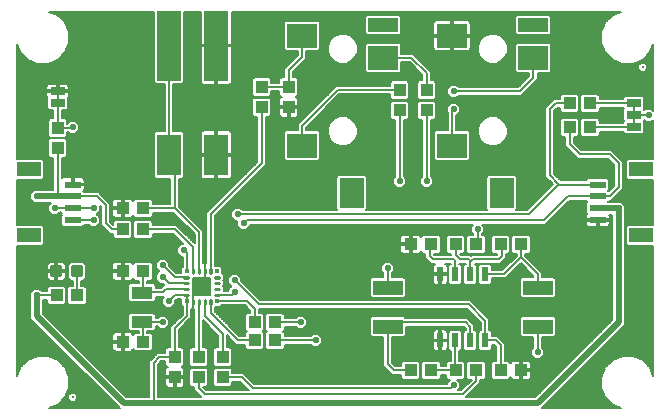
<source format=gtl>
G75*
%MOIN*%
%OFA0B0*%
%FSLAX25Y25*%
%IPPOS*%
%LPD*%
%AMOC8*
5,1,8,0,0,1.08239X$1,22.5*
%
%ADD10R,0.04331X0.03937*%
%ADD11R,0.03937X0.04331*%
%ADD12R,0.09843X0.04724*%
%ADD13C,0.01181*%
%ADD14R,0.09843X0.07874*%
%ADD15R,0.07874X0.09843*%
%ADD16R,0.07874X0.13780*%
%ADD17R,0.07874X0.23622*%
%ADD18R,0.07874X0.04724*%
%ADD19R,0.05315X0.02362*%
%ADD20R,0.05000X0.02500*%
%ADD21R,0.01000X0.01600*%
%ADD22C,0.01047*%
%ADD23R,0.01339X0.01339*%
%ADD24C,0.00630*%
%ADD25R,0.02362X0.04724*%
%ADD26R,0.07087X0.03937*%
%ADD27C,0.00787*%
%ADD28C,0.00600*%
%ADD29C,0.02200*%
%ADD30C,0.02000*%
D10*
X0099987Y0083500D03*
X0106680Y0083500D03*
X0084680Y0099000D03*
X0077987Y0099000D03*
X0099987Y0107000D03*
X0106680Y0107000D03*
X0106680Y0121000D03*
X0099987Y0121000D03*
X0099987Y0128000D03*
X0106680Y0128000D03*
X0143987Y0090000D03*
X0150680Y0090000D03*
X0150680Y0084000D03*
X0143987Y0084000D03*
X0195987Y0074000D03*
X0202680Y0074000D03*
X0210987Y0074000D03*
X0217680Y0074000D03*
X0225987Y0074000D03*
X0232680Y0074000D03*
X0232680Y0116000D03*
X0225987Y0116000D03*
X0217680Y0116000D03*
X0210987Y0116000D03*
X0202680Y0116000D03*
X0195987Y0116000D03*
X0248987Y0155000D03*
X0255680Y0155000D03*
X0255680Y0163000D03*
X0248987Y0163000D03*
D11*
X0201333Y0160654D03*
X0192333Y0160654D03*
X0192333Y0167346D03*
X0201333Y0167346D03*
X0155333Y0168346D03*
X0146333Y0168346D03*
X0146333Y0161654D03*
X0155333Y0161654D03*
X0078333Y0154846D03*
X0078333Y0148154D03*
X0117333Y0078346D03*
X0117333Y0071654D03*
X0125333Y0071654D03*
X0133333Y0071654D03*
X0133333Y0078346D03*
X0125333Y0078346D03*
D12*
X0188333Y0088504D03*
X0188333Y0101496D03*
X0238333Y0101496D03*
X0238333Y0088504D03*
X0236916Y0189094D03*
X0186916Y0189094D03*
D13*
X0086164Y0108378D02*
X0086164Y0105622D01*
X0083408Y0105622D01*
X0083408Y0108378D01*
X0086164Y0108378D01*
X0086164Y0106744D02*
X0083408Y0106744D01*
X0083408Y0107866D02*
X0086164Y0107866D01*
X0079259Y0108378D02*
X0079259Y0105622D01*
X0076503Y0105622D01*
X0076503Y0108378D01*
X0079259Y0108378D01*
X0079259Y0106744D02*
X0076503Y0106744D01*
X0076503Y0107866D02*
X0079259Y0107866D01*
D14*
X0159751Y0148937D03*
X0186916Y0178071D03*
X0209751Y0185551D03*
X0236916Y0178071D03*
X0209751Y0148937D03*
X0159751Y0185551D03*
D15*
X0176286Y0132992D03*
X0226286Y0132992D03*
D16*
X0131207Y0145831D03*
X0115459Y0145831D03*
D17*
X0115459Y0182248D03*
X0131207Y0182248D03*
D18*
X0068865Y0141024D03*
X0068865Y0118976D03*
X0272802Y0118976D03*
X0272802Y0141024D03*
D19*
X0258333Y0135906D03*
X0258333Y0131969D03*
X0258333Y0128031D03*
X0258333Y0124094D03*
X0083333Y0124094D03*
X0083333Y0128031D03*
X0083333Y0131969D03*
X0083333Y0135906D03*
D20*
X0078333Y0163000D03*
X0078333Y0167000D03*
X0270333Y0163000D03*
X0270333Y0159000D03*
X0270333Y0155000D03*
D21*
X0270333Y0157000D03*
X0270333Y0161000D03*
X0078333Y0165000D03*
D22*
X0123353Y0107934D02*
X0123409Y0107934D01*
X0123409Y0106578D01*
X0123353Y0106578D01*
X0123353Y0107934D01*
X0123353Y0107573D02*
X0123409Y0107573D01*
X0125321Y0107934D02*
X0125377Y0107934D01*
X0125377Y0106578D01*
X0125321Y0106578D01*
X0125321Y0107934D01*
X0125321Y0107573D02*
X0125377Y0107573D01*
X0127290Y0107934D02*
X0127346Y0107934D01*
X0127346Y0106578D01*
X0127290Y0106578D01*
X0127290Y0107934D01*
X0127290Y0107573D02*
X0127346Y0107573D01*
X0129258Y0107934D02*
X0129314Y0107934D01*
X0129314Y0106578D01*
X0129258Y0106578D01*
X0129258Y0107934D01*
X0129258Y0107573D02*
X0129314Y0107573D01*
X0130911Y0104981D02*
X0130911Y0104925D01*
X0130911Y0104981D02*
X0132267Y0104981D01*
X0132267Y0104925D01*
X0130911Y0104925D01*
X0130911Y0103012D02*
X0130911Y0102956D01*
X0130911Y0103012D02*
X0132267Y0103012D01*
X0132267Y0102956D01*
X0130911Y0102956D01*
X0130911Y0101044D02*
X0130911Y0100988D01*
X0130911Y0101044D02*
X0132267Y0101044D01*
X0132267Y0100988D01*
X0130911Y0100988D01*
X0130911Y0099075D02*
X0130911Y0099019D01*
X0130911Y0099075D02*
X0132267Y0099075D01*
X0132267Y0099019D01*
X0130911Y0099019D01*
X0129314Y0096066D02*
X0129258Y0096066D01*
X0129258Y0097422D01*
X0129314Y0097422D01*
X0129314Y0096066D01*
X0129314Y0097061D02*
X0129258Y0097061D01*
X0127346Y0096066D02*
X0127290Y0096066D01*
X0127290Y0097422D01*
X0127346Y0097422D01*
X0127346Y0096066D01*
X0127346Y0097061D02*
X0127290Y0097061D01*
X0125377Y0096066D02*
X0125321Y0096066D01*
X0125321Y0097422D01*
X0125377Y0097422D01*
X0125377Y0096066D01*
X0125377Y0097061D02*
X0125321Y0097061D01*
X0123409Y0096066D02*
X0123353Y0096066D01*
X0123353Y0097422D01*
X0123409Y0097422D01*
X0123409Y0096066D01*
X0123409Y0097061D02*
X0123353Y0097061D01*
X0121755Y0099019D02*
X0121755Y0099075D01*
X0121755Y0099019D02*
X0120399Y0099019D01*
X0120399Y0099075D01*
X0121755Y0099075D01*
X0121755Y0100988D02*
X0121755Y0101044D01*
X0121755Y0100988D02*
X0120399Y0100988D01*
X0120399Y0101044D01*
X0121755Y0101044D01*
X0121755Y0102956D02*
X0121755Y0103012D01*
X0121755Y0102956D02*
X0120399Y0102956D01*
X0120399Y0103012D01*
X0121755Y0103012D01*
X0121755Y0104925D02*
X0121755Y0104981D01*
X0121755Y0104925D02*
X0120399Y0104925D01*
X0120399Y0104981D01*
X0121755Y0104981D01*
D23*
X0121353Y0106980D03*
X0131314Y0107020D03*
X0131314Y0097020D03*
X0121353Y0097020D03*
D24*
X0123499Y0099166D02*
X0123499Y0104834D01*
X0129167Y0104834D01*
X0129167Y0099166D01*
X0123499Y0099166D01*
X0123499Y0099764D02*
X0129167Y0099764D01*
X0129167Y0100362D02*
X0123499Y0100362D01*
X0123499Y0100960D02*
X0129167Y0100960D01*
X0129167Y0101558D02*
X0123499Y0101558D01*
X0123499Y0102156D02*
X0129167Y0102156D01*
X0129167Y0102754D02*
X0123499Y0102754D01*
X0123499Y0103352D02*
X0129167Y0103352D01*
X0129167Y0103950D02*
X0123499Y0103950D01*
X0123499Y0104548D02*
X0129167Y0104548D01*
D25*
X0205833Y0106024D03*
X0210833Y0106024D03*
X0215833Y0106024D03*
X0220833Y0106024D03*
X0220833Y0083976D03*
X0215833Y0083976D03*
X0210833Y0083976D03*
X0205833Y0083976D03*
D26*
X0106333Y0090079D03*
X0106333Y0099921D03*
D27*
X0083333Y0065000D03*
X0273333Y0175000D03*
D28*
X0078318Y0062540D02*
X0075567Y0061400D01*
X0098963Y0061400D01*
X0070463Y0089900D01*
X0069233Y0091130D01*
X0069233Y0097989D01*
X0069133Y0098089D01*
X0069133Y0099911D01*
X0070422Y0101200D01*
X0072245Y0101200D01*
X0073045Y0100400D01*
X0074722Y0100400D01*
X0074722Y0101424D01*
X0075366Y0102068D01*
X0080608Y0102068D01*
X0081252Y0101424D01*
X0081252Y0096576D01*
X0080608Y0095931D01*
X0075366Y0095931D01*
X0074722Y0096576D01*
X0074722Y0097600D01*
X0073433Y0097600D01*
X0073433Y0092870D01*
X0101203Y0065100D01*
X0108933Y0065100D01*
X0108933Y0077080D01*
X0109753Y0077900D01*
X0111600Y0079746D01*
X0114265Y0079746D01*
X0114265Y0080967D01*
X0114909Y0081612D01*
X0115933Y0081612D01*
X0115933Y0088580D01*
X0116753Y0089400D01*
X0116753Y0089400D01*
X0119953Y0092600D01*
X0119953Y0095525D01*
X0119584Y0095895D01*
X0119584Y0097540D01*
X0119477Y0097647D01*
X0117960Y0097647D01*
X0117533Y0097220D01*
X0117533Y0096089D01*
X0116245Y0094800D01*
X0114422Y0094800D01*
X0113133Y0096089D01*
X0113133Y0097911D01*
X0113783Y0098561D01*
X0110977Y0098561D01*
X0110977Y0097497D01*
X0110332Y0096853D01*
X0102334Y0096853D01*
X0101690Y0097497D01*
X0101690Y0102345D01*
X0102334Y0102990D01*
X0105280Y0102990D01*
X0105280Y0103931D01*
X0104059Y0103931D01*
X0103414Y0104576D01*
X0103414Y0104719D01*
X0103364Y0104530D01*
X0103192Y0104233D01*
X0102950Y0103991D01*
X0102654Y0103820D01*
X0102323Y0103731D01*
X0100287Y0103731D01*
X0100287Y0106700D01*
X0099687Y0106700D01*
X0099687Y0103731D01*
X0097650Y0103731D01*
X0097320Y0103820D01*
X0097023Y0103991D01*
X0096781Y0104233D01*
X0096610Y0104530D01*
X0096522Y0104860D01*
X0096522Y0106700D01*
X0099687Y0106700D01*
X0099687Y0107300D01*
X0099687Y0110268D01*
X0097650Y0110268D01*
X0097320Y0110180D01*
X0097023Y0110009D01*
X0096781Y0109767D01*
X0096610Y0109470D01*
X0096522Y0109140D01*
X0096522Y0107300D01*
X0099687Y0107300D01*
X0100287Y0107300D01*
X0100287Y0110268D01*
X0102323Y0110268D01*
X0102654Y0110180D01*
X0102950Y0110009D01*
X0103192Y0109767D01*
X0103364Y0109470D01*
X0103414Y0109281D01*
X0103414Y0109424D01*
X0104059Y0110068D01*
X0109301Y0110068D01*
X0109945Y0109424D01*
X0109945Y0104576D01*
X0109301Y0103931D01*
X0108080Y0103931D01*
X0108080Y0102990D01*
X0110332Y0102990D01*
X0110977Y0102345D01*
X0110977Y0101361D01*
X0112714Y0101361D01*
X0113769Y0102416D01*
X0113938Y0102416D01*
X0113553Y0102800D01*
X0112422Y0102800D01*
X0111133Y0104089D01*
X0111133Y0105911D01*
X0112222Y0107000D01*
X0111133Y0108089D01*
X0111133Y0109911D01*
X0112422Y0111200D01*
X0114245Y0111200D01*
X0115533Y0109911D01*
X0115533Y0108780D01*
X0117913Y0106400D01*
X0119524Y0106400D01*
X0119584Y0106460D01*
X0119584Y0108105D01*
X0119953Y0108475D01*
X0119953Y0111800D01*
X0119422Y0111800D01*
X0118133Y0113089D01*
X0118133Y0114911D01*
X0119422Y0116200D01*
X0120153Y0116200D01*
X0116753Y0119600D01*
X0109945Y0119600D01*
X0109945Y0118576D01*
X0109301Y0117931D01*
X0104059Y0117931D01*
X0103414Y0118576D01*
X0103414Y0123424D01*
X0104059Y0124068D01*
X0109301Y0124068D01*
X0109945Y0123424D01*
X0109945Y0122400D01*
X0117913Y0122400D01*
X0118733Y0121580D01*
X0123949Y0116364D01*
X0123949Y0119404D01*
X0116753Y0126600D01*
X0109945Y0126600D01*
X0109945Y0125576D01*
X0109301Y0124931D01*
X0104059Y0124931D01*
X0103414Y0125576D01*
X0103414Y0125719D01*
X0103364Y0125530D01*
X0103192Y0125233D01*
X0102950Y0124991D01*
X0102654Y0124820D01*
X0102323Y0124731D01*
X0100287Y0124731D01*
X0100287Y0127700D01*
X0099687Y0127700D01*
X0099687Y0124731D01*
X0097650Y0124731D01*
X0097320Y0124820D01*
X0097023Y0124991D01*
X0096781Y0125233D01*
X0096610Y0125530D01*
X0096522Y0125860D01*
X0096522Y0127700D01*
X0099687Y0127700D01*
X0099687Y0128300D01*
X0099687Y0131268D01*
X0097650Y0131268D01*
X0097320Y0131180D01*
X0097023Y0131009D01*
X0096781Y0130767D01*
X0096610Y0130470D01*
X0096522Y0130140D01*
X0096522Y0128300D01*
X0099687Y0128300D01*
X0100287Y0128300D01*
X0100287Y0131268D01*
X0102323Y0131268D01*
X0102654Y0131180D01*
X0102950Y0131009D01*
X0103192Y0130767D01*
X0103364Y0130470D01*
X0103414Y0130281D01*
X0103414Y0130424D01*
X0104059Y0131068D01*
X0109301Y0131068D01*
X0109945Y0130424D01*
X0109945Y0129400D01*
X0115933Y0129400D01*
X0115933Y0137841D01*
X0111067Y0137841D01*
X0110422Y0138485D01*
X0110422Y0153176D01*
X0111067Y0153820D01*
X0114059Y0153820D01*
X0114059Y0169337D01*
X0111067Y0169337D01*
X0110422Y0169981D01*
X0110422Y0193600D01*
X0075567Y0193600D01*
X0078318Y0192460D01*
X0078318Y0192460D01*
X0080794Y0189985D01*
X0080794Y0189985D01*
X0082133Y0186750D01*
X0082133Y0183250D01*
X0080794Y0180015D01*
X0080794Y0180015D01*
X0078318Y0177540D01*
X0078318Y0177540D01*
X0075084Y0176200D01*
X0071583Y0176200D01*
X0068349Y0177540D01*
X0068349Y0177540D01*
X0065873Y0180015D01*
X0065873Y0180015D01*
X0064733Y0182767D01*
X0064733Y0144486D01*
X0073257Y0144486D01*
X0073902Y0143841D01*
X0073902Y0138206D01*
X0073257Y0137561D01*
X0064733Y0137561D01*
X0064733Y0122439D01*
X0073257Y0122439D01*
X0073902Y0121794D01*
X0073902Y0116159D01*
X0073257Y0115514D01*
X0064733Y0115514D01*
X0064733Y0072233D01*
X0065873Y0074985D01*
X0065873Y0074985D01*
X0068349Y0077460D01*
X0068349Y0077460D01*
X0071583Y0078800D01*
X0075084Y0078800D01*
X0078318Y0077460D01*
X0078318Y0077460D01*
X0080794Y0074985D01*
X0080794Y0074985D01*
X0082133Y0071750D01*
X0082133Y0068250D01*
X0080794Y0065015D01*
X0080794Y0065015D01*
X0078318Y0062540D01*
X0078318Y0062540D01*
X0077966Y0062394D02*
X0097969Y0062394D01*
X0097371Y0062993D02*
X0078771Y0062993D01*
X0079369Y0063591D02*
X0082630Y0063591D01*
X0082715Y0063506D02*
X0083952Y0063506D01*
X0084827Y0064381D01*
X0084827Y0065619D01*
X0083952Y0066494D01*
X0082715Y0066494D01*
X0081840Y0065619D01*
X0081840Y0064381D01*
X0082715Y0063506D01*
X0082031Y0064190D02*
X0079968Y0064190D01*
X0080566Y0064788D02*
X0081840Y0064788D01*
X0081840Y0065387D02*
X0080947Y0065387D01*
X0081195Y0065985D02*
X0082206Y0065985D01*
X0081443Y0066584D02*
X0093780Y0066584D01*
X0093181Y0067182D02*
X0081691Y0067182D01*
X0081939Y0067781D02*
X0092583Y0067781D01*
X0091984Y0068379D02*
X0082133Y0068379D01*
X0082133Y0068978D02*
X0091386Y0068978D01*
X0090787Y0069576D02*
X0082133Y0069576D01*
X0082133Y0070175D02*
X0090189Y0070175D01*
X0089590Y0070773D02*
X0082133Y0070773D01*
X0082133Y0071372D02*
X0088992Y0071372D01*
X0088393Y0071970D02*
X0082042Y0071970D01*
X0081794Y0072569D02*
X0087795Y0072569D01*
X0087196Y0073167D02*
X0081546Y0073167D01*
X0081299Y0073766D02*
X0086598Y0073766D01*
X0085999Y0074364D02*
X0081051Y0074364D01*
X0080803Y0074963D02*
X0085401Y0074963D01*
X0084802Y0075561D02*
X0080217Y0075561D01*
X0079619Y0076160D02*
X0084204Y0076160D01*
X0083605Y0076758D02*
X0079020Y0076758D01*
X0078422Y0077357D02*
X0083007Y0077357D01*
X0082408Y0077955D02*
X0077123Y0077955D01*
X0075678Y0078554D02*
X0081810Y0078554D01*
X0081211Y0079152D02*
X0064733Y0079152D01*
X0064733Y0078554D02*
X0070989Y0078554D01*
X0069544Y0077955D02*
X0064733Y0077955D01*
X0064733Y0077357D02*
X0068245Y0077357D01*
X0067647Y0076758D02*
X0064733Y0076758D01*
X0064733Y0076160D02*
X0067048Y0076160D01*
X0066450Y0075561D02*
X0064733Y0075561D01*
X0064733Y0074963D02*
X0065864Y0074963D01*
X0065616Y0074364D02*
X0064733Y0074364D01*
X0064733Y0073766D02*
X0065368Y0073766D01*
X0065120Y0073167D02*
X0064733Y0073167D01*
X0064733Y0072569D02*
X0064872Y0072569D01*
X0064733Y0079751D02*
X0080613Y0079751D01*
X0080014Y0080349D02*
X0064733Y0080349D01*
X0064733Y0080948D02*
X0079416Y0080948D01*
X0078817Y0081546D02*
X0064733Y0081546D01*
X0064733Y0082145D02*
X0078219Y0082145D01*
X0077620Y0082743D02*
X0064733Y0082743D01*
X0064733Y0083342D02*
X0077022Y0083342D01*
X0076423Y0083940D02*
X0064733Y0083940D01*
X0064733Y0084539D02*
X0075825Y0084539D01*
X0075226Y0085137D02*
X0064733Y0085137D01*
X0064733Y0085736D02*
X0074627Y0085736D01*
X0074029Y0086334D02*
X0064733Y0086334D01*
X0064733Y0086933D02*
X0073430Y0086933D01*
X0072832Y0087532D02*
X0064733Y0087532D01*
X0064733Y0088130D02*
X0072233Y0088130D01*
X0071635Y0088729D02*
X0064733Y0088729D01*
X0064733Y0089327D02*
X0071036Y0089327D01*
X0070438Y0089926D02*
X0064733Y0089926D01*
X0064733Y0090524D02*
X0069839Y0090524D01*
X0069241Y0091123D02*
X0064733Y0091123D01*
X0064733Y0091721D02*
X0069233Y0091721D01*
X0069233Y0092320D02*
X0064733Y0092320D01*
X0064733Y0092918D02*
X0069233Y0092918D01*
X0069233Y0093517D02*
X0064733Y0093517D01*
X0064733Y0094115D02*
X0069233Y0094115D01*
X0069233Y0094714D02*
X0064733Y0094714D01*
X0064733Y0095312D02*
X0069233Y0095312D01*
X0069233Y0095911D02*
X0064733Y0095911D01*
X0064733Y0096509D02*
X0069233Y0096509D01*
X0069233Y0097108D02*
X0064733Y0097108D01*
X0064733Y0097706D02*
X0069233Y0097706D01*
X0069133Y0098305D02*
X0064733Y0098305D01*
X0064733Y0098903D02*
X0069133Y0098903D01*
X0069133Y0099502D02*
X0064733Y0099502D01*
X0064733Y0100100D02*
X0069322Y0100100D01*
X0069921Y0100699D02*
X0064733Y0100699D01*
X0064733Y0101297D02*
X0074722Y0101297D01*
X0074722Y0100699D02*
X0072746Y0100699D01*
X0071333Y0099000D02*
X0077987Y0099000D01*
X0081252Y0098903D02*
X0081414Y0098903D01*
X0081414Y0098305D02*
X0081252Y0098305D01*
X0081252Y0097706D02*
X0081414Y0097706D01*
X0081414Y0097108D02*
X0081252Y0097108D01*
X0081414Y0096576D02*
X0082059Y0095931D01*
X0087301Y0095931D01*
X0087945Y0096576D01*
X0087945Y0101424D01*
X0087301Y0102068D01*
X0086080Y0102068D01*
X0086080Y0103931D01*
X0086864Y0103931D01*
X0087855Y0104922D01*
X0087855Y0109078D01*
X0096522Y0109078D01*
X0096522Y0108479D02*
X0087855Y0108479D01*
X0087855Y0107881D02*
X0096522Y0107881D01*
X0096522Y0106684D02*
X0087855Y0106684D01*
X0087855Y0107282D02*
X0099687Y0107282D01*
X0099687Y0106684D02*
X0100287Y0106684D01*
X0100287Y0106085D02*
X0099687Y0106085D01*
X0099687Y0105487D02*
X0100287Y0105487D01*
X0100287Y0104888D02*
X0099687Y0104888D01*
X0099687Y0104290D02*
X0100287Y0104290D01*
X0101839Y0102494D02*
X0086080Y0102494D01*
X0086080Y0103093D02*
X0105280Y0103093D01*
X0105280Y0103691D02*
X0086080Y0103691D01*
X0087223Y0104290D02*
X0096749Y0104290D01*
X0096522Y0104888D02*
X0087821Y0104888D01*
X0087855Y0105487D02*
X0096522Y0105487D01*
X0096522Y0106085D02*
X0087855Y0106085D01*
X0087855Y0109078D02*
X0086864Y0110068D01*
X0082708Y0110068D01*
X0081718Y0109078D01*
X0081028Y0109078D01*
X0081020Y0109108D02*
X0080771Y0109539D01*
X0080419Y0109891D01*
X0079988Y0110140D01*
X0079507Y0110268D01*
X0078181Y0110268D01*
X0078181Y0107300D01*
X0081149Y0107300D01*
X0081149Y0108627D01*
X0081020Y0109108D01*
X0081149Y0108479D02*
X0081718Y0108479D01*
X0081718Y0107881D02*
X0081149Y0107881D01*
X0081718Y0107282D02*
X0078181Y0107282D01*
X0078181Y0107300D02*
X0078181Y0106700D01*
X0081149Y0106700D01*
X0081149Y0105373D01*
X0081020Y0104892D01*
X0080771Y0104461D01*
X0080419Y0104109D01*
X0079988Y0103860D01*
X0079507Y0103731D01*
X0078181Y0103731D01*
X0078181Y0106700D01*
X0077581Y0106700D01*
X0077581Y0103731D01*
X0076254Y0103731D01*
X0075773Y0103860D01*
X0075342Y0104109D01*
X0074990Y0104461D01*
X0074741Y0104892D01*
X0074612Y0105373D01*
X0074612Y0106700D01*
X0077581Y0106700D01*
X0077581Y0107300D01*
X0077581Y0110268D01*
X0076254Y0110268D01*
X0075773Y0110140D01*
X0075342Y0109891D01*
X0074990Y0109539D01*
X0074741Y0109108D01*
X0074612Y0108627D01*
X0074612Y0107300D01*
X0077581Y0107300D01*
X0078181Y0107300D01*
X0078181Y0107881D02*
X0077581Y0107881D01*
X0077581Y0108479D02*
X0078181Y0108479D01*
X0078181Y0109078D02*
X0077581Y0109078D01*
X0077581Y0109676D02*
X0078181Y0109676D01*
X0080634Y0109676D02*
X0082316Y0109676D01*
X0081718Y0109078D02*
X0081718Y0104922D01*
X0082708Y0103931D01*
X0083280Y0103931D01*
X0083280Y0102068D01*
X0082059Y0102068D01*
X0081414Y0101424D01*
X0081414Y0096576D01*
X0081481Y0096509D02*
X0081186Y0096509D01*
X0084680Y0099000D02*
X0084680Y0106894D01*
X0084786Y0107000D01*
X0081718Y0106684D02*
X0081149Y0106684D01*
X0081149Y0106085D02*
X0081718Y0106085D01*
X0081718Y0105487D02*
X0081149Y0105487D01*
X0081018Y0104888D02*
X0081751Y0104888D01*
X0082350Y0104290D02*
X0080600Y0104290D01*
X0080781Y0101896D02*
X0081886Y0101896D01*
X0081414Y0101297D02*
X0081252Y0101297D01*
X0081252Y0100699D02*
X0081414Y0100699D01*
X0081414Y0100100D02*
X0081252Y0100100D01*
X0081252Y0099502D02*
X0081414Y0099502D01*
X0083280Y0102494D02*
X0064733Y0102494D01*
X0064733Y0101896D02*
X0075193Y0101896D01*
X0075161Y0104290D02*
X0064733Y0104290D01*
X0064733Y0104888D02*
X0074743Y0104888D01*
X0074612Y0105487D02*
X0064733Y0105487D01*
X0064733Y0106085D02*
X0074612Y0106085D01*
X0074612Y0106684D02*
X0064733Y0106684D01*
X0064733Y0107282D02*
X0077581Y0107282D01*
X0077581Y0106684D02*
X0078181Y0106684D01*
X0078181Y0106085D02*
X0077581Y0106085D01*
X0077581Y0105487D02*
X0078181Y0105487D01*
X0078181Y0104888D02*
X0077581Y0104888D01*
X0077581Y0104290D02*
X0078181Y0104290D01*
X0083280Y0103691D02*
X0064733Y0103691D01*
X0064733Y0103093D02*
X0083280Y0103093D01*
X0087473Y0101896D02*
X0101690Y0101896D01*
X0101690Y0101297D02*
X0087945Y0101297D01*
X0087945Y0100699D02*
X0101690Y0100699D01*
X0101690Y0100100D02*
X0087945Y0100100D01*
X0087945Y0099502D02*
X0101690Y0099502D01*
X0101690Y0098903D02*
X0087945Y0098903D01*
X0087945Y0098305D02*
X0101690Y0098305D01*
X0101690Y0097706D02*
X0087945Y0097706D01*
X0087945Y0097108D02*
X0102079Y0097108D01*
X0106333Y0099921D02*
X0106373Y0099961D01*
X0113294Y0099961D01*
X0114349Y0101016D01*
X0121077Y0101016D01*
X0121077Y0102984D02*
X0115349Y0102984D01*
X0113333Y0105000D01*
X0111133Y0104888D02*
X0109945Y0104888D01*
X0109945Y0105487D02*
X0111133Y0105487D01*
X0111307Y0106085D02*
X0109945Y0106085D01*
X0109945Y0106684D02*
X0111906Y0106684D01*
X0111940Y0107282D02*
X0109945Y0107282D01*
X0109945Y0107881D02*
X0111341Y0107881D01*
X0111133Y0108479D02*
X0109945Y0108479D01*
X0109945Y0109078D02*
X0111133Y0109078D01*
X0111133Y0109676D02*
X0109693Y0109676D01*
X0111497Y0110275D02*
X0064733Y0110275D01*
X0064733Y0110873D02*
X0112096Y0110873D01*
X0113333Y0109000D02*
X0117333Y0105000D01*
X0121030Y0105000D01*
X0121077Y0104953D01*
X0121353Y0106980D02*
X0121353Y0112980D01*
X0120333Y0114000D01*
X0118133Y0113866D02*
X0064733Y0113866D01*
X0064733Y0113268D02*
X0118133Y0113268D01*
X0118553Y0112669D02*
X0064733Y0112669D01*
X0064733Y0112070D02*
X0119152Y0112070D01*
X0119953Y0111472D02*
X0064733Y0111472D01*
X0064733Y0109676D02*
X0075127Y0109676D01*
X0074733Y0109078D02*
X0064733Y0109078D01*
X0064733Y0108479D02*
X0074612Y0108479D01*
X0074612Y0107881D02*
X0064733Y0107881D01*
X0064733Y0114465D02*
X0118133Y0114465D01*
X0118285Y0115063D02*
X0064733Y0115063D01*
X0073405Y0115662D02*
X0118884Y0115662D01*
X0119495Y0116859D02*
X0073902Y0116859D01*
X0073902Y0117457D02*
X0118896Y0117457D01*
X0118298Y0118056D02*
X0109425Y0118056D01*
X0109945Y0118654D02*
X0117699Y0118654D01*
X0117101Y0119253D02*
X0109945Y0119253D01*
X0106680Y0121000D02*
X0117333Y0121000D01*
X0123381Y0114953D01*
X0123381Y0107256D01*
X0125349Y0107256D02*
X0125349Y0119984D01*
X0117333Y0128000D01*
X0117333Y0145831D01*
X0115459Y0145831D01*
X0115459Y0182248D01*
X0120496Y0182096D02*
X0130907Y0182096D01*
X0130907Y0181948D02*
X0125970Y0181948D01*
X0125970Y0170266D01*
X0126059Y0169935D01*
X0126230Y0169639D01*
X0126472Y0169397D01*
X0126769Y0169226D01*
X0127099Y0169137D01*
X0130907Y0169137D01*
X0130907Y0181948D01*
X0130907Y0182548D01*
X0125970Y0182548D01*
X0125970Y0193600D01*
X0120496Y0193600D01*
X0120496Y0169981D01*
X0119852Y0169337D01*
X0116859Y0169337D01*
X0116859Y0153820D01*
X0119852Y0153820D01*
X0120496Y0153176D01*
X0120496Y0138485D01*
X0119852Y0137841D01*
X0118733Y0137841D01*
X0118733Y0128580D01*
X0126749Y0120564D01*
X0126749Y0109676D01*
X0127050Y0109757D01*
X0127318Y0109757D01*
X0127318Y0107256D01*
X0127318Y0107256D01*
X0127318Y0102984D01*
X0126333Y0102000D01*
X0123381Y0099047D01*
X0123381Y0096744D01*
X0123381Y0094243D01*
X0123648Y0094243D01*
X0123933Y0094320D01*
X0123933Y0081612D01*
X0122909Y0081612D01*
X0122265Y0080967D01*
X0122265Y0075725D01*
X0122909Y0075081D01*
X0127757Y0075081D01*
X0128402Y0075725D01*
X0128402Y0080967D01*
X0127757Y0081612D01*
X0126733Y0081612D01*
X0126733Y0090620D01*
X0131933Y0085420D01*
X0131933Y0081612D01*
X0130909Y0081612D01*
X0130265Y0080967D01*
X0130265Y0075725D01*
X0130909Y0075081D01*
X0135757Y0075081D01*
X0136402Y0075725D01*
X0136402Y0080967D01*
X0135757Y0081612D01*
X0134733Y0081612D01*
X0134733Y0085620D01*
X0136933Y0083420D01*
X0137753Y0082600D01*
X0140722Y0082600D01*
X0140722Y0081576D01*
X0141366Y0080931D01*
X0146608Y0080931D01*
X0147252Y0081576D01*
X0147252Y0086424D01*
X0146676Y0087000D01*
X0147252Y0087576D01*
X0147252Y0092424D01*
X0146608Y0093068D01*
X0145387Y0093068D01*
X0145387Y0094600D01*
X0214753Y0094600D01*
X0219433Y0089920D01*
X0219433Y0087439D01*
X0219197Y0087439D01*
X0218552Y0086794D01*
X0218552Y0081159D01*
X0219197Y0080514D01*
X0222470Y0080514D01*
X0223114Y0081159D01*
X0223114Y0082600D01*
X0223753Y0082600D01*
X0224587Y0081767D01*
X0224587Y0077068D01*
X0223366Y0077068D01*
X0222722Y0076424D01*
X0222722Y0071576D01*
X0223366Y0070931D01*
X0228608Y0070931D01*
X0229252Y0071576D01*
X0229252Y0071719D01*
X0229303Y0071530D01*
X0229474Y0071233D01*
X0229716Y0070991D01*
X0230013Y0070820D01*
X0230343Y0070731D01*
X0232380Y0070731D01*
X0232380Y0073700D01*
X0232980Y0073700D01*
X0232980Y0074300D01*
X0236145Y0074300D01*
X0236145Y0076140D01*
X0236057Y0076470D01*
X0235885Y0076767D01*
X0235643Y0077009D01*
X0235347Y0077180D01*
X0235016Y0077268D01*
X0232980Y0077268D01*
X0232980Y0074300D01*
X0232380Y0074300D01*
X0232380Y0077268D01*
X0230343Y0077268D01*
X0230013Y0077180D01*
X0229716Y0077009D01*
X0229474Y0076767D01*
X0229303Y0076470D01*
X0229252Y0076281D01*
X0229252Y0076424D01*
X0228608Y0077068D01*
X0227387Y0077068D01*
X0227387Y0082926D01*
X0225733Y0084580D01*
X0224913Y0085400D01*
X0223114Y0085400D01*
X0223114Y0086794D01*
X0222470Y0087439D01*
X0222233Y0087439D01*
X0222233Y0091080D01*
X0216733Y0096580D01*
X0215913Y0097400D01*
X0145913Y0097400D01*
X0139533Y0103780D01*
X0139533Y0104911D01*
X0138245Y0106200D01*
X0136422Y0106200D01*
X0135133Y0104911D01*
X0135133Y0103089D01*
X0136222Y0102000D01*
X0135133Y0100911D01*
X0135133Y0100447D01*
X0133890Y0100447D01*
X0133890Y0101716D01*
X0133606Y0102000D01*
X0133890Y0102284D01*
X0133890Y0103684D01*
X0133606Y0103968D01*
X0133890Y0104253D01*
X0133890Y0105653D01*
X0133083Y0106460D01*
X0133083Y0108145D01*
X0132439Y0108789D01*
X0130754Y0108789D01*
X0130686Y0108857D01*
X0130686Y0125373D01*
X0146913Y0141600D01*
X0147733Y0142420D01*
X0147733Y0158388D01*
X0148757Y0158388D01*
X0149402Y0159033D01*
X0149402Y0164275D01*
X0148757Y0164919D01*
X0143909Y0164919D01*
X0143265Y0164275D01*
X0143265Y0159033D01*
X0143909Y0158388D01*
X0144933Y0158388D01*
X0144933Y0143580D01*
X0127886Y0126533D01*
X0127886Y0109676D01*
X0127585Y0109757D01*
X0127318Y0109757D01*
X0127318Y0107256D01*
X0127318Y0127984D01*
X0131333Y0132000D01*
X0131333Y0149874D01*
X0131207Y0150000D01*
X0131207Y0182248D01*
X0131507Y0182096D02*
X0153729Y0182096D01*
X0153729Y0181498D02*
X0136444Y0181498D01*
X0136444Y0181948D02*
X0131507Y0181948D01*
X0131507Y0169137D01*
X0135316Y0169137D01*
X0135646Y0169226D01*
X0135943Y0169397D01*
X0136185Y0169639D01*
X0136356Y0169935D01*
X0136444Y0170266D01*
X0136444Y0181948D01*
X0136444Y0182548D02*
X0136444Y0193600D01*
X0266100Y0193600D01*
X0263349Y0192460D01*
X0263349Y0192460D01*
X0260873Y0189985D01*
X0259533Y0186750D01*
X0259533Y0183250D01*
X0260873Y0180015D01*
X0263349Y0177540D01*
X0266583Y0176200D01*
X0270084Y0176200D01*
X0273318Y0177540D01*
X0273318Y0177540D01*
X0275794Y0180015D01*
X0275794Y0180015D01*
X0276933Y0182767D01*
X0276933Y0160511D01*
X0276245Y0161200D01*
X0274422Y0161200D01*
X0273931Y0160708D01*
X0273639Y0161000D01*
X0273933Y0161294D01*
X0273933Y0164706D01*
X0273289Y0165350D01*
X0267378Y0165350D01*
X0266733Y0164706D01*
X0266733Y0164400D01*
X0258945Y0164400D01*
X0258945Y0165424D01*
X0258301Y0166068D01*
X0253059Y0166068D01*
X0252414Y0165424D01*
X0252414Y0160576D01*
X0253059Y0159931D01*
X0258301Y0159931D01*
X0258945Y0160576D01*
X0258945Y0161600D01*
X0266733Y0161600D01*
X0266733Y0161294D01*
X0267028Y0161000D01*
X0266733Y0160706D01*
X0266733Y0157294D01*
X0267028Y0157000D01*
X0266733Y0156706D01*
X0266733Y0156400D01*
X0258945Y0156400D01*
X0258945Y0157424D01*
X0258301Y0158068D01*
X0253059Y0158068D01*
X0252414Y0157424D01*
X0252414Y0152576D01*
X0253059Y0151931D01*
X0258301Y0151931D01*
X0258945Y0152576D01*
X0258945Y0153600D01*
X0266733Y0153600D01*
X0266733Y0153294D01*
X0267378Y0152650D01*
X0273289Y0152650D01*
X0273933Y0153294D01*
X0273933Y0156706D01*
X0273639Y0157000D01*
X0273931Y0157292D01*
X0274422Y0156800D01*
X0276245Y0156800D01*
X0276933Y0157489D01*
X0276933Y0144486D01*
X0268409Y0144486D01*
X0267765Y0143841D01*
X0267765Y0138206D01*
X0268409Y0137561D01*
X0276933Y0137561D01*
X0276933Y0122439D01*
X0268409Y0122439D01*
X0267765Y0121794D01*
X0267765Y0116159D01*
X0268409Y0115514D01*
X0276933Y0115514D01*
X0276933Y0072233D01*
X0275794Y0074985D01*
X0273318Y0077460D01*
X0270084Y0078800D01*
X0266583Y0078800D01*
X0263349Y0077460D01*
X0263349Y0077460D01*
X0260873Y0074985D01*
X0260873Y0074985D01*
X0259533Y0071750D01*
X0259533Y0068250D01*
X0260873Y0065015D01*
X0263349Y0062540D01*
X0266100Y0061400D01*
X0239703Y0061400D01*
X0240433Y0062130D01*
X0267433Y0089130D01*
X0267433Y0126989D01*
X0267533Y0127089D01*
X0267533Y0128911D01*
X0266245Y0130200D01*
X0264422Y0130200D01*
X0264354Y0130131D01*
X0261891Y0130131D01*
X0262091Y0130332D01*
X0262091Y0130569D01*
X0262882Y0130569D01*
X0265913Y0133600D01*
X0266733Y0134420D01*
X0266733Y0143580D01*
X0263733Y0146580D01*
X0262913Y0147400D01*
X0252913Y0147400D01*
X0250387Y0149926D01*
X0250387Y0151931D01*
X0251608Y0151931D01*
X0252252Y0152576D01*
X0252252Y0157424D01*
X0251608Y0158068D01*
X0246366Y0158068D01*
X0245722Y0157424D01*
X0245722Y0152576D01*
X0246366Y0151931D01*
X0247587Y0151931D01*
X0247587Y0148767D01*
X0250933Y0145420D01*
X0251753Y0144600D01*
X0261753Y0144600D01*
X0263933Y0142420D01*
X0263933Y0135580D01*
X0262025Y0133671D01*
X0261759Y0133937D01*
X0262091Y0134269D01*
X0262091Y0137542D01*
X0261446Y0138187D01*
X0255220Y0138187D01*
X0254576Y0137542D01*
X0254576Y0137305D01*
X0246008Y0137305D01*
X0243733Y0139580D01*
X0243733Y0160420D01*
X0244913Y0161600D01*
X0245722Y0161600D01*
X0245722Y0160576D01*
X0246366Y0159931D01*
X0251608Y0159931D01*
X0252252Y0160576D01*
X0252252Y0165424D01*
X0251608Y0166068D01*
X0246366Y0166068D01*
X0245722Y0165424D01*
X0245722Y0164400D01*
X0243753Y0164400D01*
X0241753Y0162400D01*
X0240933Y0161580D01*
X0240933Y0138420D01*
X0243353Y0136000D01*
X0234753Y0127400D01*
X0231108Y0127400D01*
X0231323Y0127615D01*
X0231323Y0138369D01*
X0230679Y0139013D01*
X0221893Y0139013D01*
X0221249Y0138369D01*
X0221249Y0127615D01*
X0221464Y0127400D01*
X0181108Y0127400D01*
X0181323Y0127615D01*
X0181323Y0138369D01*
X0180679Y0139013D01*
X0171893Y0139013D01*
X0171249Y0138369D01*
X0171249Y0127615D01*
X0171464Y0127400D01*
X0140045Y0127400D01*
X0139245Y0128200D01*
X0137422Y0128200D01*
X0136133Y0126911D01*
X0136133Y0125089D01*
X0137422Y0123800D01*
X0138163Y0123800D01*
X0138163Y0122059D01*
X0139452Y0120770D01*
X0141275Y0120770D01*
X0142563Y0122059D01*
X0142563Y0122600D01*
X0216822Y0122600D01*
X0216133Y0121911D01*
X0216133Y0120089D01*
X0216933Y0119289D01*
X0216933Y0119068D01*
X0215059Y0119068D01*
X0214414Y0118424D01*
X0214414Y0113576D01*
X0215059Y0112931D01*
X0220301Y0112931D01*
X0220945Y0113576D01*
X0220945Y0118424D01*
X0220301Y0119068D01*
X0219733Y0119068D01*
X0219733Y0119289D01*
X0220533Y0120089D01*
X0220533Y0121911D01*
X0219845Y0122600D01*
X0240913Y0122600D01*
X0241733Y0123420D01*
X0248882Y0130569D01*
X0254576Y0130569D01*
X0254576Y0130332D01*
X0254908Y0130000D01*
X0254576Y0129668D01*
X0254576Y0126395D01*
X0254766Y0126204D01*
X0254636Y0126074D01*
X0254464Y0125777D01*
X0254376Y0125447D01*
X0254376Y0124385D01*
X0258043Y0124385D01*
X0258043Y0123804D01*
X0258624Y0123804D01*
X0258624Y0124385D01*
X0262291Y0124385D01*
X0262291Y0125447D01*
X0262202Y0125777D01*
X0262113Y0125931D01*
X0263233Y0125931D01*
X0263233Y0090870D01*
X0237463Y0065100D01*
X0214413Y0065100D01*
X0214733Y0065420D01*
X0219080Y0069767D01*
X0219080Y0070931D01*
X0220301Y0070931D01*
X0220945Y0071576D01*
X0220945Y0076424D01*
X0220301Y0077068D01*
X0215059Y0077068D01*
X0214414Y0076424D01*
X0214414Y0071576D01*
X0215059Y0070931D01*
X0216280Y0070931D01*
X0216280Y0070926D01*
X0212753Y0067400D01*
X0211845Y0067400D01*
X0212533Y0068089D01*
X0212533Y0069911D01*
X0211513Y0070931D01*
X0213608Y0070931D01*
X0214252Y0071576D01*
X0214252Y0076424D01*
X0213608Y0077068D01*
X0212233Y0077068D01*
X0212233Y0080514D01*
X0212470Y0080514D01*
X0213114Y0081159D01*
X0213114Y0086794D01*
X0212470Y0087439D01*
X0209197Y0087439D01*
X0208552Y0086794D01*
X0208552Y0081159D01*
X0209197Y0080514D01*
X0209433Y0080514D01*
X0209433Y0077068D01*
X0208366Y0077068D01*
X0207722Y0076424D01*
X0207722Y0075400D01*
X0205945Y0075400D01*
X0205945Y0076424D01*
X0205301Y0077068D01*
X0200059Y0077068D01*
X0199414Y0076424D01*
X0199414Y0071576D01*
X0200059Y0070931D01*
X0205301Y0070931D01*
X0205945Y0071576D01*
X0205945Y0072600D01*
X0207722Y0072600D01*
X0207722Y0071576D01*
X0208366Y0070931D01*
X0209154Y0070931D01*
X0208133Y0069911D01*
X0208133Y0069400D01*
X0143913Y0069400D01*
X0140260Y0073054D01*
X0136402Y0073054D01*
X0136402Y0074275D01*
X0135757Y0074919D01*
X0130909Y0074919D01*
X0130265Y0074275D01*
X0130265Y0069033D01*
X0130909Y0068388D01*
X0135757Y0068388D01*
X0136402Y0069033D01*
X0136402Y0070254D01*
X0139100Y0070254D01*
X0141933Y0067420D01*
X0141953Y0067400D01*
X0127913Y0067400D01*
X0126925Y0068388D01*
X0127757Y0068388D01*
X0128402Y0069033D01*
X0128402Y0074275D01*
X0127757Y0074919D01*
X0122909Y0074919D01*
X0122265Y0074275D01*
X0122265Y0069033D01*
X0122909Y0068388D01*
X0123933Y0068388D01*
X0123933Y0067420D01*
X0124753Y0066600D01*
X0125933Y0065420D01*
X0126253Y0065100D01*
X0111733Y0065100D01*
X0111733Y0075920D01*
X0112760Y0076946D01*
X0114265Y0076946D01*
X0114265Y0075725D01*
X0114909Y0075081D01*
X0115053Y0075081D01*
X0114863Y0075030D01*
X0114567Y0074859D01*
X0114325Y0074617D01*
X0114153Y0074321D01*
X0114065Y0073990D01*
X0114065Y0071954D01*
X0117033Y0071954D01*
X0117033Y0071354D01*
X0114065Y0071354D01*
X0114065Y0069317D01*
X0114153Y0068986D01*
X0114325Y0068690D01*
X0114567Y0068448D01*
X0114863Y0068277D01*
X0115194Y0068188D01*
X0117033Y0068188D01*
X0117033Y0071353D01*
X0117633Y0071353D01*
X0117633Y0068188D01*
X0119473Y0068188D01*
X0119804Y0068277D01*
X0120100Y0068448D01*
X0120342Y0068690D01*
X0120513Y0068986D01*
X0120602Y0069317D01*
X0120602Y0071354D01*
X0117633Y0071354D01*
X0117633Y0071954D01*
X0120602Y0071954D01*
X0120602Y0073990D01*
X0120513Y0074321D01*
X0120342Y0074617D01*
X0120100Y0074859D01*
X0119804Y0075030D01*
X0119614Y0075081D01*
X0119757Y0075081D01*
X0120402Y0075725D01*
X0120402Y0080967D01*
X0119757Y0081612D01*
X0118733Y0081612D01*
X0118733Y0087420D01*
X0121933Y0090620D01*
X0122753Y0091440D01*
X0122753Y0094340D01*
X0123113Y0094243D01*
X0123380Y0094243D01*
X0123380Y0096744D01*
X0123381Y0096744D01*
X0123380Y0096509D02*
X0123381Y0096509D01*
X0123380Y0095911D02*
X0123381Y0095911D01*
X0123380Y0095312D02*
X0123381Y0095312D01*
X0123380Y0094714D02*
X0123381Y0094714D01*
X0123933Y0094115D02*
X0122753Y0094115D01*
X0122753Y0093517D02*
X0123933Y0093517D01*
X0123933Y0092918D02*
X0122753Y0092918D01*
X0122753Y0092320D02*
X0123933Y0092320D01*
X0123933Y0091721D02*
X0122753Y0091721D01*
X0122436Y0091123D02*
X0123933Y0091123D01*
X0123933Y0090524D02*
X0121837Y0090524D01*
X0121933Y0090620D02*
X0121933Y0090620D01*
X0121239Y0089926D02*
X0123933Y0089926D01*
X0123933Y0089327D02*
X0120640Y0089327D01*
X0120042Y0088729D02*
X0123933Y0088729D01*
X0123933Y0088130D02*
X0119443Y0088130D01*
X0118845Y0087532D02*
X0123933Y0087532D01*
X0123933Y0086933D02*
X0118733Y0086933D01*
X0118733Y0086334D02*
X0123933Y0086334D01*
X0123933Y0085736D02*
X0118733Y0085736D01*
X0118733Y0085137D02*
X0123933Y0085137D01*
X0123933Y0084539D02*
X0118733Y0084539D01*
X0118733Y0083940D02*
X0123933Y0083940D01*
X0123933Y0083342D02*
X0118733Y0083342D01*
X0118733Y0082743D02*
X0123933Y0082743D01*
X0123933Y0082145D02*
X0118733Y0082145D01*
X0119823Y0081546D02*
X0122844Y0081546D01*
X0122265Y0080948D02*
X0120402Y0080948D01*
X0120402Y0080349D02*
X0122265Y0080349D01*
X0122265Y0079751D02*
X0120402Y0079751D01*
X0120402Y0079152D02*
X0122265Y0079152D01*
X0122265Y0078554D02*
X0120402Y0078554D01*
X0120402Y0077955D02*
X0122265Y0077955D01*
X0122265Y0077357D02*
X0120402Y0077357D01*
X0120402Y0076758D02*
X0122265Y0076758D01*
X0122265Y0076160D02*
X0120402Y0076160D01*
X0120238Y0075561D02*
X0122429Y0075561D01*
X0122355Y0074364D02*
X0120488Y0074364D01*
X0120602Y0073766D02*
X0122265Y0073766D01*
X0122265Y0073167D02*
X0120602Y0073167D01*
X0120602Y0072569D02*
X0122265Y0072569D01*
X0122265Y0071970D02*
X0120602Y0071970D01*
X0120602Y0070773D02*
X0122265Y0070773D01*
X0122265Y0070175D02*
X0120602Y0070175D01*
X0120602Y0069576D02*
X0122265Y0069576D01*
X0122320Y0068978D02*
X0120508Y0068978D01*
X0119981Y0068379D02*
X0123933Y0068379D01*
X0123933Y0067781D02*
X0111733Y0067781D01*
X0111733Y0068379D02*
X0114686Y0068379D01*
X0114158Y0068978D02*
X0111733Y0068978D01*
X0111733Y0069576D02*
X0114065Y0069576D01*
X0114065Y0070175D02*
X0111733Y0070175D01*
X0111733Y0070773D02*
X0114065Y0070773D01*
X0114065Y0071970D02*
X0111733Y0071970D01*
X0111733Y0071372D02*
X0117033Y0071372D01*
X0117033Y0070773D02*
X0117633Y0070773D01*
X0117633Y0070175D02*
X0117033Y0070175D01*
X0117033Y0069576D02*
X0117633Y0069576D01*
X0117633Y0068978D02*
X0117033Y0068978D01*
X0117033Y0068379D02*
X0117633Y0068379D01*
X0117633Y0071372D02*
X0122265Y0071372D01*
X0125333Y0071654D02*
X0125333Y0068000D01*
X0127333Y0066000D01*
X0213333Y0066000D01*
X0217680Y0070346D01*
X0217680Y0074000D01*
X0220945Y0073766D02*
X0222722Y0073766D01*
X0222722Y0074364D02*
X0220945Y0074364D01*
X0220945Y0074963D02*
X0222722Y0074963D01*
X0222722Y0075561D02*
X0220945Y0075561D01*
X0220945Y0076160D02*
X0222722Y0076160D01*
X0223056Y0076758D02*
X0220611Y0076758D01*
X0224587Y0077357D02*
X0212233Y0077357D01*
X0212233Y0077955D02*
X0224587Y0077955D01*
X0224587Y0078554D02*
X0212233Y0078554D01*
X0212233Y0079152D02*
X0224587Y0079152D01*
X0224587Y0079751D02*
X0212233Y0079751D01*
X0212233Y0080349D02*
X0224587Y0080349D01*
X0224587Y0080948D02*
X0222904Y0080948D01*
X0223114Y0081546D02*
X0224587Y0081546D01*
X0224209Y0082145D02*
X0223114Y0082145D01*
X0224333Y0084000D02*
X0220857Y0084000D01*
X0220833Y0083976D01*
X0220833Y0090500D01*
X0215333Y0096000D01*
X0145333Y0096000D01*
X0137333Y0104000D01*
X0135728Y0102494D02*
X0133890Y0102494D01*
X0133890Y0103093D02*
X0135133Y0103093D01*
X0135133Y0103691D02*
X0133883Y0103691D01*
X0133890Y0104290D02*
X0135133Y0104290D01*
X0135133Y0104888D02*
X0133890Y0104888D01*
X0133890Y0105487D02*
X0135709Y0105487D01*
X0136307Y0106085D02*
X0133457Y0106085D01*
X0133083Y0106684D02*
X0186538Y0106684D01*
X0186933Y0106289D02*
X0186933Y0104958D01*
X0182956Y0104958D01*
X0182312Y0104314D01*
X0182312Y0098678D01*
X0182956Y0098034D01*
X0193710Y0098034D01*
X0194355Y0098678D01*
X0194355Y0104314D01*
X0193710Y0104958D01*
X0189733Y0104958D01*
X0189733Y0106289D01*
X0190533Y0107089D01*
X0190533Y0108911D01*
X0189245Y0110200D01*
X0187422Y0110200D01*
X0186133Y0108911D01*
X0186133Y0107089D01*
X0186933Y0106289D01*
X0186933Y0106085D02*
X0138359Y0106085D01*
X0138958Y0105487D02*
X0186933Y0105487D01*
X0186133Y0107282D02*
X0133083Y0107282D01*
X0133083Y0107881D02*
X0186133Y0107881D01*
X0186133Y0108479D02*
X0132748Y0108479D01*
X0130686Y0109078D02*
X0186300Y0109078D01*
X0186898Y0109676D02*
X0130686Y0109676D01*
X0130686Y0110275D02*
X0202078Y0110275D01*
X0201753Y0110600D02*
X0202753Y0109600D01*
X0204161Y0109600D01*
X0204150Y0109597D01*
X0203854Y0109426D01*
X0203612Y0109184D01*
X0203441Y0108888D01*
X0203352Y0108557D01*
X0203352Y0106314D01*
X0205543Y0106314D01*
X0205543Y0105733D01*
X0206124Y0105733D01*
X0206124Y0106314D01*
X0208314Y0106314D01*
X0208314Y0108557D01*
X0208226Y0108888D01*
X0208055Y0109184D01*
X0207813Y0109426D01*
X0207516Y0109597D01*
X0207506Y0109600D01*
X0209433Y0109600D01*
X0209433Y0109486D01*
X0209197Y0109486D01*
X0208552Y0108841D01*
X0208552Y0103206D01*
X0209197Y0102561D01*
X0212470Y0102561D01*
X0213114Y0103206D01*
X0213114Y0108841D01*
X0212470Y0109486D01*
X0212233Y0109486D01*
X0212233Y0109600D01*
X0214433Y0109600D01*
X0214433Y0109486D01*
X0214197Y0109486D01*
X0213552Y0108841D01*
X0213552Y0103206D01*
X0214197Y0102561D01*
X0217470Y0102561D01*
X0218114Y0103206D01*
X0218114Y0108841D01*
X0217470Y0109486D01*
X0217299Y0109486D01*
X0217413Y0109600D01*
X0225913Y0109600D01*
X0226733Y0110420D01*
X0226913Y0110600D01*
X0227733Y0111420D01*
X0227733Y0112931D01*
X0228608Y0112931D01*
X0229252Y0113576D01*
X0229252Y0118424D01*
X0228608Y0119068D01*
X0223366Y0119068D01*
X0222722Y0118424D01*
X0222722Y0113576D01*
X0223366Y0112931D01*
X0224933Y0112931D01*
X0224933Y0112580D01*
X0224753Y0112400D01*
X0216253Y0112400D01*
X0216083Y0112230D01*
X0215913Y0112400D01*
X0212913Y0112400D01*
X0212387Y0112926D01*
X0212387Y0112931D01*
X0213608Y0112931D01*
X0214252Y0113576D01*
X0214252Y0118424D01*
X0213608Y0119068D01*
X0208366Y0119068D01*
X0207722Y0118424D01*
X0207722Y0113576D01*
X0208366Y0112931D01*
X0209587Y0112931D01*
X0209587Y0112400D01*
X0203913Y0112400D01*
X0203733Y0112580D01*
X0203733Y0112931D01*
X0205301Y0112931D01*
X0205945Y0113576D01*
X0205945Y0118424D01*
X0205301Y0119068D01*
X0200059Y0119068D01*
X0199414Y0118424D01*
X0199414Y0118281D01*
X0199364Y0118470D01*
X0199192Y0118767D01*
X0198950Y0119009D01*
X0198654Y0119180D01*
X0198323Y0119268D01*
X0196287Y0119268D01*
X0196287Y0116300D01*
X0195687Y0116300D01*
X0195687Y0119268D01*
X0193650Y0119268D01*
X0193320Y0119180D01*
X0193023Y0119009D01*
X0192781Y0118767D01*
X0192610Y0118470D01*
X0192522Y0118140D01*
X0192522Y0116300D01*
X0195687Y0116300D01*
X0195687Y0115700D01*
X0196287Y0115700D01*
X0196287Y0112731D01*
X0198323Y0112731D01*
X0198654Y0112820D01*
X0198950Y0112991D01*
X0199192Y0113233D01*
X0199364Y0113530D01*
X0199414Y0113719D01*
X0199414Y0113576D01*
X0200059Y0112931D01*
X0200933Y0112931D01*
X0200933Y0111420D01*
X0201753Y0110600D01*
X0201480Y0110873D02*
X0130686Y0110873D01*
X0130686Y0111472D02*
X0200933Y0111472D01*
X0200933Y0112070D02*
X0130686Y0112070D01*
X0130686Y0112669D02*
X0200933Y0112669D01*
X0199723Y0113268D02*
X0199212Y0113268D01*
X0196287Y0113268D02*
X0195687Y0113268D01*
X0195687Y0112731D02*
X0195687Y0115700D01*
X0192522Y0115700D01*
X0192522Y0113860D01*
X0192610Y0113530D01*
X0192781Y0113233D01*
X0193023Y0112991D01*
X0193320Y0112820D01*
X0193650Y0112731D01*
X0195687Y0112731D01*
X0195687Y0113866D02*
X0196287Y0113866D01*
X0196287Y0114465D02*
X0195687Y0114465D01*
X0195687Y0115063D02*
X0196287Y0115063D01*
X0196287Y0115662D02*
X0195687Y0115662D01*
X0195687Y0116260D02*
X0130686Y0116260D01*
X0130686Y0115662D02*
X0192522Y0115662D01*
X0192522Y0115063D02*
X0130686Y0115063D01*
X0130686Y0114465D02*
X0192522Y0114465D01*
X0192522Y0113866D02*
X0130686Y0113866D01*
X0130686Y0113268D02*
X0192761Y0113268D01*
X0189768Y0109676D02*
X0202677Y0109676D01*
X0203551Y0109078D02*
X0190367Y0109078D01*
X0190533Y0108479D02*
X0203352Y0108479D01*
X0203352Y0107881D02*
X0190533Y0107881D01*
X0190533Y0107282D02*
X0203352Y0107282D01*
X0203352Y0106684D02*
X0190128Y0106684D01*
X0189733Y0106085D02*
X0205543Y0106085D01*
X0205543Y0105733D02*
X0203352Y0105733D01*
X0203352Y0103490D01*
X0203441Y0103160D01*
X0203612Y0102863D01*
X0203854Y0102621D01*
X0204150Y0102450D01*
X0204481Y0102361D01*
X0205543Y0102361D01*
X0205543Y0105733D01*
X0205543Y0105487D02*
X0206124Y0105487D01*
X0206124Y0105733D02*
X0206124Y0102361D01*
X0207186Y0102361D01*
X0207516Y0102450D01*
X0207813Y0102621D01*
X0208055Y0102863D01*
X0208226Y0103160D01*
X0208314Y0103490D01*
X0208314Y0105733D01*
X0206124Y0105733D01*
X0206124Y0106085D02*
X0208552Y0106085D01*
X0208552Y0105487D02*
X0208314Y0105487D01*
X0208314Y0104888D02*
X0208552Y0104888D01*
X0208552Y0104290D02*
X0208314Y0104290D01*
X0208314Y0103691D02*
X0208552Y0103691D01*
X0208665Y0103093D02*
X0208187Y0103093D01*
X0207593Y0102494D02*
X0232312Y0102494D01*
X0232312Y0101896D02*
X0194355Y0101896D01*
X0194355Y0102494D02*
X0204074Y0102494D01*
X0203479Y0103093D02*
X0194355Y0103093D01*
X0194355Y0103691D02*
X0203352Y0103691D01*
X0203352Y0104290D02*
X0194355Y0104290D01*
X0193780Y0104888D02*
X0203352Y0104888D01*
X0203352Y0105487D02*
X0189733Y0105487D01*
X0188333Y0108000D02*
X0188333Y0101496D01*
X0194355Y0101297D02*
X0232312Y0101297D01*
X0232312Y0100699D02*
X0194355Y0100699D01*
X0194355Y0100100D02*
X0232312Y0100100D01*
X0232312Y0099502D02*
X0194355Y0099502D01*
X0194355Y0098903D02*
X0232312Y0098903D01*
X0232312Y0098678D02*
X0232956Y0098034D01*
X0243710Y0098034D01*
X0244355Y0098678D01*
X0244355Y0104314D01*
X0243710Y0104958D01*
X0239733Y0104958D01*
X0239733Y0106580D01*
X0234080Y0112233D01*
X0234080Y0112931D01*
X0235301Y0112931D01*
X0235945Y0113576D01*
X0235945Y0118424D01*
X0235301Y0119068D01*
X0230059Y0119068D01*
X0229414Y0118424D01*
X0229414Y0113576D01*
X0230059Y0112931D01*
X0231280Y0112931D01*
X0231280Y0112233D01*
X0226470Y0107424D01*
X0223114Y0107424D01*
X0223114Y0108841D01*
X0222470Y0109486D01*
X0219197Y0109486D01*
X0218552Y0108841D01*
X0218552Y0103206D01*
X0219197Y0102561D01*
X0222470Y0102561D01*
X0223114Y0103206D01*
X0223114Y0104624D01*
X0227630Y0104624D01*
X0228450Y0105444D01*
X0232680Y0109674D01*
X0236933Y0105420D01*
X0236933Y0104958D01*
X0232956Y0104958D01*
X0232312Y0104314D01*
X0232312Y0098678D01*
X0232686Y0098305D02*
X0193981Y0098305D01*
X0193710Y0091966D02*
X0182956Y0091966D01*
X0182312Y0091322D01*
X0182312Y0085686D01*
X0182956Y0085042D01*
X0186933Y0085042D01*
X0186933Y0075420D01*
X0187753Y0074600D01*
X0188933Y0073420D01*
X0189753Y0072600D01*
X0192722Y0072600D01*
X0192722Y0071576D01*
X0193366Y0070931D01*
X0198608Y0070931D01*
X0199252Y0071576D01*
X0199252Y0076424D01*
X0198608Y0077068D01*
X0193366Y0077068D01*
X0192722Y0076424D01*
X0192722Y0075400D01*
X0190913Y0075400D01*
X0189733Y0076580D01*
X0189733Y0085042D01*
X0193710Y0085042D01*
X0194355Y0085686D01*
X0194355Y0088600D01*
X0213753Y0088600D01*
X0214433Y0087920D01*
X0214433Y0087439D01*
X0214197Y0087439D01*
X0213552Y0086794D01*
X0213552Y0081159D01*
X0214197Y0080514D01*
X0217470Y0080514D01*
X0218114Y0081159D01*
X0218114Y0086794D01*
X0217470Y0087439D01*
X0217233Y0087439D01*
X0217233Y0089080D01*
X0216413Y0089900D01*
X0215733Y0090580D01*
X0214913Y0091400D01*
X0194276Y0091400D01*
X0193710Y0091966D01*
X0193955Y0091721D02*
X0217632Y0091721D01*
X0217034Y0092320D02*
X0153945Y0092320D01*
X0153945Y0092424D02*
X0153301Y0093068D01*
X0148059Y0093068D01*
X0147414Y0092424D01*
X0147414Y0087576D01*
X0147990Y0087000D01*
X0147414Y0086424D01*
X0147414Y0081576D01*
X0148059Y0080931D01*
X0153301Y0080931D01*
X0153945Y0081576D01*
X0153945Y0082600D01*
X0162622Y0082600D01*
X0163422Y0081800D01*
X0165245Y0081800D01*
X0166533Y0083089D01*
X0166533Y0084911D01*
X0165245Y0086200D01*
X0163422Y0086200D01*
X0162622Y0085400D01*
X0153945Y0085400D01*
X0153945Y0086424D01*
X0153369Y0087000D01*
X0153945Y0087576D01*
X0153945Y0088600D01*
X0157622Y0088600D01*
X0158422Y0087800D01*
X0160245Y0087800D01*
X0161533Y0089089D01*
X0161533Y0090911D01*
X0160245Y0092200D01*
X0158422Y0092200D01*
X0157622Y0091400D01*
X0153945Y0091400D01*
X0153945Y0092424D01*
X0153451Y0092918D02*
X0216435Y0092918D01*
X0215837Y0093517D02*
X0145387Y0093517D01*
X0145387Y0094115D02*
X0215238Y0094115D01*
X0217403Y0095911D02*
X0263233Y0095911D01*
X0263233Y0096509D02*
X0216804Y0096509D01*
X0216733Y0096580D02*
X0216733Y0096580D01*
X0216206Y0097108D02*
X0263233Y0097108D01*
X0263233Y0097706D02*
X0145607Y0097706D01*
X0145008Y0098305D02*
X0182686Y0098305D01*
X0182312Y0098903D02*
X0144410Y0098903D01*
X0143811Y0099502D02*
X0182312Y0099502D01*
X0182312Y0100100D02*
X0143213Y0100100D01*
X0142614Y0100699D02*
X0182312Y0100699D01*
X0182312Y0101297D02*
X0142016Y0101297D01*
X0141417Y0101896D02*
X0182312Y0101896D01*
X0182312Y0102494D02*
X0140819Y0102494D01*
X0140220Y0103093D02*
X0182312Y0103093D01*
X0182312Y0103691D02*
X0139622Y0103691D01*
X0139533Y0104290D02*
X0182312Y0104290D01*
X0182887Y0104888D02*
X0139533Y0104888D01*
X0136118Y0101896D02*
X0133710Y0101896D01*
X0133890Y0101297D02*
X0135519Y0101297D01*
X0135133Y0100699D02*
X0133890Y0100699D01*
X0131589Y0099047D02*
X0136381Y0099047D01*
X0137333Y0100000D01*
X0141314Y0097020D02*
X0143987Y0094346D01*
X0143987Y0090000D01*
X0147252Y0089926D02*
X0147414Y0089926D01*
X0147414Y0090524D02*
X0147252Y0090524D01*
X0147252Y0091123D02*
X0147414Y0091123D01*
X0147414Y0091721D02*
X0147252Y0091721D01*
X0147252Y0092320D02*
X0147414Y0092320D01*
X0147908Y0092918D02*
X0146758Y0092918D01*
X0142587Y0093068D02*
X0141366Y0093068D01*
X0140722Y0092424D01*
X0140722Y0087576D01*
X0141297Y0087000D01*
X0140722Y0086424D01*
X0140722Y0085400D01*
X0138913Y0085400D01*
X0130686Y0093627D01*
X0130686Y0095143D01*
X0130793Y0095250D01*
X0132439Y0095250D01*
X0132808Y0095620D01*
X0140734Y0095620D01*
X0142587Y0093767D01*
X0142587Y0093068D01*
X0142587Y0093517D02*
X0130797Y0093517D01*
X0130686Y0094115D02*
X0142238Y0094115D01*
X0141640Y0094714D02*
X0130686Y0094714D01*
X0132500Y0095312D02*
X0141041Y0095312D01*
X0141314Y0097020D02*
X0131314Y0097020D01*
X0129286Y0096744D02*
X0129286Y0093047D01*
X0138333Y0084000D01*
X0143987Y0084000D01*
X0147252Y0083940D02*
X0147414Y0083940D01*
X0147414Y0083342D02*
X0147252Y0083342D01*
X0147252Y0082743D02*
X0147414Y0082743D01*
X0147414Y0082145D02*
X0147252Y0082145D01*
X0147223Y0081546D02*
X0147444Y0081546D01*
X0148042Y0080948D02*
X0146624Y0080948D01*
X0147252Y0084539D02*
X0147414Y0084539D01*
X0147414Y0085137D02*
X0147252Y0085137D01*
X0147252Y0085736D02*
X0147414Y0085736D01*
X0147414Y0086334D02*
X0147252Y0086334D01*
X0146743Y0086933D02*
X0147923Y0086933D01*
X0147459Y0087532D02*
X0147208Y0087532D01*
X0147252Y0088130D02*
X0147414Y0088130D01*
X0147414Y0088729D02*
X0147252Y0088729D01*
X0147252Y0089327D02*
X0147414Y0089327D01*
X0150680Y0090000D02*
X0159333Y0090000D01*
X0161533Y0089926D02*
X0182312Y0089926D01*
X0182312Y0090524D02*
X0161533Y0090524D01*
X0161322Y0091123D02*
X0182312Y0091123D01*
X0182711Y0091721D02*
X0160723Y0091721D01*
X0161533Y0089327D02*
X0182312Y0089327D01*
X0182312Y0088729D02*
X0161173Y0088729D01*
X0160575Y0088130D02*
X0182312Y0088130D01*
X0182312Y0087532D02*
X0153901Y0087532D01*
X0153945Y0088130D02*
X0158092Y0088130D01*
X0153945Y0086334D02*
X0182312Y0086334D01*
X0182312Y0085736D02*
X0165709Y0085736D01*
X0166307Y0085137D02*
X0182861Y0085137D01*
X0182312Y0086933D02*
X0153436Y0086933D01*
X0153945Y0085736D02*
X0162958Y0085736D01*
X0164333Y0084000D02*
X0150680Y0084000D01*
X0153945Y0082145D02*
X0163077Y0082145D01*
X0165590Y0082145D02*
X0186933Y0082145D01*
X0186933Y0082743D02*
X0166188Y0082743D01*
X0166533Y0083342D02*
X0186933Y0083342D01*
X0186933Y0083940D02*
X0166533Y0083940D01*
X0166533Y0084539D02*
X0186933Y0084539D01*
X0189733Y0084539D02*
X0203352Y0084539D01*
X0203352Y0084267D02*
X0205543Y0084267D01*
X0205543Y0087639D01*
X0204481Y0087639D01*
X0204150Y0087550D01*
X0203854Y0087379D01*
X0203612Y0087137D01*
X0203441Y0086840D01*
X0203352Y0086510D01*
X0203352Y0084267D01*
X0203352Y0083686D02*
X0203352Y0081443D01*
X0203441Y0081112D01*
X0203612Y0080816D01*
X0203854Y0080574D01*
X0204150Y0080403D01*
X0204481Y0080314D01*
X0205543Y0080314D01*
X0205543Y0083686D01*
X0203352Y0083686D01*
X0203352Y0083342D02*
X0189733Y0083342D01*
X0189733Y0083940D02*
X0205543Y0083940D01*
X0205543Y0083686D02*
X0205543Y0084267D01*
X0206124Y0084267D01*
X0208314Y0084267D01*
X0208314Y0086510D01*
X0208226Y0086840D01*
X0208055Y0087137D01*
X0207813Y0087379D01*
X0207516Y0087550D01*
X0207186Y0087639D01*
X0206124Y0087639D01*
X0206124Y0084267D01*
X0206124Y0083686D01*
X0208314Y0083686D01*
X0208314Y0081443D01*
X0208226Y0081112D01*
X0208055Y0080816D01*
X0207813Y0080574D01*
X0207516Y0080403D01*
X0207186Y0080314D01*
X0206124Y0080314D01*
X0206124Y0083686D01*
X0205543Y0083686D01*
X0205543Y0083342D02*
X0206124Y0083342D01*
X0206124Y0083940D02*
X0208552Y0083940D01*
X0208552Y0083342D02*
X0208314Y0083342D01*
X0208314Y0082743D02*
X0208552Y0082743D01*
X0208552Y0082145D02*
X0208314Y0082145D01*
X0208314Y0081546D02*
X0208552Y0081546D01*
X0208763Y0080948D02*
X0208131Y0080948D01*
X0207317Y0080349D02*
X0209433Y0080349D01*
X0209433Y0079751D02*
X0189733Y0079751D01*
X0189733Y0080349D02*
X0204350Y0080349D01*
X0203536Y0080948D02*
X0189733Y0080948D01*
X0189733Y0081546D02*
X0203352Y0081546D01*
X0203352Y0082145D02*
X0189733Y0082145D01*
X0189733Y0082743D02*
X0203352Y0082743D01*
X0205543Y0082743D02*
X0206124Y0082743D01*
X0206124Y0082145D02*
X0205543Y0082145D01*
X0205543Y0081546D02*
X0206124Y0081546D01*
X0206124Y0080948D02*
X0205543Y0080948D01*
X0205543Y0080349D02*
X0206124Y0080349D01*
X0209433Y0079152D02*
X0189733Y0079152D01*
X0189733Y0078554D02*
X0209433Y0078554D01*
X0209433Y0077955D02*
X0189733Y0077955D01*
X0189733Y0077357D02*
X0209433Y0077357D01*
X0208056Y0076758D02*
X0205611Y0076758D01*
X0205945Y0076160D02*
X0207722Y0076160D01*
X0207722Y0075561D02*
X0205945Y0075561D01*
X0205945Y0072569D02*
X0207722Y0072569D01*
X0207722Y0071970D02*
X0205945Y0071970D01*
X0205741Y0071372D02*
X0207926Y0071372D01*
X0208995Y0070773D02*
X0142540Y0070773D01*
X0143139Y0070175D02*
X0208397Y0070175D01*
X0208133Y0069576D02*
X0143737Y0069576D01*
X0143333Y0068000D02*
X0139680Y0071654D01*
X0133333Y0071654D01*
X0130265Y0071372D02*
X0128402Y0071372D01*
X0128402Y0071970D02*
X0130265Y0071970D01*
X0130265Y0072569D02*
X0128402Y0072569D01*
X0128402Y0073167D02*
X0130265Y0073167D01*
X0130265Y0073766D02*
X0128402Y0073766D01*
X0128312Y0074364D02*
X0130355Y0074364D01*
X0130429Y0075561D02*
X0128238Y0075561D01*
X0128402Y0076160D02*
X0130265Y0076160D01*
X0130265Y0076758D02*
X0128402Y0076758D01*
X0128402Y0077357D02*
X0130265Y0077357D01*
X0130265Y0077955D02*
X0128402Y0077955D01*
X0128402Y0078554D02*
X0130265Y0078554D01*
X0130265Y0079152D02*
X0128402Y0079152D01*
X0128402Y0079751D02*
X0130265Y0079751D01*
X0130265Y0080349D02*
X0128402Y0080349D01*
X0128402Y0080948D02*
X0130265Y0080948D01*
X0130844Y0081546D02*
X0127823Y0081546D01*
X0126733Y0082145D02*
X0131933Y0082145D01*
X0131933Y0082743D02*
X0126733Y0082743D01*
X0126733Y0083342D02*
X0131933Y0083342D01*
X0131933Y0083940D02*
X0126733Y0083940D01*
X0126733Y0084539D02*
X0131933Y0084539D01*
X0131933Y0085137D02*
X0126733Y0085137D01*
X0126733Y0085736D02*
X0131617Y0085736D01*
X0131019Y0086334D02*
X0126733Y0086334D01*
X0126733Y0086933D02*
X0130420Y0086933D01*
X0129822Y0087532D02*
X0126733Y0087532D01*
X0126733Y0088130D02*
X0129223Y0088130D01*
X0128625Y0088729D02*
X0126733Y0088729D01*
X0126733Y0089327D02*
X0128026Y0089327D01*
X0127428Y0089926D02*
X0126733Y0089926D01*
X0126733Y0090524D02*
X0126829Y0090524D01*
X0127318Y0092016D02*
X0133333Y0086000D01*
X0133333Y0078346D01*
X0136402Y0078554D02*
X0186933Y0078554D01*
X0186933Y0079152D02*
X0136402Y0079152D01*
X0136402Y0079751D02*
X0186933Y0079751D01*
X0186933Y0080349D02*
X0136402Y0080349D01*
X0136402Y0080948D02*
X0141349Y0080948D01*
X0140751Y0081546D02*
X0135823Y0081546D01*
X0134733Y0082145D02*
X0140722Y0082145D01*
X0137610Y0082743D02*
X0134733Y0082743D01*
X0134733Y0083342D02*
X0137011Y0083342D01*
X0136413Y0083940D02*
X0134733Y0083940D01*
X0134733Y0084539D02*
X0135814Y0084539D01*
X0135216Y0085137D02*
X0134733Y0085137D01*
X0136782Y0087532D02*
X0140766Y0087532D01*
X0140722Y0088130D02*
X0136183Y0088130D01*
X0135585Y0088729D02*
X0140722Y0088729D01*
X0140722Y0089327D02*
X0134986Y0089327D01*
X0134388Y0089926D02*
X0140722Y0089926D01*
X0140722Y0090524D02*
X0133789Y0090524D01*
X0133191Y0091123D02*
X0140722Y0091123D01*
X0140722Y0091721D02*
X0132592Y0091721D01*
X0131994Y0092320D02*
X0140722Y0092320D01*
X0141216Y0092918D02*
X0131395Y0092918D01*
X0127318Y0092016D02*
X0127318Y0096744D01*
X0125349Y0096744D02*
X0125333Y0096728D01*
X0125333Y0078346D01*
X0119921Y0074963D02*
X0187391Y0074963D01*
X0186933Y0075561D02*
X0136238Y0075561D01*
X0136402Y0076160D02*
X0186933Y0076160D01*
X0186933Y0076758D02*
X0136402Y0076758D01*
X0136402Y0077357D02*
X0186933Y0077357D01*
X0186933Y0077955D02*
X0136402Y0077955D01*
X0136312Y0074364D02*
X0187989Y0074364D01*
X0188588Y0073766D02*
X0136402Y0073766D01*
X0136402Y0073167D02*
X0189186Y0073167D01*
X0190333Y0074000D02*
X0195987Y0074000D01*
X0199252Y0073766D02*
X0199414Y0073766D01*
X0199414Y0074364D02*
X0199252Y0074364D01*
X0199252Y0074963D02*
X0199414Y0074963D01*
X0199414Y0075561D02*
X0199252Y0075561D01*
X0199252Y0076160D02*
X0199414Y0076160D01*
X0199749Y0076758D02*
X0198918Y0076758D01*
X0199252Y0073167D02*
X0199414Y0073167D01*
X0199414Y0072569D02*
X0199252Y0072569D01*
X0199252Y0071970D02*
X0199414Y0071970D01*
X0199619Y0071372D02*
X0199048Y0071372D01*
X0202680Y0074000D02*
X0210987Y0074000D01*
X0210833Y0074154D01*
X0210833Y0083976D01*
X0213114Y0083940D02*
X0213552Y0083940D01*
X0213552Y0083342D02*
X0213114Y0083342D01*
X0213114Y0082743D02*
X0213552Y0082743D01*
X0213552Y0082145D02*
X0213114Y0082145D01*
X0213114Y0081546D02*
X0213552Y0081546D01*
X0213763Y0080948D02*
X0212904Y0080948D01*
X0213114Y0084539D02*
X0213552Y0084539D01*
X0213552Y0085137D02*
X0213114Y0085137D01*
X0213114Y0085736D02*
X0213552Y0085736D01*
X0213552Y0086334D02*
X0213114Y0086334D01*
X0212976Y0086933D02*
X0213691Y0086933D01*
X0214433Y0087532D02*
X0207548Y0087532D01*
X0208172Y0086933D02*
X0208691Y0086933D01*
X0208552Y0086334D02*
X0208314Y0086334D01*
X0208314Y0085736D02*
X0208552Y0085736D01*
X0208552Y0085137D02*
X0208314Y0085137D01*
X0208314Y0084539D02*
X0208552Y0084539D01*
X0206124Y0084539D02*
X0205543Y0084539D01*
X0205543Y0085137D02*
X0206124Y0085137D01*
X0206124Y0085736D02*
X0205543Y0085736D01*
X0205543Y0086334D02*
X0206124Y0086334D01*
X0206124Y0086933D02*
X0205543Y0086933D01*
X0205543Y0087532D02*
X0206124Y0087532D01*
X0204118Y0087532D02*
X0194355Y0087532D01*
X0194355Y0088130D02*
X0214223Y0088130D01*
X0215833Y0088500D02*
X0214333Y0090000D01*
X0189829Y0090000D01*
X0188333Y0088504D01*
X0188333Y0076000D01*
X0190333Y0074000D01*
X0190752Y0075561D02*
X0192722Y0075561D01*
X0192722Y0076160D02*
X0190153Y0076160D01*
X0189733Y0076758D02*
X0193056Y0076758D01*
X0192722Y0072569D02*
X0140744Y0072569D01*
X0141343Y0071970D02*
X0192722Y0071970D01*
X0192926Y0071372D02*
X0141941Y0071372D01*
X0139777Y0069576D02*
X0136402Y0069576D01*
X0136402Y0070175D02*
X0139179Y0070175D01*
X0140376Y0068978D02*
X0136347Y0068978D01*
X0140974Y0068379D02*
X0126934Y0068379D01*
X0127533Y0067781D02*
X0141573Y0067781D01*
X0143333Y0068000D02*
X0209333Y0068000D01*
X0210333Y0069000D01*
X0212533Y0068978D02*
X0214331Y0068978D01*
X0214930Y0069576D02*
X0212533Y0069576D01*
X0212270Y0070175D02*
X0215528Y0070175D01*
X0216127Y0070773D02*
X0211671Y0070773D01*
X0214048Y0071372D02*
X0214619Y0071372D01*
X0214414Y0071970D02*
X0214252Y0071970D01*
X0214252Y0072569D02*
X0214414Y0072569D01*
X0214414Y0073167D02*
X0214252Y0073167D01*
X0214252Y0073766D02*
X0214414Y0073766D01*
X0214414Y0074364D02*
X0214252Y0074364D01*
X0214252Y0074963D02*
X0214414Y0074963D01*
X0214414Y0075561D02*
X0214252Y0075561D01*
X0214252Y0076160D02*
X0214414Y0076160D01*
X0214749Y0076758D02*
X0213918Y0076758D01*
X0217904Y0080948D02*
X0218763Y0080948D01*
X0218552Y0081546D02*
X0218114Y0081546D01*
X0218114Y0082145D02*
X0218552Y0082145D01*
X0218552Y0082743D02*
X0218114Y0082743D01*
X0218114Y0083342D02*
X0218552Y0083342D01*
X0218552Y0083940D02*
X0218114Y0083940D01*
X0218114Y0084539D02*
X0218552Y0084539D01*
X0218552Y0085137D02*
X0218114Y0085137D01*
X0218114Y0085736D02*
X0218552Y0085736D01*
X0218552Y0086334D02*
X0218114Y0086334D01*
X0217976Y0086933D02*
X0218691Y0086933D01*
X0219433Y0087532D02*
X0217233Y0087532D01*
X0217233Y0088130D02*
X0219433Y0088130D01*
X0219433Y0088729D02*
X0217233Y0088729D01*
X0216986Y0089327D02*
X0219433Y0089327D01*
X0219428Y0089926D02*
X0216388Y0089926D01*
X0216413Y0089900D02*
X0216413Y0089900D01*
X0215789Y0090524D02*
X0218829Y0090524D01*
X0218231Y0091123D02*
X0215191Y0091123D01*
X0215733Y0090580D02*
X0215733Y0090580D01*
X0215833Y0088500D02*
X0215833Y0083976D01*
X0222233Y0087532D02*
X0232312Y0087532D01*
X0232312Y0088130D02*
X0222233Y0088130D01*
X0222233Y0088729D02*
X0232312Y0088729D01*
X0232312Y0089327D02*
X0222233Y0089327D01*
X0222233Y0089926D02*
X0232312Y0089926D01*
X0232312Y0090524D02*
X0222233Y0090524D01*
X0222191Y0091123D02*
X0232312Y0091123D01*
X0232312Y0091322D02*
X0232312Y0085686D01*
X0232956Y0085042D01*
X0236933Y0085042D01*
X0236933Y0081711D01*
X0236133Y0080911D01*
X0236133Y0079089D01*
X0237422Y0077800D01*
X0239245Y0077800D01*
X0240533Y0079089D01*
X0240533Y0080911D01*
X0239733Y0081711D01*
X0239733Y0085042D01*
X0243710Y0085042D01*
X0244355Y0085686D01*
X0244355Y0091322D01*
X0243710Y0091966D01*
X0232956Y0091966D01*
X0232312Y0091322D01*
X0232711Y0091721D02*
X0221592Y0091721D01*
X0220994Y0092320D02*
X0263233Y0092320D01*
X0263233Y0092918D02*
X0220395Y0092918D01*
X0219797Y0093517D02*
X0263233Y0093517D01*
X0263233Y0094115D02*
X0219198Y0094115D01*
X0218600Y0094714D02*
X0263233Y0094714D01*
X0263233Y0095312D02*
X0218001Y0095312D01*
X0218001Y0103093D02*
X0218665Y0103093D01*
X0218552Y0103691D02*
X0218114Y0103691D01*
X0218114Y0104290D02*
X0218552Y0104290D01*
X0218552Y0104888D02*
X0218114Y0104888D01*
X0218114Y0105487D02*
X0218552Y0105487D01*
X0218552Y0106085D02*
X0218114Y0106085D01*
X0218114Y0106684D02*
X0218552Y0106684D01*
X0218552Y0107282D02*
X0218114Y0107282D01*
X0218114Y0107881D02*
X0218552Y0107881D01*
X0218552Y0108479D02*
X0218114Y0108479D01*
X0217878Y0109078D02*
X0218789Y0109078D01*
X0216833Y0111000D02*
X0225333Y0111000D01*
X0226333Y0112000D01*
X0226333Y0115654D01*
X0225987Y0116000D01*
X0229252Y0116260D02*
X0229414Y0116260D01*
X0229414Y0115662D02*
X0229252Y0115662D01*
X0229252Y0115063D02*
X0229414Y0115063D01*
X0229414Y0114465D02*
X0229252Y0114465D01*
X0229252Y0113866D02*
X0229414Y0113866D01*
X0229723Y0113268D02*
X0228944Y0113268D01*
X0227733Y0112669D02*
X0231280Y0112669D01*
X0231117Y0112070D02*
X0227733Y0112070D01*
X0227733Y0111472D02*
X0230518Y0111472D01*
X0229920Y0110873D02*
X0227187Y0110873D01*
X0226588Y0110275D02*
X0229321Y0110275D01*
X0228723Y0109676D02*
X0225990Y0109676D01*
X0227526Y0108479D02*
X0223114Y0108479D01*
X0223114Y0107881D02*
X0226927Y0107881D01*
X0228124Y0109078D02*
X0222878Y0109078D01*
X0220833Y0106024D02*
X0227050Y0106024D01*
X0232680Y0111654D01*
X0238333Y0106000D01*
X0238333Y0101496D01*
X0239733Y0105487D02*
X0263233Y0105487D01*
X0263233Y0106085D02*
X0239733Y0106085D01*
X0239629Y0106684D02*
X0263233Y0106684D01*
X0263233Y0107282D02*
X0239031Y0107282D01*
X0238432Y0107881D02*
X0263233Y0107881D01*
X0263233Y0108479D02*
X0237834Y0108479D01*
X0237235Y0109078D02*
X0263233Y0109078D01*
X0263233Y0109676D02*
X0236637Y0109676D01*
X0236038Y0110275D02*
X0263233Y0110275D01*
X0263233Y0110873D02*
X0235440Y0110873D01*
X0234841Y0111472D02*
X0263233Y0111472D01*
X0263233Y0112070D02*
X0234243Y0112070D01*
X0234080Y0112669D02*
X0263233Y0112669D01*
X0263233Y0113268D02*
X0235637Y0113268D01*
X0235945Y0113866D02*
X0263233Y0113866D01*
X0263233Y0114465D02*
X0235945Y0114465D01*
X0235945Y0115063D02*
X0263233Y0115063D01*
X0263233Y0115662D02*
X0235945Y0115662D01*
X0235945Y0116260D02*
X0263233Y0116260D01*
X0263233Y0116859D02*
X0235945Y0116859D01*
X0235945Y0117457D02*
X0263233Y0117457D01*
X0263233Y0118056D02*
X0235945Y0118056D01*
X0235715Y0118654D02*
X0263233Y0118654D01*
X0263233Y0119253D02*
X0219733Y0119253D01*
X0220296Y0119851D02*
X0263233Y0119851D01*
X0263233Y0120450D02*
X0220533Y0120450D01*
X0220533Y0121048D02*
X0263233Y0121048D01*
X0263233Y0121647D02*
X0261286Y0121647D01*
X0261162Y0121613D02*
X0261493Y0121702D01*
X0261789Y0121873D01*
X0262031Y0122115D01*
X0262202Y0122412D01*
X0262291Y0122742D01*
X0262291Y0123804D01*
X0258624Y0123804D01*
X0258624Y0121613D01*
X0261162Y0121613D01*
X0262106Y0122245D02*
X0263233Y0122245D01*
X0263233Y0122844D02*
X0262291Y0122844D01*
X0262291Y0123442D02*
X0263233Y0123442D01*
X0263233Y0124041D02*
X0258624Y0124041D01*
X0258043Y0124041D02*
X0242354Y0124041D01*
X0242952Y0124639D02*
X0254376Y0124639D01*
X0254376Y0125238D02*
X0243551Y0125238D01*
X0244149Y0125836D02*
X0254498Y0125836D01*
X0254576Y0126435D02*
X0244748Y0126435D01*
X0245346Y0127033D02*
X0254576Y0127033D01*
X0254576Y0127632D02*
X0245945Y0127632D01*
X0246544Y0128230D02*
X0254576Y0128230D01*
X0254576Y0128829D02*
X0247142Y0128829D01*
X0247741Y0129427D02*
X0254576Y0129427D01*
X0254882Y0130026D02*
X0248339Y0130026D01*
X0248302Y0131969D02*
X0240333Y0124000D01*
X0141393Y0124000D01*
X0140363Y0122970D01*
X0138163Y0122844D02*
X0130686Y0122844D01*
X0130686Y0123442D02*
X0138163Y0123442D01*
X0137181Y0124041D02*
X0130686Y0124041D01*
X0130686Y0124639D02*
X0136583Y0124639D01*
X0136133Y0125238D02*
X0130686Y0125238D01*
X0131149Y0125836D02*
X0136133Y0125836D01*
X0136133Y0126435D02*
X0131748Y0126435D01*
X0132346Y0127033D02*
X0136255Y0127033D01*
X0136854Y0127632D02*
X0132945Y0127632D01*
X0133544Y0128230D02*
X0171249Y0128230D01*
X0171249Y0127632D02*
X0139813Y0127632D01*
X0138333Y0126000D02*
X0235333Y0126000D01*
X0245239Y0135906D01*
X0245428Y0135906D01*
X0242333Y0139000D01*
X0242333Y0161000D01*
X0244333Y0163000D01*
X0248987Y0163000D01*
X0252252Y0162944D02*
X0252414Y0162944D01*
X0252414Y0163542D02*
X0252252Y0163542D01*
X0252252Y0164141D02*
X0252414Y0164141D01*
X0252414Y0164739D02*
X0252252Y0164739D01*
X0252252Y0165338D02*
X0252414Y0165338D01*
X0252927Y0165937D02*
X0251740Y0165937D01*
X0252252Y0162345D02*
X0252414Y0162345D01*
X0252414Y0161747D02*
X0252252Y0161747D01*
X0252252Y0161148D02*
X0252414Y0161148D01*
X0252440Y0160550D02*
X0252226Y0160550D01*
X0251628Y0159951D02*
X0253039Y0159951D01*
X0252548Y0157557D02*
X0252119Y0157557D01*
X0252252Y0156959D02*
X0252414Y0156959D01*
X0252414Y0156360D02*
X0252252Y0156360D01*
X0252252Y0155762D02*
X0252414Y0155762D01*
X0252414Y0155163D02*
X0252252Y0155163D01*
X0252252Y0154565D02*
X0252414Y0154565D01*
X0252414Y0153966D02*
X0252252Y0153966D01*
X0252252Y0153368D02*
X0252414Y0153368D01*
X0252414Y0152769D02*
X0252252Y0152769D01*
X0251847Y0152171D02*
X0252820Y0152171D01*
X0250387Y0151572D02*
X0276933Y0151572D01*
X0276933Y0150974D02*
X0250387Y0150974D01*
X0250387Y0150375D02*
X0276933Y0150375D01*
X0276933Y0149777D02*
X0250537Y0149777D01*
X0251135Y0149178D02*
X0276933Y0149178D01*
X0276933Y0148580D02*
X0251734Y0148580D01*
X0252332Y0147981D02*
X0276933Y0147981D01*
X0276933Y0147383D02*
X0262931Y0147383D01*
X0263529Y0146784D02*
X0276933Y0146784D01*
X0276933Y0146186D02*
X0264128Y0146186D01*
X0264726Y0145587D02*
X0276933Y0145587D01*
X0276933Y0144989D02*
X0265325Y0144989D01*
X0265923Y0144390D02*
X0268313Y0144390D01*
X0267765Y0143792D02*
X0266522Y0143792D01*
X0266733Y0143193D02*
X0267765Y0143193D01*
X0267765Y0142595D02*
X0266733Y0142595D01*
X0266733Y0141996D02*
X0267765Y0141996D01*
X0267765Y0141398D02*
X0266733Y0141398D01*
X0266733Y0140799D02*
X0267765Y0140799D01*
X0267765Y0140201D02*
X0266733Y0140201D01*
X0266733Y0139602D02*
X0267765Y0139602D01*
X0267765Y0139003D02*
X0266733Y0139003D01*
X0266733Y0138405D02*
X0267765Y0138405D01*
X0268164Y0137806D02*
X0266733Y0137806D01*
X0266733Y0137208D02*
X0276933Y0137208D01*
X0276933Y0136609D02*
X0266733Y0136609D01*
X0266733Y0136011D02*
X0276933Y0136011D01*
X0276933Y0135412D02*
X0266733Y0135412D01*
X0266733Y0134814D02*
X0276933Y0134814D01*
X0276933Y0134215D02*
X0266529Y0134215D01*
X0265930Y0133617D02*
X0276933Y0133617D01*
X0276933Y0133018D02*
X0265332Y0133018D01*
X0264733Y0132420D02*
X0276933Y0132420D01*
X0276933Y0131821D02*
X0264135Y0131821D01*
X0263536Y0131223D02*
X0276933Y0131223D01*
X0276933Y0130624D02*
X0262938Y0130624D01*
X0262302Y0131969D02*
X0265333Y0135000D01*
X0265333Y0143000D01*
X0262333Y0146000D01*
X0252333Y0146000D01*
X0248987Y0149346D01*
X0248987Y0155000D01*
X0245722Y0155163D02*
X0243733Y0155163D01*
X0243733Y0154565D02*
X0245722Y0154565D01*
X0245722Y0153966D02*
X0243733Y0153966D01*
X0243733Y0153368D02*
X0245722Y0153368D01*
X0245722Y0152769D02*
X0243733Y0152769D01*
X0243733Y0152171D02*
X0246127Y0152171D01*
X0247587Y0151572D02*
X0243733Y0151572D01*
X0243733Y0150974D02*
X0247587Y0150974D01*
X0247587Y0150375D02*
X0243733Y0150375D01*
X0243733Y0149777D02*
X0247587Y0149777D01*
X0247587Y0149178D02*
X0243733Y0149178D01*
X0243733Y0148580D02*
X0247774Y0148580D01*
X0248372Y0147981D02*
X0243733Y0147981D01*
X0243733Y0147383D02*
X0248971Y0147383D01*
X0249569Y0146784D02*
X0243733Y0146784D01*
X0243733Y0146186D02*
X0250168Y0146186D01*
X0250766Y0145587D02*
X0243733Y0145587D01*
X0243733Y0144989D02*
X0251365Y0144989D01*
X0250933Y0145420D02*
X0250933Y0145420D01*
X0243733Y0144390D02*
X0261963Y0144390D01*
X0262562Y0143792D02*
X0243733Y0143792D01*
X0243733Y0143193D02*
X0263160Y0143193D01*
X0263759Y0142595D02*
X0243733Y0142595D01*
X0243733Y0141996D02*
X0263933Y0141996D01*
X0263933Y0141398D02*
X0243733Y0141398D01*
X0243733Y0140799D02*
X0263933Y0140799D01*
X0263933Y0140201D02*
X0243733Y0140201D01*
X0243733Y0139602D02*
X0263933Y0139602D01*
X0263933Y0139003D02*
X0244310Y0139003D01*
X0244908Y0138405D02*
X0263933Y0138405D01*
X0263933Y0137806D02*
X0261827Y0137806D01*
X0262091Y0137208D02*
X0263933Y0137208D01*
X0263933Y0136609D02*
X0262091Y0136609D01*
X0262091Y0136011D02*
X0263933Y0136011D01*
X0263766Y0135412D02*
X0262091Y0135412D01*
X0262091Y0134814D02*
X0263167Y0134814D01*
X0262569Y0134215D02*
X0262037Y0134215D01*
X0258333Y0135906D02*
X0245428Y0135906D01*
X0245507Y0137806D02*
X0254840Y0137806D01*
X0258333Y0131969D02*
X0248302Y0131969D01*
X0243342Y0136011D02*
X0231323Y0136011D01*
X0231323Y0136609D02*
X0242744Y0136609D01*
X0242145Y0137208D02*
X0231323Y0137208D01*
X0231323Y0137806D02*
X0241547Y0137806D01*
X0240948Y0138405D02*
X0231287Y0138405D01*
X0230689Y0139003D02*
X0240933Y0139003D01*
X0240933Y0139602D02*
X0202733Y0139602D01*
X0202733Y0140201D02*
X0240933Y0140201D01*
X0240933Y0140799D02*
X0202733Y0140799D01*
X0202733Y0141398D02*
X0240933Y0141398D01*
X0240933Y0141996D02*
X0202733Y0141996D01*
X0202733Y0142595D02*
X0240933Y0142595D01*
X0240933Y0143193D02*
X0202733Y0143193D01*
X0202733Y0143792D02*
X0240933Y0143792D01*
X0240933Y0144390D02*
X0215618Y0144390D01*
X0215772Y0144544D02*
X0215772Y0153330D01*
X0215128Y0153974D01*
X0211151Y0153974D01*
X0211151Y0158800D01*
X0211245Y0158800D01*
X0212533Y0160089D01*
X0212533Y0161911D01*
X0211245Y0163200D01*
X0209422Y0163200D01*
X0208133Y0161911D01*
X0208133Y0160089D01*
X0208351Y0159871D01*
X0208351Y0153974D01*
X0204374Y0153974D01*
X0203729Y0153330D01*
X0203729Y0144544D01*
X0204374Y0143900D01*
X0215128Y0143900D01*
X0215772Y0144544D01*
X0215772Y0144989D02*
X0240933Y0144989D01*
X0240933Y0145587D02*
X0215772Y0145587D01*
X0215772Y0146186D02*
X0240933Y0146186D01*
X0240933Y0146784D02*
X0215772Y0146784D01*
X0215772Y0147383D02*
X0240933Y0147383D01*
X0240933Y0147981D02*
X0215772Y0147981D01*
X0215772Y0148580D02*
X0240933Y0148580D01*
X0240933Y0149178D02*
X0225672Y0149178D01*
X0226187Y0149391D02*
X0224335Y0148624D01*
X0222331Y0148624D01*
X0220480Y0149391D01*
X0219063Y0150808D01*
X0218296Y0152659D01*
X0218296Y0154663D01*
X0219063Y0156515D01*
X0220480Y0157932D01*
X0222331Y0158698D01*
X0224335Y0158698D01*
X0226187Y0157932D01*
X0227603Y0156515D01*
X0228370Y0154663D01*
X0228370Y0152659D01*
X0227603Y0150808D01*
X0226187Y0149391D01*
X0226572Y0149777D02*
X0240933Y0149777D01*
X0240933Y0150375D02*
X0227171Y0150375D01*
X0227672Y0150974D02*
X0240933Y0150974D01*
X0240933Y0151572D02*
X0227920Y0151572D01*
X0228168Y0152171D02*
X0240933Y0152171D01*
X0240933Y0152769D02*
X0228370Y0152769D01*
X0228370Y0153368D02*
X0240933Y0153368D01*
X0240933Y0153966D02*
X0228370Y0153966D01*
X0228370Y0154565D02*
X0240933Y0154565D01*
X0240933Y0155163D02*
X0228163Y0155163D01*
X0227915Y0155762D02*
X0240933Y0155762D01*
X0240933Y0156360D02*
X0227667Y0156360D01*
X0227159Y0156959D02*
X0240933Y0156959D01*
X0240933Y0157557D02*
X0226561Y0157557D01*
X0225645Y0158156D02*
X0240933Y0158156D01*
X0240933Y0158754D02*
X0211151Y0158754D01*
X0211151Y0158156D02*
X0221022Y0158156D01*
X0220106Y0157557D02*
X0211151Y0157557D01*
X0211151Y0156959D02*
X0219507Y0156959D01*
X0218999Y0156360D02*
X0211151Y0156360D01*
X0211151Y0155762D02*
X0218751Y0155762D01*
X0218503Y0155163D02*
X0211151Y0155163D01*
X0211151Y0154565D02*
X0218296Y0154565D01*
X0218296Y0153966D02*
X0215135Y0153966D01*
X0215734Y0153368D02*
X0218296Y0153368D01*
X0218296Y0152769D02*
X0215772Y0152769D01*
X0215772Y0152171D02*
X0218499Y0152171D01*
X0218747Y0151572D02*
X0215772Y0151572D01*
X0215772Y0150974D02*
X0218995Y0150974D01*
X0219496Y0150375D02*
X0215772Y0150375D01*
X0215772Y0149777D02*
X0220095Y0149777D01*
X0220994Y0149178D02*
X0215772Y0149178D01*
X0209751Y0148937D02*
X0209751Y0160417D01*
X0210333Y0161000D01*
X0211797Y0159353D02*
X0240933Y0159353D01*
X0240933Y0159951D02*
X0212396Y0159951D01*
X0212533Y0160550D02*
X0240933Y0160550D01*
X0240933Y0161148D02*
X0212533Y0161148D01*
X0212533Y0161747D02*
X0241100Y0161747D01*
X0241699Y0162345D02*
X0212099Y0162345D01*
X0211501Y0162944D02*
X0242297Y0162944D01*
X0242896Y0163542D02*
X0204134Y0163542D01*
X0204402Y0163275D02*
X0203757Y0163919D01*
X0198909Y0163919D01*
X0198265Y0163275D01*
X0198265Y0158033D01*
X0198909Y0157388D01*
X0199933Y0157388D01*
X0199933Y0138711D01*
X0199133Y0137911D01*
X0199133Y0136089D01*
X0200422Y0134800D01*
X0202245Y0134800D01*
X0203533Y0136089D01*
X0203533Y0137911D01*
X0202733Y0138711D01*
X0202733Y0157388D01*
X0203757Y0157388D01*
X0204402Y0158033D01*
X0204402Y0163275D01*
X0204402Y0162944D02*
X0209166Y0162944D01*
X0208567Y0162345D02*
X0204402Y0162345D01*
X0204402Y0161747D02*
X0208133Y0161747D01*
X0208133Y0161148D02*
X0204402Y0161148D01*
X0204402Y0160550D02*
X0208133Y0160550D01*
X0208271Y0159951D02*
X0204402Y0159951D01*
X0204402Y0159353D02*
X0208351Y0159353D01*
X0208351Y0158754D02*
X0204402Y0158754D01*
X0204402Y0158156D02*
X0208351Y0158156D01*
X0208351Y0157557D02*
X0203927Y0157557D01*
X0202733Y0156959D02*
X0208351Y0156959D01*
X0208351Y0156360D02*
X0202733Y0156360D01*
X0202733Y0155762D02*
X0208351Y0155762D01*
X0208351Y0155163D02*
X0202733Y0155163D01*
X0202733Y0154565D02*
X0208351Y0154565D01*
X0204366Y0153966D02*
X0202733Y0153966D01*
X0202733Y0153368D02*
X0203768Y0153368D01*
X0203729Y0152769D02*
X0202733Y0152769D01*
X0202733Y0152171D02*
X0203729Y0152171D01*
X0203729Y0151572D02*
X0202733Y0151572D01*
X0202733Y0150974D02*
X0203729Y0150974D01*
X0203729Y0150375D02*
X0202733Y0150375D01*
X0202733Y0149777D02*
X0203729Y0149777D01*
X0203729Y0149178D02*
X0202733Y0149178D01*
X0202733Y0148580D02*
X0203729Y0148580D01*
X0203729Y0147981D02*
X0202733Y0147981D01*
X0202733Y0147383D02*
X0203729Y0147383D01*
X0203729Y0146784D02*
X0202733Y0146784D01*
X0202733Y0146186D02*
X0203729Y0146186D01*
X0203729Y0145587D02*
X0202733Y0145587D01*
X0202733Y0144989D02*
X0203729Y0144989D01*
X0203884Y0144390D02*
X0202733Y0144390D01*
X0199933Y0144390D02*
X0193733Y0144390D01*
X0193733Y0143792D02*
X0199933Y0143792D01*
X0199933Y0143193D02*
X0193733Y0143193D01*
X0193733Y0142595D02*
X0199933Y0142595D01*
X0199933Y0141996D02*
X0193733Y0141996D01*
X0193733Y0141398D02*
X0199933Y0141398D01*
X0199933Y0140799D02*
X0193733Y0140799D01*
X0193733Y0140201D02*
X0199933Y0140201D01*
X0199933Y0139602D02*
X0193733Y0139602D01*
X0193733Y0139003D02*
X0199933Y0139003D01*
X0199627Y0138405D02*
X0194040Y0138405D01*
X0193733Y0138711D02*
X0193733Y0157388D01*
X0194757Y0157388D01*
X0195402Y0158033D01*
X0195402Y0163275D01*
X0194757Y0163919D01*
X0189909Y0163919D01*
X0189265Y0163275D01*
X0189265Y0158033D01*
X0189909Y0157388D01*
X0190933Y0157388D01*
X0190933Y0138711D01*
X0190133Y0137911D01*
X0190133Y0136089D01*
X0191422Y0134800D01*
X0193245Y0134800D01*
X0194533Y0136089D01*
X0194533Y0137911D01*
X0193733Y0138711D01*
X0194533Y0137806D02*
X0199133Y0137806D01*
X0199133Y0137208D02*
X0194533Y0137208D01*
X0194533Y0136609D02*
X0199133Y0136609D01*
X0199211Y0136011D02*
X0194456Y0136011D01*
X0193857Y0135412D02*
X0199810Y0135412D01*
X0200408Y0134814D02*
X0193259Y0134814D01*
X0191408Y0134814D02*
X0181323Y0134814D01*
X0181323Y0135412D02*
X0190810Y0135412D01*
X0190211Y0136011D02*
X0181323Y0136011D01*
X0181323Y0136609D02*
X0190133Y0136609D01*
X0190133Y0137208D02*
X0181323Y0137208D01*
X0181323Y0137806D02*
X0190133Y0137806D01*
X0190627Y0138405D02*
X0181287Y0138405D01*
X0180689Y0139003D02*
X0190933Y0139003D01*
X0190933Y0139602D02*
X0144915Y0139602D01*
X0144317Y0139003D02*
X0171884Y0139003D01*
X0171285Y0138405D02*
X0143718Y0138405D01*
X0143120Y0137806D02*
X0171249Y0137806D01*
X0171249Y0137208D02*
X0142521Y0137208D01*
X0141923Y0136609D02*
X0171249Y0136609D01*
X0171249Y0136011D02*
X0141324Y0136011D01*
X0140726Y0135412D02*
X0171249Y0135412D01*
X0171249Y0134814D02*
X0140127Y0134814D01*
X0139529Y0134215D02*
X0171249Y0134215D01*
X0171249Y0133617D02*
X0138930Y0133617D01*
X0138332Y0133018D02*
X0171249Y0133018D01*
X0171249Y0132420D02*
X0137733Y0132420D01*
X0137135Y0131821D02*
X0171249Y0131821D01*
X0171249Y0131223D02*
X0136536Y0131223D01*
X0135938Y0130624D02*
X0171249Y0130624D01*
X0171249Y0130026D02*
X0135339Y0130026D01*
X0134741Y0129427D02*
X0171249Y0129427D01*
X0171249Y0128829D02*
X0134142Y0128829D01*
X0131978Y0130624D02*
X0118733Y0130624D01*
X0118733Y0130026D02*
X0131379Y0130026D01*
X0130781Y0129427D02*
X0118733Y0129427D01*
X0118733Y0128829D02*
X0130182Y0128829D01*
X0129584Y0128230D02*
X0119083Y0128230D01*
X0119681Y0127632D02*
X0128985Y0127632D01*
X0128387Y0127033D02*
X0120280Y0127033D01*
X0120878Y0126435D02*
X0127886Y0126435D01*
X0127886Y0125836D02*
X0121477Y0125836D01*
X0122075Y0125238D02*
X0127886Y0125238D01*
X0127886Y0124639D02*
X0122674Y0124639D01*
X0123273Y0124041D02*
X0127886Y0124041D01*
X0127886Y0123442D02*
X0123871Y0123442D01*
X0124470Y0122844D02*
X0127886Y0122844D01*
X0127886Y0122245D02*
X0125068Y0122245D01*
X0125667Y0121647D02*
X0127886Y0121647D01*
X0127886Y0121048D02*
X0126265Y0121048D01*
X0126749Y0120450D02*
X0127886Y0120450D01*
X0127886Y0119851D02*
X0126749Y0119851D01*
X0126749Y0119253D02*
X0127886Y0119253D01*
X0127886Y0118654D02*
X0126749Y0118654D01*
X0126749Y0118056D02*
X0127886Y0118056D01*
X0127886Y0117457D02*
X0126749Y0117457D01*
X0126749Y0116859D02*
X0127886Y0116859D01*
X0127886Y0116260D02*
X0126749Y0116260D01*
X0126749Y0115662D02*
X0127886Y0115662D01*
X0127886Y0115063D02*
X0126749Y0115063D01*
X0126749Y0114465D02*
X0127886Y0114465D01*
X0127886Y0113866D02*
X0126749Y0113866D01*
X0126749Y0113268D02*
X0127886Y0113268D01*
X0127886Y0112669D02*
X0126749Y0112669D01*
X0126749Y0112070D02*
X0127886Y0112070D01*
X0127886Y0111472D02*
X0126749Y0111472D01*
X0126749Y0110873D02*
X0127886Y0110873D01*
X0127886Y0110275D02*
X0126749Y0110275D01*
X0126749Y0109676D02*
X0126750Y0109676D01*
X0127318Y0109676D02*
X0127318Y0109676D01*
X0127885Y0109676D02*
X0127886Y0109676D01*
X0127318Y0109078D02*
X0127318Y0109078D01*
X0127318Y0108479D02*
X0127318Y0108479D01*
X0127318Y0107881D02*
X0127318Y0107881D01*
X0127318Y0107282D02*
X0127318Y0107282D01*
X0129286Y0107256D02*
X0129286Y0125953D01*
X0146333Y0143000D01*
X0146333Y0161654D01*
X0143265Y0161747D02*
X0116859Y0161747D01*
X0116859Y0162345D02*
X0143265Y0162345D01*
X0143265Y0162944D02*
X0116859Y0162944D01*
X0116859Y0163542D02*
X0143265Y0163542D01*
X0143265Y0164141D02*
X0116859Y0164141D01*
X0116859Y0164739D02*
X0143730Y0164739D01*
X0143909Y0165081D02*
X0148757Y0165081D01*
X0149402Y0165725D01*
X0149402Y0166946D01*
X0152265Y0166946D01*
X0152265Y0165725D01*
X0152909Y0165081D01*
X0153053Y0165081D01*
X0152863Y0165030D01*
X0152567Y0164859D01*
X0152325Y0164617D01*
X0152153Y0164321D01*
X0152065Y0163990D01*
X0152065Y0161954D01*
X0155033Y0161954D01*
X0155033Y0161354D01*
X0152065Y0161354D01*
X0152065Y0159317D01*
X0152153Y0158986D01*
X0152325Y0158690D01*
X0152567Y0158448D01*
X0152863Y0158277D01*
X0153194Y0158188D01*
X0155033Y0158188D01*
X0155033Y0161353D01*
X0155633Y0161353D01*
X0155633Y0158188D01*
X0157473Y0158188D01*
X0157804Y0158277D01*
X0158100Y0158448D01*
X0158342Y0158690D01*
X0158513Y0158986D01*
X0158602Y0159317D01*
X0158602Y0161354D01*
X0155633Y0161354D01*
X0155633Y0161954D01*
X0158602Y0161954D01*
X0158602Y0163990D01*
X0158513Y0164321D01*
X0158342Y0164617D01*
X0158100Y0164859D01*
X0157804Y0165030D01*
X0157614Y0165081D01*
X0157757Y0165081D01*
X0158402Y0165725D01*
X0158402Y0170967D01*
X0157757Y0171612D01*
X0156733Y0171612D01*
X0156733Y0173420D01*
X0161151Y0177837D01*
X0161151Y0180514D01*
X0165128Y0180514D01*
X0165772Y0181159D01*
X0165772Y0189944D01*
X0165128Y0190588D01*
X0154374Y0190588D01*
X0153729Y0189944D01*
X0153729Y0181159D01*
X0154374Y0180514D01*
X0158351Y0180514D01*
X0158351Y0178997D01*
X0153933Y0174580D01*
X0153933Y0171612D01*
X0152909Y0171612D01*
X0152265Y0170967D01*
X0152265Y0169746D01*
X0149402Y0169746D01*
X0149402Y0170967D01*
X0148757Y0171612D01*
X0143909Y0171612D01*
X0143265Y0170967D01*
X0143265Y0165725D01*
X0143909Y0165081D01*
X0143652Y0165338D02*
X0116859Y0165338D01*
X0116859Y0165937D02*
X0143265Y0165937D01*
X0143265Y0166535D02*
X0116859Y0166535D01*
X0116859Y0167134D02*
X0143265Y0167134D01*
X0143265Y0167732D02*
X0116859Y0167732D01*
X0116859Y0168331D02*
X0143265Y0168331D01*
X0143265Y0168929D02*
X0116859Y0168929D01*
X0114059Y0168929D02*
X0081942Y0168929D01*
X0081874Y0169048D02*
X0081632Y0169290D01*
X0081335Y0169461D01*
X0081004Y0169550D01*
X0078633Y0169550D01*
X0078633Y0167300D01*
X0078033Y0167300D01*
X0078033Y0166900D01*
X0077378Y0166900D01*
X0077178Y0166700D01*
X0074533Y0166700D01*
X0074533Y0165579D01*
X0074622Y0165248D01*
X0074793Y0164952D01*
X0074886Y0164859D01*
X0074733Y0164706D01*
X0074733Y0161294D01*
X0075378Y0160650D01*
X0076933Y0160650D01*
X0076933Y0158112D01*
X0075909Y0158112D01*
X0075265Y0157467D01*
X0075265Y0152225D01*
X0075909Y0151581D01*
X0080757Y0151581D01*
X0081402Y0152225D01*
X0081402Y0153446D01*
X0081776Y0153446D01*
X0082422Y0152800D01*
X0084245Y0152800D01*
X0085533Y0154089D01*
X0085533Y0155911D01*
X0084245Y0157200D01*
X0082422Y0157200D01*
X0081469Y0156246D01*
X0081402Y0156246D01*
X0081402Y0157467D01*
X0080757Y0158112D01*
X0079733Y0158112D01*
X0079733Y0160650D01*
X0081289Y0160650D01*
X0081933Y0161294D01*
X0081933Y0164706D01*
X0081780Y0164859D01*
X0081874Y0164952D01*
X0082045Y0165248D01*
X0082133Y0165579D01*
X0082133Y0166700D01*
X0079489Y0166700D01*
X0079289Y0166900D01*
X0078633Y0166900D01*
X0078633Y0167300D01*
X0082133Y0167300D01*
X0082133Y0168421D01*
X0082045Y0168752D01*
X0081874Y0169048D01*
X0082133Y0168331D02*
X0114059Y0168331D01*
X0114059Y0167732D02*
X0082133Y0167732D01*
X0082133Y0166535D02*
X0114059Y0166535D01*
X0114059Y0165937D02*
X0082133Y0165937D01*
X0082069Y0165338D02*
X0114059Y0165338D01*
X0114059Y0164739D02*
X0081899Y0164739D01*
X0081933Y0164141D02*
X0114059Y0164141D01*
X0114059Y0163542D02*
X0081933Y0163542D01*
X0081933Y0162944D02*
X0114059Y0162944D01*
X0114059Y0162345D02*
X0081933Y0162345D01*
X0081933Y0161747D02*
X0114059Y0161747D01*
X0114059Y0161148D02*
X0081787Y0161148D01*
X0079733Y0160550D02*
X0114059Y0160550D01*
X0114059Y0159951D02*
X0079733Y0159951D01*
X0079733Y0159353D02*
X0114059Y0159353D01*
X0114059Y0158754D02*
X0079733Y0158754D01*
X0079733Y0158156D02*
X0114059Y0158156D01*
X0114059Y0157557D02*
X0081312Y0157557D01*
X0081402Y0156959D02*
X0082181Y0156959D01*
X0081582Y0156360D02*
X0081402Y0156360D01*
X0083180Y0154846D02*
X0083333Y0155000D01*
X0083180Y0154846D02*
X0078333Y0154846D01*
X0078333Y0163000D01*
X0076933Y0160550D02*
X0064733Y0160550D01*
X0064733Y0161148D02*
X0074879Y0161148D01*
X0074733Y0161747D02*
X0064733Y0161747D01*
X0064733Y0162345D02*
X0074733Y0162345D01*
X0074733Y0162944D02*
X0064733Y0162944D01*
X0064733Y0163542D02*
X0074733Y0163542D01*
X0074733Y0164141D02*
X0064733Y0164141D01*
X0064733Y0164739D02*
X0074767Y0164739D01*
X0074598Y0165338D02*
X0064733Y0165338D01*
X0064733Y0165937D02*
X0074533Y0165937D01*
X0074533Y0166535D02*
X0064733Y0166535D01*
X0064733Y0167134D02*
X0078033Y0167134D01*
X0078033Y0167300D02*
X0074533Y0167300D01*
X0074533Y0168421D01*
X0074622Y0168752D01*
X0074793Y0169048D01*
X0075035Y0169290D01*
X0075332Y0169461D01*
X0075662Y0169550D01*
X0078033Y0169550D01*
X0078033Y0167300D01*
X0078033Y0167732D02*
X0078633Y0167732D01*
X0078633Y0167134D02*
X0114059Y0167134D01*
X0110876Y0169528D02*
X0081088Y0169528D01*
X0078633Y0169528D02*
X0078033Y0169528D01*
X0078033Y0168929D02*
X0078633Y0168929D01*
X0078633Y0168331D02*
X0078033Y0168331D01*
X0075579Y0169528D02*
X0064733Y0169528D01*
X0064733Y0170126D02*
X0110422Y0170126D01*
X0110422Y0170725D02*
X0064733Y0170725D01*
X0064733Y0171323D02*
X0110422Y0171323D01*
X0110422Y0171922D02*
X0064733Y0171922D01*
X0064733Y0172520D02*
X0110422Y0172520D01*
X0110422Y0173119D02*
X0064733Y0173119D01*
X0064733Y0173717D02*
X0110422Y0173717D01*
X0110422Y0174316D02*
X0064733Y0174316D01*
X0064733Y0174914D02*
X0110422Y0174914D01*
X0110422Y0175513D02*
X0064733Y0175513D01*
X0064733Y0176111D02*
X0110422Y0176111D01*
X0110422Y0176710D02*
X0076314Y0176710D01*
X0077759Y0177308D02*
X0110422Y0177308D01*
X0110422Y0177907D02*
X0078685Y0177907D01*
X0079284Y0178505D02*
X0110422Y0178505D01*
X0110422Y0179104D02*
X0079882Y0179104D01*
X0080481Y0179702D02*
X0110422Y0179702D01*
X0110422Y0180301D02*
X0080912Y0180301D01*
X0081160Y0180899D02*
X0110422Y0180899D01*
X0110422Y0181498D02*
X0081408Y0181498D01*
X0081656Y0182096D02*
X0110422Y0182096D01*
X0110422Y0182695D02*
X0081904Y0182695D01*
X0082133Y0183293D02*
X0110422Y0183293D01*
X0110422Y0183892D02*
X0082133Y0183892D01*
X0082133Y0184490D02*
X0110422Y0184490D01*
X0110422Y0185089D02*
X0082133Y0185089D01*
X0082133Y0185687D02*
X0110422Y0185687D01*
X0110422Y0186286D02*
X0082133Y0186286D01*
X0082078Y0186884D02*
X0110422Y0186884D01*
X0110422Y0187483D02*
X0081830Y0187483D01*
X0081582Y0188081D02*
X0110422Y0188081D01*
X0110422Y0188680D02*
X0081334Y0188680D01*
X0081086Y0189278D02*
X0110422Y0189278D01*
X0110422Y0189877D02*
X0080838Y0189877D01*
X0080303Y0190475D02*
X0110422Y0190475D01*
X0110422Y0191074D02*
X0079704Y0191074D01*
X0079106Y0191672D02*
X0110422Y0191672D01*
X0110422Y0192271D02*
X0078507Y0192271D01*
X0077330Y0192870D02*
X0110422Y0192870D01*
X0110422Y0193468D02*
X0075885Y0193468D01*
X0064763Y0182695D02*
X0064733Y0182695D01*
X0064733Y0182096D02*
X0065011Y0182096D01*
X0065259Y0181498D02*
X0064733Y0181498D01*
X0064733Y0180899D02*
X0065507Y0180899D01*
X0065755Y0180301D02*
X0064733Y0180301D01*
X0064733Y0179702D02*
X0066186Y0179702D01*
X0066784Y0179104D02*
X0064733Y0179104D01*
X0064733Y0178505D02*
X0067383Y0178505D01*
X0067982Y0177907D02*
X0064733Y0177907D01*
X0064733Y0177308D02*
X0068907Y0177308D01*
X0070352Y0176710D02*
X0064733Y0176710D01*
X0064733Y0168929D02*
X0074724Y0168929D01*
X0074533Y0168331D02*
X0064733Y0168331D01*
X0064733Y0167732D02*
X0074533Y0167732D01*
X0076933Y0159951D02*
X0064733Y0159951D01*
X0064733Y0159353D02*
X0076933Y0159353D01*
X0076933Y0158754D02*
X0064733Y0158754D01*
X0064733Y0158156D02*
X0076933Y0158156D01*
X0075355Y0157557D02*
X0064733Y0157557D01*
X0064733Y0156959D02*
X0075265Y0156959D01*
X0075265Y0156360D02*
X0064733Y0156360D01*
X0064733Y0155762D02*
X0075265Y0155762D01*
X0075265Y0155163D02*
X0064733Y0155163D01*
X0064733Y0154565D02*
X0075265Y0154565D01*
X0075265Y0153966D02*
X0064733Y0153966D01*
X0064733Y0153368D02*
X0075265Y0153368D01*
X0075265Y0152769D02*
X0064733Y0152769D01*
X0064733Y0152171D02*
X0075320Y0152171D01*
X0075909Y0151419D02*
X0075265Y0150775D01*
X0075265Y0145533D01*
X0075909Y0144888D01*
X0076933Y0144888D01*
X0076933Y0134068D01*
X0072376Y0134068D01*
X0072245Y0134200D01*
X0070422Y0134200D01*
X0069133Y0132911D01*
X0069133Y0131089D01*
X0070422Y0129800D01*
X0072245Y0129800D01*
X0072313Y0129869D01*
X0076091Y0129869D01*
X0075133Y0128911D01*
X0075133Y0127089D01*
X0076422Y0125800D01*
X0078245Y0125800D01*
X0079076Y0126631D01*
X0079576Y0126631D01*
X0079576Y0126395D01*
X0079908Y0126063D01*
X0079576Y0125731D01*
X0079576Y0122458D01*
X0080220Y0121813D01*
X0086446Y0121813D01*
X0087091Y0122458D01*
X0087091Y0122600D01*
X0088622Y0122600D01*
X0089422Y0121800D01*
X0091245Y0121800D01*
X0092533Y0123089D01*
X0092533Y0124911D01*
X0091445Y0126000D01*
X0092533Y0127089D01*
X0092533Y0128820D01*
X0092933Y0128420D01*
X0092933Y0122420D01*
X0093753Y0121600D01*
X0095753Y0119600D01*
X0096722Y0119600D01*
X0096722Y0118576D01*
X0097366Y0117931D01*
X0102608Y0117931D01*
X0103252Y0118576D01*
X0103252Y0123424D01*
X0102608Y0124068D01*
X0097366Y0124068D01*
X0096722Y0123424D01*
X0096722Y0122592D01*
X0095733Y0123580D01*
X0095733Y0129580D01*
X0092765Y0132548D01*
X0091945Y0133368D01*
X0087091Y0133368D01*
X0087091Y0133605D01*
X0086900Y0133796D01*
X0087031Y0133926D01*
X0087202Y0134223D01*
X0087291Y0134553D01*
X0087291Y0135615D01*
X0083624Y0135615D01*
X0083624Y0136196D01*
X0087291Y0136196D01*
X0087291Y0137258D01*
X0087202Y0137588D01*
X0087031Y0137885D01*
X0086789Y0138127D01*
X0086493Y0138298D01*
X0086162Y0138387D01*
X0083624Y0138387D01*
X0083624Y0136196D01*
X0083043Y0136196D01*
X0083043Y0138387D01*
X0080505Y0138387D01*
X0080174Y0138298D01*
X0079878Y0138127D01*
X0079733Y0137983D01*
X0079733Y0144888D01*
X0080757Y0144888D01*
X0081402Y0145533D01*
X0081402Y0150775D01*
X0080757Y0151419D01*
X0075909Y0151419D01*
X0075464Y0150974D02*
X0064733Y0150974D01*
X0064733Y0151572D02*
X0110422Y0151572D01*
X0110422Y0150974D02*
X0081203Y0150974D01*
X0081402Y0150375D02*
X0110422Y0150375D01*
X0110422Y0149777D02*
X0081402Y0149777D01*
X0081402Y0149178D02*
X0110422Y0149178D01*
X0110422Y0148580D02*
X0081402Y0148580D01*
X0081402Y0147981D02*
X0110422Y0147981D01*
X0110422Y0147383D02*
X0081402Y0147383D01*
X0081402Y0146784D02*
X0110422Y0146784D01*
X0110422Y0146186D02*
X0081402Y0146186D01*
X0081402Y0145587D02*
X0110422Y0145587D01*
X0110422Y0144989D02*
X0080858Y0144989D01*
X0079733Y0144390D02*
X0110422Y0144390D01*
X0110422Y0143792D02*
X0079733Y0143792D01*
X0079733Y0143193D02*
X0110422Y0143193D01*
X0110422Y0142595D02*
X0079733Y0142595D01*
X0079733Y0141996D02*
X0110422Y0141996D01*
X0110422Y0141398D02*
X0079733Y0141398D01*
X0079733Y0140799D02*
X0110422Y0140799D01*
X0110422Y0140201D02*
X0079733Y0140201D01*
X0079733Y0139602D02*
X0110422Y0139602D01*
X0110422Y0139003D02*
X0079733Y0139003D01*
X0079733Y0138405D02*
X0110503Y0138405D01*
X0115933Y0137806D02*
X0087076Y0137806D01*
X0087291Y0137208D02*
X0115933Y0137208D01*
X0115933Y0136609D02*
X0087291Y0136609D01*
X0087291Y0135412D02*
X0115933Y0135412D01*
X0115933Y0134814D02*
X0087291Y0134814D01*
X0087198Y0134215D02*
X0115933Y0134215D01*
X0115933Y0133617D02*
X0087079Y0133617D01*
X0083333Y0131969D02*
X0091365Y0131969D01*
X0094333Y0129000D01*
X0094333Y0123000D01*
X0096333Y0121000D01*
X0099987Y0121000D01*
X0103252Y0121048D02*
X0103414Y0121048D01*
X0103414Y0120450D02*
X0103252Y0120450D01*
X0103252Y0119851D02*
X0103414Y0119851D01*
X0103414Y0119253D02*
X0103252Y0119253D01*
X0103252Y0118654D02*
X0103414Y0118654D01*
X0103935Y0118056D02*
X0102732Y0118056D01*
X0103252Y0121647D02*
X0103414Y0121647D01*
X0103414Y0122245D02*
X0103252Y0122245D01*
X0103252Y0122844D02*
X0103414Y0122844D01*
X0103432Y0123442D02*
X0103234Y0123442D01*
X0102636Y0124041D02*
X0104031Y0124041D01*
X0103753Y0125238D02*
X0103195Y0125238D01*
X0100287Y0125238D02*
X0099687Y0125238D01*
X0099687Y0125836D02*
X0100287Y0125836D01*
X0100287Y0126435D02*
X0099687Y0126435D01*
X0099687Y0127033D02*
X0100287Y0127033D01*
X0100287Y0127632D02*
X0099687Y0127632D01*
X0099687Y0128230D02*
X0095733Y0128230D01*
X0095733Y0127632D02*
X0096522Y0127632D01*
X0096522Y0127033D02*
X0095733Y0127033D01*
X0095733Y0126435D02*
X0096522Y0126435D01*
X0096528Y0125836D02*
X0095733Y0125836D01*
X0095733Y0125238D02*
X0096779Y0125238D01*
X0095733Y0124639D02*
X0118714Y0124639D01*
X0119313Y0124041D02*
X0109329Y0124041D01*
X0109927Y0123442D02*
X0119911Y0123442D01*
X0120510Y0122844D02*
X0109945Y0122844D01*
X0109607Y0125238D02*
X0118116Y0125238D01*
X0117517Y0125836D02*
X0109945Y0125836D01*
X0109945Y0126435D02*
X0116919Y0126435D01*
X0117333Y0128000D02*
X0106680Y0128000D01*
X0109945Y0129427D02*
X0115933Y0129427D01*
X0115933Y0130026D02*
X0109945Y0130026D01*
X0109745Y0130624D02*
X0115933Y0130624D01*
X0115933Y0131223D02*
X0102494Y0131223D01*
X0103275Y0130624D02*
X0103615Y0130624D01*
X0100287Y0130624D02*
X0099687Y0130624D01*
X0099687Y0130026D02*
X0100287Y0130026D01*
X0100287Y0129427D02*
X0099687Y0129427D01*
X0099687Y0128829D02*
X0100287Y0128829D01*
X0100287Y0131223D02*
X0099687Y0131223D01*
X0097480Y0131223D02*
X0094090Y0131223D01*
X0093492Y0131821D02*
X0115933Y0131821D01*
X0115933Y0132420D02*
X0092893Y0132420D01*
X0092295Y0133018D02*
X0115933Y0133018D01*
X0118733Y0133018D02*
X0134372Y0133018D01*
X0133773Y0132420D02*
X0118733Y0132420D01*
X0118733Y0131821D02*
X0133175Y0131821D01*
X0132576Y0131223D02*
X0118733Y0131223D01*
X0118733Y0133617D02*
X0134970Y0133617D01*
X0135569Y0134215D02*
X0118733Y0134215D01*
X0118733Y0134814D02*
X0136167Y0134814D01*
X0136766Y0135412D02*
X0118733Y0135412D01*
X0118733Y0136011D02*
X0137364Y0136011D01*
X0137963Y0136609D02*
X0118733Y0136609D01*
X0118733Y0137208D02*
X0138561Y0137208D01*
X0139160Y0137806D02*
X0135779Y0137806D01*
X0135646Y0137730D02*
X0135943Y0137901D01*
X0136185Y0138143D01*
X0136356Y0138439D01*
X0136444Y0138770D01*
X0136444Y0145531D01*
X0131507Y0145531D01*
X0131507Y0137641D01*
X0135316Y0137641D01*
X0135646Y0137730D01*
X0136336Y0138405D02*
X0139758Y0138405D01*
X0140357Y0139003D02*
X0136444Y0139003D01*
X0136444Y0139602D02*
X0140955Y0139602D01*
X0141554Y0140201D02*
X0136444Y0140201D01*
X0136444Y0140799D02*
X0142152Y0140799D01*
X0142751Y0141398D02*
X0136444Y0141398D01*
X0136444Y0141996D02*
X0143349Y0141996D01*
X0143948Y0142595D02*
X0136444Y0142595D01*
X0136444Y0143193D02*
X0144547Y0143193D01*
X0144933Y0143792D02*
X0136444Y0143792D01*
X0136444Y0144390D02*
X0144933Y0144390D01*
X0144933Y0144989D02*
X0136444Y0144989D01*
X0136444Y0146131D02*
X0136444Y0152892D01*
X0136356Y0153222D01*
X0136185Y0153519D01*
X0135943Y0153761D01*
X0135646Y0153932D01*
X0135316Y0154020D01*
X0131507Y0154020D01*
X0131507Y0146131D01*
X0130907Y0146131D01*
X0130907Y0154020D01*
X0127099Y0154020D01*
X0126769Y0153932D01*
X0126472Y0153761D01*
X0126230Y0153519D01*
X0126059Y0153222D01*
X0125970Y0152892D01*
X0125970Y0146131D01*
X0130907Y0146131D01*
X0130907Y0145531D01*
X0125970Y0145531D01*
X0125970Y0138770D01*
X0126059Y0138439D01*
X0126230Y0138143D01*
X0126472Y0137901D01*
X0126769Y0137730D01*
X0127099Y0137641D01*
X0130907Y0137641D01*
X0130907Y0145531D01*
X0131507Y0145531D01*
X0131507Y0146131D01*
X0136444Y0146131D01*
X0136444Y0146186D02*
X0144933Y0146186D01*
X0144933Y0146784D02*
X0136444Y0146784D01*
X0136444Y0147383D02*
X0144933Y0147383D01*
X0144933Y0147981D02*
X0136444Y0147981D01*
X0136444Y0148580D02*
X0144933Y0148580D01*
X0144933Y0149178D02*
X0136444Y0149178D01*
X0136444Y0149777D02*
X0144933Y0149777D01*
X0144933Y0150375D02*
X0136444Y0150375D01*
X0136444Y0150974D02*
X0144933Y0150974D01*
X0144933Y0151572D02*
X0136444Y0151572D01*
X0136444Y0152171D02*
X0144933Y0152171D01*
X0144933Y0152769D02*
X0136444Y0152769D01*
X0136272Y0153368D02*
X0144933Y0153368D01*
X0144933Y0153966D02*
X0135518Y0153966D01*
X0131507Y0153966D02*
X0130907Y0153966D01*
X0130907Y0153368D02*
X0131507Y0153368D01*
X0131507Y0152769D02*
X0130907Y0152769D01*
X0130907Y0152171D02*
X0131507Y0152171D01*
X0131507Y0151572D02*
X0130907Y0151572D01*
X0130907Y0150974D02*
X0131507Y0150974D01*
X0131507Y0150375D02*
X0130907Y0150375D01*
X0131207Y0150000D02*
X0131207Y0145831D01*
X0130907Y0145587D02*
X0120496Y0145587D01*
X0120496Y0144989D02*
X0125970Y0144989D01*
X0125970Y0144390D02*
X0120496Y0144390D01*
X0120496Y0143792D02*
X0125970Y0143792D01*
X0125970Y0143193D02*
X0120496Y0143193D01*
X0120496Y0142595D02*
X0125970Y0142595D01*
X0125970Y0141996D02*
X0120496Y0141996D01*
X0120496Y0141398D02*
X0125970Y0141398D01*
X0125970Y0140799D02*
X0120496Y0140799D01*
X0120496Y0140201D02*
X0125970Y0140201D01*
X0125970Y0139602D02*
X0120496Y0139602D01*
X0120496Y0139003D02*
X0125970Y0139003D01*
X0126079Y0138405D02*
X0120416Y0138405D01*
X0118733Y0137806D02*
X0126635Y0137806D01*
X0130907Y0137806D02*
X0131507Y0137806D01*
X0131507Y0138405D02*
X0130907Y0138405D01*
X0130907Y0139003D02*
X0131507Y0139003D01*
X0131507Y0139602D02*
X0130907Y0139602D01*
X0130907Y0140201D02*
X0131507Y0140201D01*
X0131507Y0140799D02*
X0130907Y0140799D01*
X0130907Y0141398D02*
X0131507Y0141398D01*
X0131507Y0141996D02*
X0130907Y0141996D01*
X0130907Y0142595D02*
X0131507Y0142595D01*
X0131507Y0143193D02*
X0130907Y0143193D01*
X0130907Y0143792D02*
X0131507Y0143792D01*
X0131507Y0144390D02*
X0130907Y0144390D01*
X0130907Y0144989D02*
X0131507Y0144989D01*
X0131507Y0145587D02*
X0144933Y0145587D01*
X0147733Y0145587D02*
X0153729Y0145587D01*
X0153729Y0144989D02*
X0147733Y0144989D01*
X0147733Y0144390D02*
X0153884Y0144390D01*
X0153729Y0144544D02*
X0154374Y0143900D01*
X0165128Y0143900D01*
X0165772Y0144544D01*
X0165772Y0153330D01*
X0165128Y0153974D01*
X0161151Y0153974D01*
X0161151Y0154837D01*
X0172260Y0165946D01*
X0189265Y0165946D01*
X0189265Y0164725D01*
X0189909Y0164081D01*
X0194757Y0164081D01*
X0195402Y0164725D01*
X0195402Y0169967D01*
X0194757Y0170612D01*
X0189909Y0170612D01*
X0189265Y0169967D01*
X0189265Y0168746D01*
X0171100Y0168746D01*
X0158351Y0155997D01*
X0158351Y0153974D01*
X0154374Y0153974D01*
X0153729Y0153330D01*
X0153729Y0144544D01*
X0153729Y0146186D02*
X0147733Y0146186D01*
X0147733Y0146784D02*
X0153729Y0146784D01*
X0153729Y0147383D02*
X0147733Y0147383D01*
X0147733Y0147981D02*
X0153729Y0147981D01*
X0153729Y0148580D02*
X0147733Y0148580D01*
X0147733Y0149178D02*
X0153729Y0149178D01*
X0153729Y0149777D02*
X0147733Y0149777D01*
X0147733Y0150375D02*
X0153729Y0150375D01*
X0153729Y0150974D02*
X0147733Y0150974D01*
X0147733Y0151572D02*
X0153729Y0151572D01*
X0153729Y0152171D02*
X0147733Y0152171D01*
X0147733Y0152769D02*
X0153729Y0152769D01*
X0153768Y0153368D02*
X0147733Y0153368D01*
X0147733Y0153966D02*
X0154366Y0153966D01*
X0155333Y0156000D02*
X0155333Y0161654D01*
X0155033Y0161747D02*
X0149402Y0161747D01*
X0149402Y0162345D02*
X0152065Y0162345D01*
X0152065Y0162944D02*
X0149402Y0162944D01*
X0149402Y0163542D02*
X0152065Y0163542D01*
X0152105Y0164141D02*
X0149402Y0164141D01*
X0148937Y0164739D02*
X0152447Y0164739D01*
X0152652Y0165338D02*
X0149014Y0165338D01*
X0149402Y0165937D02*
X0152265Y0165937D01*
X0152265Y0166535D02*
X0149402Y0166535D01*
X0146333Y0168346D02*
X0155333Y0168346D01*
X0155333Y0174000D01*
X0159751Y0178417D01*
X0159751Y0185551D01*
X0153729Y0185687D02*
X0136444Y0185687D01*
X0136444Y0185089D02*
X0153729Y0185089D01*
X0153729Y0184490D02*
X0136444Y0184490D01*
X0136444Y0183892D02*
X0153729Y0183892D01*
X0153729Y0183293D02*
X0136444Y0183293D01*
X0136444Y0182695D02*
X0153729Y0182695D01*
X0153989Y0180899D02*
X0136444Y0180899D01*
X0136444Y0180301D02*
X0158351Y0180301D01*
X0158351Y0179702D02*
X0136444Y0179702D01*
X0136444Y0179104D02*
X0158351Y0179104D01*
X0157859Y0178505D02*
X0136444Y0178505D01*
X0136444Y0177907D02*
X0157260Y0177907D01*
X0156662Y0177308D02*
X0136444Y0177308D01*
X0136444Y0176710D02*
X0156063Y0176710D01*
X0155465Y0176111D02*
X0136444Y0176111D01*
X0136444Y0175513D02*
X0154866Y0175513D01*
X0154268Y0174914D02*
X0136444Y0174914D01*
X0136444Y0174316D02*
X0153933Y0174316D01*
X0153933Y0173717D02*
X0136444Y0173717D01*
X0136444Y0173119D02*
X0153933Y0173119D01*
X0153933Y0172520D02*
X0136444Y0172520D01*
X0136444Y0171922D02*
X0153933Y0171922D01*
X0152620Y0171323D02*
X0149046Y0171323D01*
X0149402Y0170725D02*
X0152265Y0170725D01*
X0152265Y0170126D02*
X0149402Y0170126D01*
X0143620Y0171323D02*
X0136444Y0171323D01*
X0136444Y0170725D02*
X0143265Y0170725D01*
X0143265Y0170126D02*
X0136407Y0170126D01*
X0136073Y0169528D02*
X0143265Y0169528D01*
X0143265Y0161148D02*
X0116859Y0161148D01*
X0116859Y0160550D02*
X0143265Y0160550D01*
X0143265Y0159951D02*
X0116859Y0159951D01*
X0116859Y0159353D02*
X0143265Y0159353D01*
X0143543Y0158754D02*
X0116859Y0158754D01*
X0116859Y0158156D02*
X0144933Y0158156D01*
X0144933Y0157557D02*
X0116859Y0157557D01*
X0116859Y0156959D02*
X0144933Y0156959D01*
X0144933Y0156360D02*
X0116859Y0156360D01*
X0116859Y0155762D02*
X0144933Y0155762D01*
X0144933Y0155163D02*
X0116859Y0155163D01*
X0116859Y0154565D02*
X0144933Y0154565D01*
X0147733Y0154565D02*
X0158351Y0154565D01*
X0158351Y0155163D02*
X0147733Y0155163D01*
X0147733Y0155762D02*
X0158351Y0155762D01*
X0158714Y0156360D02*
X0147733Y0156360D01*
X0147733Y0156959D02*
X0159312Y0156959D01*
X0159911Y0157557D02*
X0147733Y0157557D01*
X0147733Y0158156D02*
X0160509Y0158156D01*
X0161108Y0158754D02*
X0158379Y0158754D01*
X0158602Y0159353D02*
X0161706Y0159353D01*
X0162305Y0159951D02*
X0158602Y0159951D01*
X0158602Y0160550D02*
X0162903Y0160550D01*
X0163502Y0161148D02*
X0158602Y0161148D01*
X0158602Y0162345D02*
X0164699Y0162345D01*
X0164100Y0161747D02*
X0155633Y0161747D01*
X0155633Y0161148D02*
X0155033Y0161148D01*
X0155033Y0160550D02*
X0155633Y0160550D01*
X0155633Y0159951D02*
X0155033Y0159951D01*
X0155033Y0159353D02*
X0155633Y0159353D01*
X0155633Y0158754D02*
X0155033Y0158754D01*
X0152287Y0158754D02*
X0149124Y0158754D01*
X0149402Y0159353D02*
X0152065Y0159353D01*
X0152065Y0159951D02*
X0149402Y0159951D01*
X0149402Y0160550D02*
X0152065Y0160550D01*
X0152065Y0161148D02*
X0149402Y0161148D01*
X0158602Y0162944D02*
X0165297Y0162944D01*
X0165896Y0163542D02*
X0158602Y0163542D01*
X0158561Y0164141D02*
X0166494Y0164141D01*
X0167093Y0164739D02*
X0158220Y0164739D01*
X0158014Y0165338D02*
X0167691Y0165338D01*
X0168290Y0165937D02*
X0158402Y0165937D01*
X0158402Y0166535D02*
X0168888Y0166535D01*
X0169487Y0167134D02*
X0158402Y0167134D01*
X0158402Y0167732D02*
X0170085Y0167732D01*
X0170684Y0168331D02*
X0158402Y0168331D01*
X0158402Y0168929D02*
X0189265Y0168929D01*
X0189265Y0169528D02*
X0158402Y0169528D01*
X0158402Y0170126D02*
X0189423Y0170126D01*
X0192333Y0167346D02*
X0171680Y0167346D01*
X0159751Y0155417D01*
X0159751Y0148937D01*
X0161151Y0154565D02*
X0168296Y0154565D01*
X0168296Y0154663D02*
X0168296Y0152659D01*
X0169063Y0150808D01*
X0170480Y0149391D01*
X0172331Y0148624D01*
X0174335Y0148624D01*
X0176187Y0149391D01*
X0177603Y0150808D01*
X0178370Y0152659D01*
X0178370Y0154663D01*
X0177603Y0156515D01*
X0176187Y0157932D01*
X0174335Y0158698D01*
X0172331Y0158698D01*
X0170480Y0157932D01*
X0169063Y0156515D01*
X0168296Y0154663D01*
X0168503Y0155163D02*
X0161477Y0155163D01*
X0162075Y0155762D02*
X0168751Y0155762D01*
X0168999Y0156360D02*
X0162674Y0156360D01*
X0163272Y0156959D02*
X0169507Y0156959D01*
X0170106Y0157557D02*
X0163871Y0157557D01*
X0164469Y0158156D02*
X0171022Y0158156D01*
X0175645Y0158156D02*
X0189265Y0158156D01*
X0189265Y0158754D02*
X0165068Y0158754D01*
X0165666Y0159353D02*
X0189265Y0159353D01*
X0189265Y0159951D02*
X0166265Y0159951D01*
X0166863Y0160550D02*
X0189265Y0160550D01*
X0189265Y0161148D02*
X0167462Y0161148D01*
X0168060Y0161747D02*
X0189265Y0161747D01*
X0189265Y0162345D02*
X0168659Y0162345D01*
X0169257Y0162944D02*
X0189265Y0162944D01*
X0189533Y0163542D02*
X0169856Y0163542D01*
X0170454Y0164141D02*
X0189849Y0164141D01*
X0189265Y0164739D02*
X0171053Y0164739D01*
X0171651Y0165338D02*
X0189265Y0165338D01*
X0189265Y0165937D02*
X0172250Y0165937D01*
X0180895Y0173678D02*
X0181539Y0173034D01*
X0192293Y0173034D01*
X0192937Y0173678D01*
X0192937Y0176671D01*
X0195683Y0176671D01*
X0199933Y0172420D01*
X0199933Y0170612D01*
X0198909Y0170612D01*
X0198265Y0169967D01*
X0198265Y0164725D01*
X0198909Y0164081D01*
X0203757Y0164081D01*
X0204402Y0164725D01*
X0204402Y0169967D01*
X0203757Y0170612D01*
X0202733Y0170612D01*
X0202733Y0173580D01*
X0196842Y0179471D01*
X0192937Y0179471D01*
X0192937Y0182464D01*
X0192293Y0183108D01*
X0181539Y0183108D01*
X0180895Y0182464D01*
X0180895Y0173678D01*
X0180895Y0173717D02*
X0157030Y0173717D01*
X0156733Y0173119D02*
X0181454Y0173119D01*
X0180895Y0174316D02*
X0157629Y0174316D01*
X0158227Y0174914D02*
X0180895Y0174914D01*
X0180895Y0175513D02*
X0158826Y0175513D01*
X0159424Y0176111D02*
X0180895Y0176111D01*
X0180895Y0176710D02*
X0175606Y0176710D01*
X0176187Y0176950D02*
X0177603Y0178367D01*
X0178370Y0180219D01*
X0178370Y0182222D01*
X0177603Y0184074D01*
X0176187Y0185491D01*
X0174335Y0186257D01*
X0172331Y0186257D01*
X0170480Y0185491D01*
X0169063Y0184074D01*
X0168296Y0182222D01*
X0168296Y0180219D01*
X0169063Y0178367D01*
X0170480Y0176950D01*
X0172331Y0176183D01*
X0174335Y0176183D01*
X0176187Y0176950D01*
X0176544Y0177308D02*
X0180895Y0177308D01*
X0180895Y0177907D02*
X0177143Y0177907D01*
X0177661Y0178505D02*
X0180895Y0178505D01*
X0180895Y0179104D02*
X0177909Y0179104D01*
X0178156Y0179702D02*
X0180895Y0179702D01*
X0180895Y0180301D02*
X0178370Y0180301D01*
X0178370Y0180899D02*
X0180895Y0180899D01*
X0180895Y0181498D02*
X0178370Y0181498D01*
X0178370Y0182096D02*
X0180895Y0182096D01*
X0181126Y0182695D02*
X0178175Y0182695D01*
X0177927Y0183293D02*
X0203529Y0183293D01*
X0203529Y0182695D02*
X0192706Y0182695D01*
X0192937Y0182096D02*
X0203529Y0182096D01*
X0203529Y0181498D02*
X0192937Y0181498D01*
X0192937Y0180899D02*
X0203741Y0180899D01*
X0203789Y0180816D02*
X0204031Y0180574D01*
X0204328Y0180403D01*
X0204658Y0180314D01*
X0209451Y0180314D01*
X0209451Y0185251D01*
X0210051Y0185251D01*
X0210051Y0185851D01*
X0215972Y0185851D01*
X0215972Y0189659D01*
X0215883Y0189990D01*
X0215712Y0190286D01*
X0215470Y0190528D01*
X0215174Y0190700D01*
X0214843Y0190788D01*
X0210051Y0190788D01*
X0210051Y0185851D01*
X0209451Y0185851D01*
X0209451Y0190788D01*
X0204658Y0190788D01*
X0204328Y0190700D01*
X0204031Y0190528D01*
X0203789Y0190286D01*
X0203618Y0189990D01*
X0203529Y0189659D01*
X0203529Y0185851D01*
X0209451Y0185851D01*
X0209451Y0185251D01*
X0203529Y0185251D01*
X0203529Y0181443D01*
X0203618Y0181112D01*
X0203789Y0180816D01*
X0198406Y0177907D02*
X0219524Y0177907D01*
X0219063Y0178367D02*
X0220480Y0176950D01*
X0222331Y0176183D01*
X0224335Y0176183D01*
X0226187Y0176950D01*
X0227603Y0178367D01*
X0228370Y0180219D01*
X0228370Y0182222D01*
X0227603Y0184074D01*
X0226187Y0185491D01*
X0224335Y0186257D01*
X0222331Y0186257D01*
X0220480Y0185491D01*
X0219063Y0184074D01*
X0218296Y0182222D01*
X0218296Y0180219D01*
X0219063Y0178367D01*
X0219006Y0178505D02*
X0197808Y0178505D01*
X0197209Y0179104D02*
X0218758Y0179104D01*
X0218510Y0179702D02*
X0192937Y0179702D01*
X0192937Y0180301D02*
X0218296Y0180301D01*
X0218296Y0180899D02*
X0215760Y0180899D01*
X0215712Y0180816D02*
X0215883Y0181112D01*
X0215972Y0181443D01*
X0215972Y0185251D01*
X0210051Y0185251D01*
X0210051Y0180314D01*
X0214843Y0180314D01*
X0215174Y0180403D01*
X0215470Y0180574D01*
X0215712Y0180816D01*
X0215972Y0181498D02*
X0218296Y0181498D01*
X0218296Y0182096D02*
X0215972Y0182096D01*
X0215972Y0182695D02*
X0218492Y0182695D01*
X0218740Y0183293D02*
X0215972Y0183293D01*
X0215972Y0183892D02*
X0218988Y0183892D01*
X0219480Y0184490D02*
X0215972Y0184490D01*
X0215972Y0185089D02*
X0220078Y0185089D01*
X0220955Y0185687D02*
X0210051Y0185687D01*
X0210051Y0185089D02*
X0209451Y0185089D01*
X0209451Y0185687D02*
X0192348Y0185687D01*
X0192293Y0185632D02*
X0192937Y0186277D01*
X0192937Y0191912D01*
X0192293Y0192557D01*
X0181539Y0192557D01*
X0180895Y0191912D01*
X0180895Y0186277D01*
X0181539Y0185632D01*
X0192293Y0185632D01*
X0192937Y0186286D02*
X0203529Y0186286D01*
X0203529Y0186884D02*
X0192937Y0186884D01*
X0192937Y0187483D02*
X0203529Y0187483D01*
X0203529Y0188081D02*
X0192937Y0188081D01*
X0192937Y0188680D02*
X0203529Y0188680D01*
X0203529Y0189278D02*
X0192937Y0189278D01*
X0192937Y0189877D02*
X0203588Y0189877D01*
X0203978Y0190475D02*
X0192937Y0190475D01*
X0192937Y0191074D02*
X0230895Y0191074D01*
X0230895Y0191672D02*
X0192937Y0191672D01*
X0192579Y0192271D02*
X0231253Y0192271D01*
X0231539Y0192557D02*
X0230895Y0191912D01*
X0230895Y0186277D01*
X0231539Y0185632D01*
X0242293Y0185632D01*
X0242937Y0186277D01*
X0242937Y0191912D01*
X0242293Y0192557D01*
X0231539Y0192557D01*
X0230895Y0190475D02*
X0215523Y0190475D01*
X0215914Y0189877D02*
X0230895Y0189877D01*
X0230895Y0189278D02*
X0215972Y0189278D01*
X0215972Y0188680D02*
X0230895Y0188680D01*
X0230895Y0188081D02*
X0215972Y0188081D01*
X0215972Y0187483D02*
X0230895Y0187483D01*
X0230895Y0186884D02*
X0215972Y0186884D01*
X0215972Y0186286D02*
X0230895Y0186286D01*
X0231484Y0185687D02*
X0225712Y0185687D01*
X0226588Y0185089D02*
X0259533Y0185089D01*
X0259533Y0185687D02*
X0242348Y0185687D01*
X0242937Y0186286D02*
X0259533Y0186286D01*
X0259589Y0186884D02*
X0242937Y0186884D01*
X0242937Y0187483D02*
X0259837Y0187483D01*
X0260085Y0188081D02*
X0242937Y0188081D01*
X0242937Y0188680D02*
X0260333Y0188680D01*
X0260580Y0189278D02*
X0242937Y0189278D01*
X0242937Y0189877D02*
X0260828Y0189877D01*
X0261364Y0190475D02*
X0242937Y0190475D01*
X0242937Y0191074D02*
X0261962Y0191074D01*
X0262561Y0191672D02*
X0242937Y0191672D01*
X0242579Y0192271D02*
X0263159Y0192271D01*
X0264337Y0192870D02*
X0136444Y0192870D01*
X0136444Y0193468D02*
X0265781Y0193468D01*
X0259533Y0184490D02*
X0227187Y0184490D01*
X0227679Y0183892D02*
X0259533Y0183892D01*
X0259533Y0183293D02*
X0227927Y0183293D01*
X0228175Y0182695D02*
X0231126Y0182695D01*
X0230895Y0182464D02*
X0230895Y0173678D01*
X0231539Y0173034D01*
X0235516Y0173034D01*
X0235516Y0172163D01*
X0231753Y0168400D01*
X0212045Y0168400D01*
X0211245Y0169200D01*
X0209422Y0169200D01*
X0208133Y0167911D01*
X0208133Y0166089D01*
X0209422Y0164800D01*
X0211245Y0164800D01*
X0212045Y0165600D01*
X0232913Y0165600D01*
X0238316Y0171003D01*
X0238316Y0173034D01*
X0242293Y0173034D01*
X0242937Y0173678D01*
X0242937Y0182464D01*
X0242293Y0183108D01*
X0231539Y0183108D01*
X0230895Y0182464D01*
X0230895Y0182096D02*
X0228370Y0182096D01*
X0228370Y0181498D02*
X0230895Y0181498D01*
X0230895Y0180899D02*
X0228370Y0180899D01*
X0228370Y0180301D02*
X0230895Y0180301D01*
X0230895Y0179702D02*
X0228156Y0179702D01*
X0227909Y0179104D02*
X0230895Y0179104D01*
X0230895Y0178505D02*
X0227661Y0178505D01*
X0227143Y0177907D02*
X0230895Y0177907D01*
X0230895Y0177308D02*
X0226544Y0177308D01*
X0225606Y0176710D02*
X0230895Y0176710D01*
X0230895Y0176111D02*
X0200202Y0176111D01*
X0200801Y0175513D02*
X0230895Y0175513D01*
X0230895Y0174914D02*
X0201399Y0174914D01*
X0201998Y0174316D02*
X0230895Y0174316D01*
X0230895Y0173717D02*
X0202596Y0173717D01*
X0202733Y0173119D02*
X0231454Y0173119D01*
X0234078Y0170725D02*
X0202733Y0170725D01*
X0202733Y0171323D02*
X0234677Y0171323D01*
X0235275Y0171922D02*
X0202733Y0171922D01*
X0202733Y0172520D02*
X0235516Y0172520D01*
X0236916Y0171583D02*
X0232333Y0167000D01*
X0210333Y0167000D01*
X0208133Y0167134D02*
X0204402Y0167134D01*
X0204402Y0167732D02*
X0208133Y0167732D01*
X0208553Y0168331D02*
X0204402Y0168331D01*
X0204402Y0168929D02*
X0209151Y0168929D01*
X0211516Y0168929D02*
X0232282Y0168929D01*
X0232881Y0169528D02*
X0204402Y0169528D01*
X0204243Y0170126D02*
X0233480Y0170126D01*
X0235644Y0168331D02*
X0276933Y0168331D01*
X0276933Y0168929D02*
X0236242Y0168929D01*
X0236841Y0169528D02*
X0276933Y0169528D01*
X0276933Y0170126D02*
X0237439Y0170126D01*
X0238038Y0170725D02*
X0276933Y0170725D01*
X0276933Y0171323D02*
X0238316Y0171323D01*
X0238316Y0171922D02*
X0276933Y0171922D01*
X0276933Y0172520D02*
X0238316Y0172520D01*
X0236916Y0171583D02*
X0236916Y0178071D01*
X0242937Y0177907D02*
X0262982Y0177907D01*
X0263349Y0177540D02*
X0263349Y0177540D01*
X0263349Y0177540D01*
X0263907Y0177308D02*
X0242937Y0177308D01*
X0242937Y0176710D02*
X0265352Y0176710D01*
X0262383Y0178505D02*
X0242937Y0178505D01*
X0242937Y0179104D02*
X0261784Y0179104D01*
X0261186Y0179702D02*
X0242937Y0179702D01*
X0242937Y0180301D02*
X0260755Y0180301D01*
X0260873Y0180015D02*
X0260873Y0180015D01*
X0260507Y0180899D02*
X0242937Y0180899D01*
X0242937Y0181498D02*
X0260259Y0181498D01*
X0260011Y0182096D02*
X0242937Y0182096D01*
X0242706Y0182695D02*
X0259763Y0182695D01*
X0271314Y0176710D02*
X0276933Y0176710D01*
X0276933Y0177308D02*
X0272759Y0177308D01*
X0272715Y0176494D02*
X0271840Y0175619D01*
X0271840Y0174381D01*
X0272715Y0173506D01*
X0273952Y0173506D01*
X0274827Y0174381D01*
X0274827Y0175619D01*
X0273952Y0176494D01*
X0272715Y0176494D01*
X0272332Y0176111D02*
X0242937Y0176111D01*
X0242937Y0175513D02*
X0271840Y0175513D01*
X0271840Y0174914D02*
X0242937Y0174914D01*
X0242937Y0174316D02*
X0271905Y0174316D01*
X0272504Y0173717D02*
X0242937Y0173717D01*
X0242378Y0173119D02*
X0276933Y0173119D01*
X0276933Y0173717D02*
X0274163Y0173717D01*
X0274761Y0174316D02*
X0276933Y0174316D01*
X0276933Y0174914D02*
X0274827Y0174914D01*
X0274827Y0175513D02*
X0276933Y0175513D01*
X0276933Y0176111D02*
X0274335Y0176111D01*
X0273685Y0177907D02*
X0276933Y0177907D01*
X0276933Y0178505D02*
X0274284Y0178505D01*
X0274882Y0179104D02*
X0276933Y0179104D01*
X0276933Y0179702D02*
X0275481Y0179702D01*
X0275912Y0180301D02*
X0276933Y0180301D01*
X0276933Y0180899D02*
X0276160Y0180899D01*
X0276408Y0181498D02*
X0276933Y0181498D01*
X0276933Y0182096D02*
X0276656Y0182096D01*
X0276904Y0182695D02*
X0276933Y0182695D01*
X0276933Y0167732D02*
X0235045Y0167732D01*
X0234447Y0167134D02*
X0276933Y0167134D01*
X0276933Y0166535D02*
X0233848Y0166535D01*
X0233250Y0165937D02*
X0246234Y0165937D01*
X0245722Y0165338D02*
X0211783Y0165338D01*
X0208884Y0165338D02*
X0204402Y0165338D01*
X0204402Y0165937D02*
X0208286Y0165937D01*
X0208133Y0166535D02*
X0204402Y0166535D01*
X0204402Y0164739D02*
X0245722Y0164739D01*
X0243494Y0164141D02*
X0203817Y0164141D01*
X0198849Y0164141D02*
X0194817Y0164141D01*
X0195134Y0163542D02*
X0198533Y0163542D01*
X0198265Y0162944D02*
X0195402Y0162944D01*
X0195402Y0162345D02*
X0198265Y0162345D01*
X0198265Y0161747D02*
X0195402Y0161747D01*
X0195402Y0161148D02*
X0198265Y0161148D01*
X0198265Y0160550D02*
X0195402Y0160550D01*
X0195402Y0159951D02*
X0198265Y0159951D01*
X0198265Y0159353D02*
X0195402Y0159353D01*
X0195402Y0158754D02*
X0198265Y0158754D01*
X0198265Y0158156D02*
X0195402Y0158156D01*
X0194927Y0157557D02*
X0198740Y0157557D01*
X0199933Y0156959D02*
X0193733Y0156959D01*
X0193733Y0156360D02*
X0199933Y0156360D01*
X0199933Y0155762D02*
X0193733Y0155762D01*
X0193733Y0155163D02*
X0199933Y0155163D01*
X0199933Y0154565D02*
X0193733Y0154565D01*
X0193733Y0153966D02*
X0199933Y0153966D01*
X0199933Y0153368D02*
X0193733Y0153368D01*
X0193733Y0152769D02*
X0199933Y0152769D01*
X0199933Y0152171D02*
X0193733Y0152171D01*
X0193733Y0151572D02*
X0199933Y0151572D01*
X0199933Y0150974D02*
X0193733Y0150974D01*
X0193733Y0150375D02*
X0199933Y0150375D01*
X0199933Y0149777D02*
X0193733Y0149777D01*
X0193733Y0149178D02*
X0199933Y0149178D01*
X0199933Y0148580D02*
X0193733Y0148580D01*
X0193733Y0147981D02*
X0199933Y0147981D01*
X0199933Y0147383D02*
X0193733Y0147383D01*
X0193733Y0146784D02*
X0199933Y0146784D01*
X0199933Y0146186D02*
X0193733Y0146186D01*
X0193733Y0145587D02*
X0199933Y0145587D01*
X0199933Y0144989D02*
X0193733Y0144989D01*
X0190933Y0144989D02*
X0165772Y0144989D01*
X0165772Y0145587D02*
X0190933Y0145587D01*
X0190933Y0146186D02*
X0165772Y0146186D01*
X0165772Y0146784D02*
X0190933Y0146784D01*
X0190933Y0147383D02*
X0165772Y0147383D01*
X0165772Y0147981D02*
X0190933Y0147981D01*
X0190933Y0148580D02*
X0165772Y0148580D01*
X0165772Y0149178D02*
X0170994Y0149178D01*
X0170095Y0149777D02*
X0165772Y0149777D01*
X0165772Y0150375D02*
X0169496Y0150375D01*
X0168995Y0150974D02*
X0165772Y0150974D01*
X0165772Y0151572D02*
X0168747Y0151572D01*
X0168499Y0152171D02*
X0165772Y0152171D01*
X0165772Y0152769D02*
X0168296Y0152769D01*
X0168296Y0153368D02*
X0165734Y0153368D01*
X0165135Y0153966D02*
X0168296Y0153966D01*
X0175672Y0149178D02*
X0190933Y0149178D01*
X0190933Y0149777D02*
X0176572Y0149777D01*
X0177171Y0150375D02*
X0190933Y0150375D01*
X0190933Y0150974D02*
X0177672Y0150974D01*
X0177920Y0151572D02*
X0190933Y0151572D01*
X0190933Y0152171D02*
X0178168Y0152171D01*
X0178370Y0152769D02*
X0190933Y0152769D01*
X0190933Y0153368D02*
X0178370Y0153368D01*
X0178370Y0153966D02*
X0190933Y0153966D01*
X0190933Y0154565D02*
X0178370Y0154565D01*
X0178163Y0155163D02*
X0190933Y0155163D01*
X0190933Y0155762D02*
X0177915Y0155762D01*
X0177667Y0156360D02*
X0190933Y0156360D01*
X0190933Y0156959D02*
X0177159Y0156959D01*
X0176561Y0157557D02*
X0189740Y0157557D01*
X0192333Y0160654D02*
X0192333Y0137000D01*
X0190933Y0140201D02*
X0145514Y0140201D01*
X0146112Y0140799D02*
X0190933Y0140799D01*
X0190933Y0141398D02*
X0146711Y0141398D01*
X0147309Y0141996D02*
X0190933Y0141996D01*
X0190933Y0142595D02*
X0147733Y0142595D01*
X0147733Y0143193D02*
X0190933Y0143193D01*
X0190933Y0143792D02*
X0147733Y0143792D01*
X0131507Y0146186D02*
X0130907Y0146186D01*
X0130907Y0146784D02*
X0131507Y0146784D01*
X0131507Y0147383D02*
X0130907Y0147383D01*
X0130907Y0147981D02*
X0131507Y0147981D01*
X0131507Y0148580D02*
X0130907Y0148580D01*
X0130907Y0149178D02*
X0131507Y0149178D01*
X0131507Y0149777D02*
X0130907Y0149777D01*
X0125970Y0149777D02*
X0120496Y0149777D01*
X0120496Y0150375D02*
X0125970Y0150375D01*
X0125970Y0150974D02*
X0120496Y0150974D01*
X0120496Y0151572D02*
X0125970Y0151572D01*
X0125970Y0152171D02*
X0120496Y0152171D01*
X0120496Y0152769D02*
X0125970Y0152769D01*
X0126143Y0153368D02*
X0120305Y0153368D01*
X0116859Y0153966D02*
X0126897Y0153966D01*
X0125970Y0149178D02*
X0120496Y0149178D01*
X0120496Y0148580D02*
X0125970Y0148580D01*
X0125970Y0147981D02*
X0120496Y0147981D01*
X0120496Y0147383D02*
X0125970Y0147383D01*
X0125970Y0146784D02*
X0120496Y0146784D01*
X0120496Y0146186D02*
X0125970Y0146186D01*
X0114059Y0153966D02*
X0085411Y0153966D01*
X0085533Y0154565D02*
X0114059Y0154565D01*
X0114059Y0155163D02*
X0085533Y0155163D01*
X0085533Y0155762D02*
X0114059Y0155762D01*
X0114059Y0156360D02*
X0085084Y0156360D01*
X0084486Y0156959D02*
X0114059Y0156959D01*
X0110614Y0153368D02*
X0084812Y0153368D01*
X0081854Y0153368D02*
X0081402Y0153368D01*
X0081402Y0152769D02*
X0110422Y0152769D01*
X0110422Y0152171D02*
X0081347Y0152171D01*
X0078333Y0148154D02*
X0078333Y0131969D01*
X0075649Y0129427D02*
X0064733Y0129427D01*
X0064733Y0128829D02*
X0075133Y0128829D01*
X0075133Y0128230D02*
X0064733Y0128230D01*
X0064733Y0127632D02*
X0075133Y0127632D01*
X0075189Y0127033D02*
X0064733Y0127033D01*
X0064733Y0126435D02*
X0075787Y0126435D01*
X0076386Y0125836D02*
X0064733Y0125836D01*
X0064733Y0125238D02*
X0079576Y0125238D01*
X0079576Y0124639D02*
X0064733Y0124639D01*
X0064733Y0124041D02*
X0079576Y0124041D01*
X0079576Y0123442D02*
X0064733Y0123442D01*
X0064733Y0122844D02*
X0079576Y0122844D01*
X0079788Y0122245D02*
X0073451Y0122245D01*
X0073902Y0121647D02*
X0093707Y0121647D01*
X0093108Y0122245D02*
X0091690Y0122245D01*
X0092288Y0122844D02*
X0092933Y0122844D01*
X0092933Y0123442D02*
X0092533Y0123442D01*
X0092533Y0124041D02*
X0092933Y0124041D01*
X0092933Y0124639D02*
X0092533Y0124639D01*
X0092207Y0125238D02*
X0092933Y0125238D01*
X0092933Y0125836D02*
X0091608Y0125836D01*
X0091879Y0126435D02*
X0092933Y0126435D01*
X0092933Y0127033D02*
X0092478Y0127033D01*
X0092533Y0127632D02*
X0092933Y0127632D01*
X0092933Y0128230D02*
X0092533Y0128230D01*
X0090333Y0128000D02*
X0090302Y0128031D01*
X0083333Y0128031D01*
X0077365Y0128031D01*
X0077333Y0128000D01*
X0078879Y0126435D02*
X0079576Y0126435D01*
X0079681Y0125836D02*
X0078281Y0125836D01*
X0083333Y0124094D02*
X0083428Y0124000D01*
X0090333Y0124000D01*
X0088977Y0122245D02*
X0086878Y0122245D01*
X0094305Y0121048D02*
X0073902Y0121048D01*
X0073902Y0120450D02*
X0094904Y0120450D01*
X0095502Y0119851D02*
X0073902Y0119851D01*
X0073902Y0119253D02*
X0096722Y0119253D01*
X0096722Y0118654D02*
X0073902Y0118654D01*
X0073902Y0118056D02*
X0097242Y0118056D01*
X0096722Y0122844D02*
X0096470Y0122844D01*
X0096740Y0123442D02*
X0095871Y0123442D01*
X0095733Y0124041D02*
X0097338Y0124041D01*
X0096522Y0128829D02*
X0095733Y0128829D01*
X0095733Y0129427D02*
X0096522Y0129427D01*
X0096522Y0130026D02*
X0095287Y0130026D01*
X0094689Y0130624D02*
X0096699Y0130624D01*
X0083624Y0136011D02*
X0115933Y0136011D01*
X0118068Y0122245D02*
X0121108Y0122245D01*
X0121707Y0121647D02*
X0118667Y0121647D01*
X0119265Y0121048D02*
X0122305Y0121048D01*
X0122904Y0120450D02*
X0119864Y0120450D01*
X0120462Y0119851D02*
X0123502Y0119851D01*
X0123949Y0119253D02*
X0121061Y0119253D01*
X0121659Y0118654D02*
X0123949Y0118654D01*
X0123949Y0118056D02*
X0122258Y0118056D01*
X0122856Y0117457D02*
X0123949Y0117457D01*
X0123949Y0116859D02*
X0123455Y0116859D01*
X0120093Y0116260D02*
X0073902Y0116260D01*
X0087256Y0109676D02*
X0096729Y0109676D01*
X0099687Y0109676D02*
X0100287Y0109676D01*
X0100287Y0109078D02*
X0099687Y0109078D01*
X0099687Y0108479D02*
X0100287Y0108479D01*
X0100287Y0107881D02*
X0099687Y0107881D01*
X0103245Y0109676D02*
X0103667Y0109676D01*
X0106680Y0107000D02*
X0106680Y0100268D01*
X0106373Y0099961D01*
X0108080Y0103093D02*
X0112129Y0103093D01*
X0111531Y0103691D02*
X0108080Y0103691D01*
X0109659Y0104290D02*
X0111133Y0104290D01*
X0110828Y0102494D02*
X0113859Y0102494D01*
X0113249Y0101896D02*
X0110977Y0101896D01*
X0110977Y0098305D02*
X0113527Y0098305D01*
X0113133Y0097706D02*
X0110977Y0097706D01*
X0110587Y0097108D02*
X0113133Y0097108D01*
X0113133Y0096509D02*
X0087878Y0096509D01*
X0077575Y0088729D02*
X0101690Y0088729D01*
X0101690Y0089327D02*
X0076976Y0089327D01*
X0076378Y0089926D02*
X0101690Y0089926D01*
X0101690Y0090524D02*
X0075779Y0090524D01*
X0075181Y0091123D02*
X0101690Y0091123D01*
X0101690Y0091721D02*
X0074582Y0091721D01*
X0073984Y0092320D02*
X0101690Y0092320D01*
X0101690Y0092503D02*
X0101690Y0087655D01*
X0102334Y0087010D01*
X0105280Y0087010D01*
X0105280Y0086568D01*
X0104059Y0086568D01*
X0103414Y0085924D01*
X0103414Y0085781D01*
X0103364Y0085970D01*
X0103192Y0086267D01*
X0102950Y0086509D01*
X0102654Y0086680D01*
X0102323Y0086768D01*
X0100287Y0086768D01*
X0100287Y0083800D01*
X0099687Y0083800D01*
X0099687Y0086768D01*
X0097650Y0086768D01*
X0097320Y0086680D01*
X0097023Y0086509D01*
X0096781Y0086267D01*
X0096610Y0085970D01*
X0096522Y0085640D01*
X0096522Y0083800D01*
X0099687Y0083800D01*
X0099687Y0083200D01*
X0100287Y0083200D01*
X0100287Y0080231D01*
X0102323Y0080231D01*
X0102654Y0080320D01*
X0102950Y0080491D01*
X0103192Y0080733D01*
X0103364Y0081030D01*
X0103414Y0081219D01*
X0103414Y0081076D01*
X0104059Y0080431D01*
X0109301Y0080431D01*
X0109945Y0081076D01*
X0109945Y0085924D01*
X0109301Y0086568D01*
X0108080Y0086568D01*
X0108080Y0087010D01*
X0110332Y0087010D01*
X0110977Y0087655D01*
X0110977Y0088679D01*
X0111543Y0088679D01*
X0112422Y0087800D01*
X0114245Y0087800D01*
X0115533Y0089089D01*
X0115533Y0090911D01*
X0114245Y0092200D01*
X0112422Y0092200D01*
X0111701Y0091479D01*
X0110977Y0091479D01*
X0110977Y0092503D01*
X0110332Y0093147D01*
X0102334Y0093147D01*
X0101690Y0092503D01*
X0102105Y0092918D02*
X0073433Y0092918D01*
X0073433Y0093517D02*
X0119953Y0093517D01*
X0119953Y0094115D02*
X0073433Y0094115D01*
X0073433Y0094714D02*
X0119953Y0094714D01*
X0119953Y0095312D02*
X0116757Y0095312D01*
X0117355Y0095911D02*
X0119584Y0095911D01*
X0119584Y0096509D02*
X0117533Y0096509D01*
X0117533Y0097108D02*
X0119584Y0097108D01*
X0121353Y0097020D02*
X0121353Y0098772D01*
X0121077Y0099047D01*
X0117381Y0099047D01*
X0115333Y0097000D01*
X0113910Y0095312D02*
X0073433Y0095312D01*
X0073433Y0095911D02*
X0113311Y0095911D01*
X0110561Y0092918D02*
X0119953Y0092918D01*
X0119673Y0092320D02*
X0110977Y0092320D01*
X0110977Y0091721D02*
X0111943Y0091721D01*
X0113255Y0090079D02*
X0113333Y0090000D01*
X0113255Y0090079D02*
X0106333Y0090079D01*
X0106680Y0089732D01*
X0106680Y0083500D01*
X0109945Y0083342D02*
X0115933Y0083342D01*
X0115933Y0083940D02*
X0109945Y0083940D01*
X0109945Y0084539D02*
X0115933Y0084539D01*
X0115933Y0085137D02*
X0109945Y0085137D01*
X0109945Y0085736D02*
X0115933Y0085736D01*
X0115933Y0086334D02*
X0109535Y0086334D01*
X0108080Y0086933D02*
X0115933Y0086933D01*
X0115933Y0087532D02*
X0110854Y0087532D01*
X0110977Y0088130D02*
X0112092Y0088130D01*
X0114575Y0088130D02*
X0115933Y0088130D01*
X0116082Y0088729D02*
X0115173Y0088729D01*
X0115533Y0089327D02*
X0116680Y0089327D01*
X0117279Y0089926D02*
X0115533Y0089926D01*
X0115533Y0090524D02*
X0117878Y0090524D01*
X0118476Y0091123D02*
X0115322Y0091123D01*
X0114723Y0091721D02*
X0119075Y0091721D01*
X0121353Y0092020D02*
X0117333Y0088000D01*
X0117333Y0078346D01*
X0112180Y0078346D01*
X0110333Y0076500D01*
X0110333Y0063500D01*
X0110833Y0063000D01*
X0111733Y0065387D02*
X0125967Y0065387D01*
X0125368Y0065985D02*
X0111733Y0065985D01*
X0111733Y0066584D02*
X0124770Y0066584D01*
X0124171Y0067182D02*
X0111733Y0067182D01*
X0108933Y0067182D02*
X0099121Y0067182D01*
X0099720Y0066584D02*
X0108933Y0066584D01*
X0108933Y0065985D02*
X0100318Y0065985D01*
X0100917Y0065387D02*
X0108933Y0065387D01*
X0108933Y0067781D02*
X0098523Y0067781D01*
X0097924Y0068379D02*
X0108933Y0068379D01*
X0108933Y0068978D02*
X0097325Y0068978D01*
X0096727Y0069576D02*
X0108933Y0069576D01*
X0108933Y0070175D02*
X0096128Y0070175D01*
X0095530Y0070773D02*
X0108933Y0070773D01*
X0108933Y0071372D02*
X0094931Y0071372D01*
X0094333Y0071970D02*
X0108933Y0071970D01*
X0108933Y0072569D02*
X0093734Y0072569D01*
X0093136Y0073167D02*
X0108933Y0073167D01*
X0108933Y0073766D02*
X0092537Y0073766D01*
X0091939Y0074364D02*
X0108933Y0074364D01*
X0108933Y0074963D02*
X0091340Y0074963D01*
X0090742Y0075561D02*
X0108933Y0075561D01*
X0108933Y0076160D02*
X0090143Y0076160D01*
X0089545Y0076758D02*
X0108933Y0076758D01*
X0109210Y0077357D02*
X0088946Y0077357D01*
X0088348Y0077955D02*
X0109809Y0077955D01*
X0110407Y0078554D02*
X0087749Y0078554D01*
X0087151Y0079152D02*
X0111006Y0079152D01*
X0109817Y0080948D02*
X0114265Y0080948D01*
X0114265Y0080349D02*
X0102705Y0080349D01*
X0103316Y0080948D02*
X0103542Y0080948D01*
X0100287Y0080948D02*
X0099687Y0080948D01*
X0099687Y0081546D02*
X0100287Y0081546D01*
X0100287Y0082145D02*
X0099687Y0082145D01*
X0099687Y0082743D02*
X0100287Y0082743D01*
X0099687Y0083200D02*
X0099687Y0080231D01*
X0097650Y0080231D01*
X0097320Y0080320D01*
X0097023Y0080491D01*
X0096781Y0080733D01*
X0096610Y0081030D01*
X0096522Y0081360D01*
X0096522Y0083200D01*
X0099687Y0083200D01*
X0099687Y0083342D02*
X0082961Y0083342D01*
X0082363Y0083940D02*
X0096522Y0083940D01*
X0096522Y0084539D02*
X0081764Y0084539D01*
X0081166Y0085137D02*
X0096522Y0085137D01*
X0096547Y0085736D02*
X0080567Y0085736D01*
X0079969Y0086334D02*
X0096849Y0086334D01*
X0099687Y0086334D02*
X0100287Y0086334D01*
X0100287Y0085736D02*
X0099687Y0085736D01*
X0099687Y0085137D02*
X0100287Y0085137D01*
X0100287Y0084539D02*
X0099687Y0084539D01*
X0099687Y0083940D02*
X0100287Y0083940D01*
X0103125Y0086334D02*
X0103825Y0086334D01*
X0105280Y0086933D02*
X0079370Y0086933D01*
X0078772Y0087532D02*
X0101813Y0087532D01*
X0101690Y0088130D02*
X0078173Y0088130D01*
X0083560Y0082743D02*
X0096522Y0082743D01*
X0096522Y0082145D02*
X0084158Y0082145D01*
X0084757Y0081546D02*
X0096522Y0081546D01*
X0096657Y0080948D02*
X0085355Y0080948D01*
X0085954Y0080349D02*
X0097269Y0080349D01*
X0099687Y0080349D02*
X0100287Y0080349D01*
X0109945Y0081546D02*
X0114844Y0081546D01*
X0115933Y0082145D02*
X0109945Y0082145D01*
X0109945Y0082743D02*
X0115933Y0082743D01*
X0114265Y0079751D02*
X0086552Y0079751D01*
X0084461Y0065985D02*
X0094378Y0065985D01*
X0094977Y0065387D02*
X0084827Y0065387D01*
X0084827Y0064788D02*
X0095575Y0064788D01*
X0096174Y0064190D02*
X0084635Y0064190D01*
X0084037Y0063591D02*
X0096772Y0063591D01*
X0098568Y0061796D02*
X0076521Y0061796D01*
X0111733Y0072569D02*
X0114065Y0072569D01*
X0114065Y0073167D02*
X0111733Y0073167D01*
X0111733Y0073766D02*
X0114065Y0073766D01*
X0114179Y0074364D02*
X0111733Y0074364D01*
X0111733Y0074963D02*
X0114746Y0074963D01*
X0114429Y0075561D02*
X0111733Y0075561D01*
X0111973Y0076160D02*
X0114265Y0076160D01*
X0114265Y0076758D02*
X0112572Y0076758D01*
X0128402Y0070773D02*
X0130265Y0070773D01*
X0130265Y0070175D02*
X0128402Y0070175D01*
X0128402Y0069576D02*
X0130265Y0069576D01*
X0130320Y0068978D02*
X0128347Y0068978D01*
X0138577Y0085736D02*
X0140722Y0085736D01*
X0140722Y0086334D02*
X0137979Y0086334D01*
X0137380Y0086933D02*
X0141230Y0086933D01*
X0153317Y0080948D02*
X0186933Y0080948D01*
X0186933Y0081546D02*
X0153916Y0081546D01*
X0153945Y0091721D02*
X0157943Y0091721D01*
X0193806Y0085137D02*
X0203352Y0085137D01*
X0203352Y0085736D02*
X0194355Y0085736D01*
X0194355Y0086334D02*
X0203352Y0086334D01*
X0203494Y0086933D02*
X0194355Y0086933D01*
X0205543Y0102494D02*
X0206124Y0102494D01*
X0206124Y0103093D02*
X0205543Y0103093D01*
X0205543Y0103691D02*
X0206124Y0103691D01*
X0206124Y0104290D02*
X0205543Y0104290D01*
X0205543Y0104888D02*
X0206124Y0104888D01*
X0208314Y0106684D02*
X0208552Y0106684D01*
X0208552Y0107282D02*
X0208314Y0107282D01*
X0208314Y0107881D02*
X0208552Y0107881D01*
X0208552Y0108479D02*
X0208314Y0108479D01*
X0208116Y0109078D02*
X0208789Y0109078D01*
X0210333Y0111000D02*
X0203333Y0111000D01*
X0202333Y0112000D01*
X0202333Y0115654D01*
X0202680Y0116000D01*
X0205945Y0116260D02*
X0207722Y0116260D01*
X0207722Y0115662D02*
X0205945Y0115662D01*
X0205945Y0115063D02*
X0207722Y0115063D01*
X0207722Y0114465D02*
X0205945Y0114465D01*
X0205945Y0113866D02*
X0207722Y0113866D01*
X0208030Y0113268D02*
X0205637Y0113268D01*
X0203733Y0112669D02*
X0209587Y0112669D01*
X0210987Y0112346D02*
X0210987Y0116000D01*
X0214252Y0116260D02*
X0214414Y0116260D01*
X0214414Y0115662D02*
X0214252Y0115662D01*
X0214252Y0115063D02*
X0214414Y0115063D01*
X0214414Y0114465D02*
X0214252Y0114465D01*
X0214252Y0113866D02*
X0214414Y0113866D01*
X0214723Y0113268D02*
X0213944Y0113268D01*
X0212644Y0112669D02*
X0224933Y0112669D01*
X0223030Y0113268D02*
X0220637Y0113268D01*
X0220945Y0113866D02*
X0222722Y0113866D01*
X0222722Y0114465D02*
X0220945Y0114465D01*
X0220945Y0115063D02*
X0222722Y0115063D01*
X0222722Y0115662D02*
X0220945Y0115662D01*
X0220945Y0116260D02*
X0222722Y0116260D01*
X0222722Y0116859D02*
X0220945Y0116859D01*
X0220945Y0117457D02*
X0222722Y0117457D01*
X0222722Y0118056D02*
X0220945Y0118056D01*
X0220715Y0118654D02*
X0222951Y0118654D01*
X0220533Y0121647D02*
X0255380Y0121647D01*
X0255505Y0121613D02*
X0258043Y0121613D01*
X0258043Y0123804D01*
X0254376Y0123804D01*
X0254376Y0122742D01*
X0254464Y0122412D01*
X0254636Y0122115D01*
X0254878Y0121873D01*
X0255174Y0121702D01*
X0255505Y0121613D01*
X0254561Y0122245D02*
X0220199Y0122245D01*
X0218333Y0121000D02*
X0218333Y0116654D01*
X0217680Y0116000D01*
X0216933Y0119253D02*
X0198383Y0119253D01*
X0199257Y0118654D02*
X0199644Y0118654D01*
X0196287Y0118654D02*
X0195687Y0118654D01*
X0195687Y0118056D02*
X0196287Y0118056D01*
X0196287Y0117457D02*
X0195687Y0117457D01*
X0195687Y0116859D02*
X0196287Y0116859D01*
X0196287Y0119253D02*
X0195687Y0119253D01*
X0193591Y0119253D02*
X0130686Y0119253D01*
X0130686Y0119851D02*
X0216371Y0119851D01*
X0216133Y0120450D02*
X0130686Y0120450D01*
X0130686Y0121048D02*
X0139174Y0121048D01*
X0138575Y0121647D02*
X0130686Y0121647D01*
X0130686Y0122245D02*
X0138163Y0122245D01*
X0141553Y0121048D02*
X0216133Y0121048D01*
X0216133Y0121647D02*
X0142151Y0121647D01*
X0142563Y0122245D02*
X0216467Y0122245D01*
X0214644Y0118654D02*
X0214022Y0118654D01*
X0214252Y0118056D02*
X0214414Y0118056D01*
X0214414Y0117457D02*
X0214252Y0117457D01*
X0214252Y0116859D02*
X0214414Y0116859D01*
X0210987Y0112346D02*
X0212333Y0111000D01*
X0215333Y0111000D01*
X0215833Y0110500D01*
X0215833Y0110000D01*
X0216833Y0111000D01*
X0215833Y0110000D02*
X0215833Y0106024D01*
X0213552Y0106085D02*
X0213114Y0106085D01*
X0213114Y0105487D02*
X0213552Y0105487D01*
X0213552Y0104888D02*
X0213114Y0104888D01*
X0213114Y0104290D02*
X0213552Y0104290D01*
X0213552Y0103691D02*
X0213114Y0103691D01*
X0213001Y0103093D02*
X0213665Y0103093D01*
X0213552Y0106684D02*
X0213114Y0106684D01*
X0213114Y0107282D02*
X0213552Y0107282D01*
X0213552Y0107881D02*
X0213114Y0107881D01*
X0213114Y0108479D02*
X0213552Y0108479D01*
X0213789Y0109078D02*
X0212878Y0109078D01*
X0210833Y0110500D02*
X0210833Y0106024D01*
X0210833Y0110500D02*
X0210333Y0111000D01*
X0207722Y0116859D02*
X0205945Y0116859D01*
X0205945Y0117457D02*
X0207722Y0117457D01*
X0207722Y0118056D02*
X0205945Y0118056D01*
X0205715Y0118654D02*
X0207951Y0118654D01*
X0192716Y0118654D02*
X0130686Y0118654D01*
X0130686Y0118056D02*
X0192522Y0118056D01*
X0192522Y0117457D02*
X0130686Y0117457D01*
X0130686Y0116859D02*
X0192522Y0116859D01*
X0181323Y0127632D02*
X0221249Y0127632D01*
X0221249Y0128230D02*
X0181323Y0128230D01*
X0181323Y0128829D02*
X0221249Y0128829D01*
X0221249Y0129427D02*
X0181323Y0129427D01*
X0181323Y0130026D02*
X0221249Y0130026D01*
X0221249Y0130624D02*
X0181323Y0130624D01*
X0181323Y0131223D02*
X0221249Y0131223D01*
X0221249Y0131821D02*
X0181323Y0131821D01*
X0181323Y0132420D02*
X0221249Y0132420D01*
X0221249Y0133018D02*
X0181323Y0133018D01*
X0181323Y0133617D02*
X0221249Y0133617D01*
X0221249Y0134215D02*
X0181323Y0134215D01*
X0190933Y0144390D02*
X0165618Y0144390D01*
X0195402Y0164739D02*
X0198265Y0164739D01*
X0198265Y0165338D02*
X0195402Y0165338D01*
X0195402Y0165937D02*
X0198265Y0165937D01*
X0198265Y0166535D02*
X0195402Y0166535D01*
X0195402Y0167134D02*
X0198265Y0167134D01*
X0198265Y0167732D02*
X0195402Y0167732D01*
X0195402Y0168331D02*
X0198265Y0168331D01*
X0198265Y0168929D02*
X0195402Y0168929D01*
X0195402Y0169528D02*
X0198265Y0169528D01*
X0198423Y0170126D02*
X0195243Y0170126D01*
X0192378Y0173119D02*
X0199235Y0173119D01*
X0198636Y0173717D02*
X0192937Y0173717D01*
X0192937Y0174316D02*
X0198038Y0174316D01*
X0197439Y0174914D02*
X0192937Y0174914D01*
X0192937Y0175513D02*
X0196841Y0175513D01*
X0196242Y0176111D02*
X0192937Y0176111D01*
X0196262Y0178071D02*
X0201333Y0173000D01*
X0201333Y0167346D01*
X0199933Y0170725D02*
X0158402Y0170725D01*
X0158046Y0171323D02*
X0199933Y0171323D01*
X0199933Y0171922D02*
X0156733Y0171922D01*
X0156733Y0172520D02*
X0199833Y0172520D01*
X0199604Y0176710D02*
X0221061Y0176710D01*
X0220122Y0177308D02*
X0199005Y0177308D01*
X0196262Y0178071D02*
X0186916Y0178071D01*
X0181484Y0185687D02*
X0175712Y0185687D01*
X0176588Y0185089D02*
X0203529Y0185089D01*
X0203529Y0184490D02*
X0177187Y0184490D01*
X0177679Y0183892D02*
X0203529Y0183892D01*
X0209451Y0183892D02*
X0210051Y0183892D01*
X0210051Y0184490D02*
X0209451Y0184490D01*
X0209451Y0183293D02*
X0210051Y0183293D01*
X0210051Y0182695D02*
X0209451Y0182695D01*
X0209451Y0182096D02*
X0210051Y0182096D01*
X0210051Y0181498D02*
X0209451Y0181498D01*
X0209451Y0180899D02*
X0210051Y0180899D01*
X0210051Y0186286D02*
X0209451Y0186286D01*
X0209451Y0186884D02*
X0210051Y0186884D01*
X0210051Y0187483D02*
X0209451Y0187483D01*
X0209451Y0188081D02*
X0210051Y0188081D01*
X0210051Y0188680D02*
X0209451Y0188680D01*
X0209451Y0189278D02*
X0210051Y0189278D01*
X0210051Y0189877D02*
X0209451Y0189877D01*
X0209451Y0190475D02*
X0210051Y0190475D01*
X0181253Y0192271D02*
X0136444Y0192271D01*
X0136444Y0191672D02*
X0180895Y0191672D01*
X0180895Y0191074D02*
X0136444Y0191074D01*
X0136444Y0190475D02*
X0154261Y0190475D01*
X0153729Y0189877D02*
X0136444Y0189877D01*
X0136444Y0189278D02*
X0153729Y0189278D01*
X0153729Y0188680D02*
X0136444Y0188680D01*
X0136444Y0188081D02*
X0153729Y0188081D01*
X0153729Y0187483D02*
X0136444Y0187483D01*
X0136444Y0186884D02*
X0153729Y0186884D01*
X0153729Y0186286D02*
X0136444Y0186286D01*
X0136444Y0182548D02*
X0131507Y0182548D01*
X0131507Y0181948D01*
X0130907Y0181948D01*
X0130907Y0181498D02*
X0131507Y0181498D01*
X0131507Y0180899D02*
X0130907Y0180899D01*
X0130907Y0180301D02*
X0131507Y0180301D01*
X0131507Y0179702D02*
X0130907Y0179702D01*
X0130907Y0179104D02*
X0131507Y0179104D01*
X0131507Y0178505D02*
X0130907Y0178505D01*
X0130907Y0177907D02*
X0131507Y0177907D01*
X0131507Y0177308D02*
X0130907Y0177308D01*
X0130907Y0176710D02*
X0131507Y0176710D01*
X0131507Y0176111D02*
X0130907Y0176111D01*
X0130907Y0175513D02*
X0131507Y0175513D01*
X0131507Y0174914D02*
X0130907Y0174914D01*
X0130907Y0174316D02*
X0131507Y0174316D01*
X0131507Y0173717D02*
X0130907Y0173717D01*
X0130907Y0173119D02*
X0131507Y0173119D01*
X0131507Y0172520D02*
X0130907Y0172520D01*
X0130907Y0171922D02*
X0131507Y0171922D01*
X0131507Y0171323D02*
X0130907Y0171323D01*
X0130907Y0170725D02*
X0131507Y0170725D01*
X0131507Y0170126D02*
X0130907Y0170126D01*
X0130907Y0169528D02*
X0131507Y0169528D01*
X0126341Y0169528D02*
X0120043Y0169528D01*
X0120496Y0170126D02*
X0126008Y0170126D01*
X0125970Y0170725D02*
X0120496Y0170725D01*
X0120496Y0171323D02*
X0125970Y0171323D01*
X0125970Y0171922D02*
X0120496Y0171922D01*
X0120496Y0172520D02*
X0125970Y0172520D01*
X0125970Y0173119D02*
X0120496Y0173119D01*
X0120496Y0173717D02*
X0125970Y0173717D01*
X0125970Y0174316D02*
X0120496Y0174316D01*
X0120496Y0174914D02*
X0125970Y0174914D01*
X0125970Y0175513D02*
X0120496Y0175513D01*
X0120496Y0176111D02*
X0125970Y0176111D01*
X0125970Y0176710D02*
X0120496Y0176710D01*
X0120496Y0177308D02*
X0125970Y0177308D01*
X0125970Y0177907D02*
X0120496Y0177907D01*
X0120496Y0178505D02*
X0125970Y0178505D01*
X0125970Y0179104D02*
X0120496Y0179104D01*
X0120496Y0179702D02*
X0125970Y0179702D01*
X0125970Y0180301D02*
X0120496Y0180301D01*
X0120496Y0180899D02*
X0125970Y0180899D01*
X0125970Y0181498D02*
X0120496Y0181498D01*
X0120496Y0182695D02*
X0125970Y0182695D01*
X0125970Y0183293D02*
X0120496Y0183293D01*
X0120496Y0183892D02*
X0125970Y0183892D01*
X0125970Y0184490D02*
X0120496Y0184490D01*
X0120496Y0185089D02*
X0125970Y0185089D01*
X0125970Y0185687D02*
X0120496Y0185687D01*
X0120496Y0186286D02*
X0125970Y0186286D01*
X0125970Y0186884D02*
X0120496Y0186884D01*
X0120496Y0187483D02*
X0125970Y0187483D01*
X0125970Y0188081D02*
X0120496Y0188081D01*
X0120496Y0188680D02*
X0125970Y0188680D01*
X0125970Y0189278D02*
X0120496Y0189278D01*
X0120496Y0189877D02*
X0125970Y0189877D01*
X0125970Y0190475D02*
X0120496Y0190475D01*
X0120496Y0191074D02*
X0125970Y0191074D01*
X0125970Y0191672D02*
X0120496Y0191672D01*
X0120496Y0192271D02*
X0125970Y0192271D01*
X0125970Y0192870D02*
X0120496Y0192870D01*
X0120496Y0193468D02*
X0125970Y0193468D01*
X0161151Y0180301D02*
X0168296Y0180301D01*
X0168296Y0180899D02*
X0165513Y0180899D01*
X0165772Y0181498D02*
X0168296Y0181498D01*
X0168296Y0182096D02*
X0165772Y0182096D01*
X0165772Y0182695D02*
X0168492Y0182695D01*
X0168740Y0183293D02*
X0165772Y0183293D01*
X0165772Y0183892D02*
X0168988Y0183892D01*
X0169480Y0184490D02*
X0165772Y0184490D01*
X0165772Y0185089D02*
X0170078Y0185089D01*
X0170955Y0185687D02*
X0165772Y0185687D01*
X0165772Y0186286D02*
X0180895Y0186286D01*
X0180895Y0186884D02*
X0165772Y0186884D01*
X0165772Y0187483D02*
X0180895Y0187483D01*
X0180895Y0188081D02*
X0165772Y0188081D01*
X0165772Y0188680D02*
X0180895Y0188680D01*
X0180895Y0189278D02*
X0165772Y0189278D01*
X0165772Y0189877D02*
X0180895Y0189877D01*
X0180895Y0190475D02*
X0165240Y0190475D01*
X0168510Y0179702D02*
X0161151Y0179702D01*
X0161151Y0179104D02*
X0168758Y0179104D01*
X0169006Y0178505D02*
X0161151Y0178505D01*
X0161151Y0177907D02*
X0169524Y0177907D01*
X0170122Y0177308D02*
X0160621Y0177308D01*
X0160023Y0176710D02*
X0171061Y0176710D01*
X0201333Y0160654D02*
X0201333Y0137000D01*
X0202857Y0135412D02*
X0221249Y0135412D01*
X0221249Y0134814D02*
X0202259Y0134814D01*
X0203456Y0136011D02*
X0221249Y0136011D01*
X0221249Y0136609D02*
X0203533Y0136609D01*
X0203533Y0137208D02*
X0221249Y0137208D01*
X0221249Y0137806D02*
X0203533Y0137806D01*
X0203040Y0138405D02*
X0221285Y0138405D01*
X0221884Y0139003D02*
X0202733Y0139003D01*
X0231323Y0135412D02*
X0242766Y0135412D01*
X0242167Y0134814D02*
X0231323Y0134814D01*
X0231323Y0134215D02*
X0241569Y0134215D01*
X0240970Y0133617D02*
X0231323Y0133617D01*
X0231323Y0133018D02*
X0240372Y0133018D01*
X0239773Y0132420D02*
X0231323Y0132420D01*
X0231323Y0131821D02*
X0239175Y0131821D01*
X0238576Y0131223D02*
X0231323Y0131223D01*
X0231323Y0130624D02*
X0237978Y0130624D01*
X0237379Y0130026D02*
X0231323Y0130026D01*
X0231323Y0129427D02*
X0236781Y0129427D01*
X0236182Y0128829D02*
X0231323Y0128829D01*
X0231323Y0128230D02*
X0235584Y0128230D01*
X0234985Y0127632D02*
X0231323Y0127632D01*
X0241157Y0122844D02*
X0254376Y0122844D01*
X0254376Y0123442D02*
X0241755Y0123442D01*
X0232680Y0116000D02*
X0232680Y0111654D01*
X0233275Y0109078D02*
X0232084Y0109078D01*
X0231486Y0108479D02*
X0233874Y0108479D01*
X0234473Y0107881D02*
X0230887Y0107881D01*
X0230289Y0107282D02*
X0235071Y0107282D01*
X0235670Y0106684D02*
X0229690Y0106684D01*
X0229092Y0106085D02*
X0236268Y0106085D01*
X0236867Y0105487D02*
X0228493Y0105487D01*
X0227894Y0104888D02*
X0232887Y0104888D01*
X0232312Y0104290D02*
X0223114Y0104290D01*
X0223114Y0103691D02*
X0232312Y0103691D01*
X0232312Y0103093D02*
X0223001Y0103093D01*
X0243780Y0104888D02*
X0263233Y0104888D01*
X0263233Y0104290D02*
X0244355Y0104290D01*
X0244355Y0103691D02*
X0263233Y0103691D01*
X0263233Y0103093D02*
X0244355Y0103093D01*
X0244355Y0102494D02*
X0263233Y0102494D01*
X0263233Y0101896D02*
X0244355Y0101896D01*
X0244355Y0101297D02*
X0263233Y0101297D01*
X0263233Y0100699D02*
X0244355Y0100699D01*
X0244355Y0100100D02*
X0263233Y0100100D01*
X0263233Y0099502D02*
X0244355Y0099502D01*
X0244355Y0098903D02*
X0263233Y0098903D01*
X0263233Y0098305D02*
X0243981Y0098305D01*
X0243955Y0091721D02*
X0263233Y0091721D01*
X0263233Y0091123D02*
X0244355Y0091123D01*
X0244355Y0090524D02*
X0262888Y0090524D01*
X0262289Y0089926D02*
X0244355Y0089926D01*
X0244355Y0089327D02*
X0261691Y0089327D01*
X0261092Y0088729D02*
X0244355Y0088729D01*
X0244355Y0088130D02*
X0260494Y0088130D01*
X0259895Y0087532D02*
X0244355Y0087532D01*
X0244355Y0086933D02*
X0259296Y0086933D01*
X0258698Y0086334D02*
X0244355Y0086334D01*
X0244355Y0085736D02*
X0258099Y0085736D01*
X0257501Y0085137D02*
X0243806Y0085137D01*
X0239733Y0084539D02*
X0256902Y0084539D01*
X0256304Y0083940D02*
X0239733Y0083940D01*
X0239733Y0083342D02*
X0255705Y0083342D01*
X0255107Y0082743D02*
X0239733Y0082743D01*
X0239733Y0082145D02*
X0254508Y0082145D01*
X0253910Y0081546D02*
X0239898Y0081546D01*
X0240497Y0080948D02*
X0253311Y0080948D01*
X0252713Y0080349D02*
X0240533Y0080349D01*
X0240533Y0079751D02*
X0252114Y0079751D01*
X0251516Y0079152D02*
X0240533Y0079152D01*
X0239998Y0078554D02*
X0250917Y0078554D01*
X0250319Y0077955D02*
X0239400Y0077955D01*
X0237267Y0077955D02*
X0227387Y0077955D01*
X0227387Y0077357D02*
X0249720Y0077357D01*
X0249122Y0076758D02*
X0235890Y0076758D01*
X0236140Y0076160D02*
X0248523Y0076160D01*
X0247925Y0075561D02*
X0236145Y0075561D01*
X0236145Y0074963D02*
X0247326Y0074963D01*
X0246728Y0074364D02*
X0236145Y0074364D01*
X0236145Y0073700D02*
X0232980Y0073700D01*
X0232980Y0070731D01*
X0235016Y0070731D01*
X0235347Y0070820D01*
X0235643Y0070991D01*
X0235885Y0071233D01*
X0236057Y0071530D01*
X0236145Y0071860D01*
X0236145Y0073700D01*
X0236145Y0073167D02*
X0245531Y0073167D01*
X0246129Y0073766D02*
X0232980Y0073766D01*
X0232980Y0074364D02*
X0232380Y0074364D01*
X0232380Y0074963D02*
X0232980Y0074963D01*
X0232980Y0075561D02*
X0232380Y0075561D01*
X0232380Y0076160D02*
X0232980Y0076160D01*
X0232980Y0076758D02*
X0232380Y0076758D01*
X0229469Y0076758D02*
X0228918Y0076758D01*
X0227387Y0078554D02*
X0236668Y0078554D01*
X0236133Y0079152D02*
X0227387Y0079152D01*
X0227387Y0079751D02*
X0236133Y0079751D01*
X0236133Y0080349D02*
X0227387Y0080349D01*
X0227387Y0080948D02*
X0236170Y0080948D01*
X0236768Y0081546D02*
X0227387Y0081546D01*
X0227387Y0082145D02*
X0236933Y0082145D01*
X0236933Y0082743D02*
X0227387Y0082743D01*
X0226971Y0083342D02*
X0236933Y0083342D01*
X0236933Y0083940D02*
X0226373Y0083940D01*
X0225774Y0084539D02*
X0236933Y0084539D01*
X0232861Y0085137D02*
X0225176Y0085137D01*
X0224333Y0084000D02*
X0225987Y0082346D01*
X0225987Y0074000D01*
X0222722Y0073167D02*
X0220945Y0073167D01*
X0220945Y0072569D02*
X0222722Y0072569D01*
X0222722Y0071970D02*
X0220945Y0071970D01*
X0220741Y0071372D02*
X0222926Y0071372D01*
X0219080Y0070773D02*
X0230188Y0070773D01*
X0229394Y0071372D02*
X0229048Y0071372D01*
X0232380Y0071372D02*
X0232980Y0071372D01*
X0232980Y0071970D02*
X0232380Y0071970D01*
X0232380Y0072569D02*
X0232980Y0072569D01*
X0232980Y0073167D02*
X0232380Y0073167D01*
X0232380Y0070773D02*
X0232980Y0070773D01*
X0235172Y0070773D02*
X0243137Y0070773D01*
X0243735Y0071372D02*
X0235965Y0071372D01*
X0236145Y0071970D02*
X0244334Y0071970D01*
X0244932Y0072569D02*
X0236145Y0072569D01*
X0240743Y0068379D02*
X0217692Y0068379D01*
X0217094Y0067781D02*
X0240144Y0067781D01*
X0239546Y0067182D02*
X0216495Y0067182D01*
X0215897Y0066584D02*
X0238947Y0066584D01*
X0238349Y0065985D02*
X0215298Y0065985D01*
X0214700Y0065387D02*
X0237750Y0065387D01*
X0240697Y0062394D02*
X0263700Y0062394D01*
X0263349Y0062540D02*
X0263349Y0062540D01*
X0262896Y0062993D02*
X0241296Y0062993D01*
X0241894Y0063591D02*
X0262297Y0063591D01*
X0261699Y0064190D02*
X0242493Y0064190D01*
X0243091Y0064788D02*
X0261100Y0064788D01*
X0260873Y0065015D02*
X0260873Y0065015D01*
X0260719Y0065387D02*
X0243690Y0065387D01*
X0244288Y0065985D02*
X0260471Y0065985D01*
X0260223Y0066584D02*
X0244887Y0066584D01*
X0245485Y0067182D02*
X0259975Y0067182D01*
X0259728Y0067781D02*
X0246084Y0067781D01*
X0246682Y0068379D02*
X0259533Y0068379D01*
X0259533Y0068978D02*
X0247281Y0068978D01*
X0247879Y0069576D02*
X0259533Y0069576D01*
X0259533Y0070175D02*
X0248478Y0070175D01*
X0249076Y0070773D02*
X0259533Y0070773D01*
X0259533Y0071372D02*
X0249675Y0071372D01*
X0250273Y0071970D02*
X0259624Y0071970D01*
X0259872Y0072569D02*
X0250872Y0072569D01*
X0251470Y0073167D02*
X0260120Y0073167D01*
X0260368Y0073766D02*
X0252069Y0073766D01*
X0252667Y0074364D02*
X0260616Y0074364D01*
X0260864Y0074963D02*
X0253266Y0074963D01*
X0253864Y0075561D02*
X0261450Y0075561D01*
X0262048Y0076160D02*
X0254463Y0076160D01*
X0255061Y0076758D02*
X0262647Y0076758D01*
X0263245Y0077357D02*
X0255660Y0077357D01*
X0256259Y0077955D02*
X0264544Y0077955D01*
X0265989Y0078554D02*
X0256857Y0078554D01*
X0257456Y0079152D02*
X0276933Y0079152D01*
X0276933Y0078554D02*
X0270678Y0078554D01*
X0272123Y0077955D02*
X0276933Y0077955D01*
X0276933Y0077357D02*
X0273422Y0077357D01*
X0273318Y0077460D02*
X0273318Y0077460D01*
X0274020Y0076758D02*
X0276933Y0076758D01*
X0276933Y0076160D02*
X0274619Y0076160D01*
X0275217Y0075561D02*
X0276933Y0075561D01*
X0276933Y0074963D02*
X0275803Y0074963D01*
X0275794Y0074985D02*
X0275794Y0074985D01*
X0276051Y0074364D02*
X0276933Y0074364D01*
X0276933Y0073766D02*
X0276299Y0073766D01*
X0276546Y0073167D02*
X0276933Y0073167D01*
X0276933Y0072569D02*
X0276794Y0072569D01*
X0276933Y0079751D02*
X0258054Y0079751D01*
X0258653Y0080349D02*
X0276933Y0080349D01*
X0276933Y0080948D02*
X0259251Y0080948D01*
X0259850Y0081546D02*
X0276933Y0081546D01*
X0276933Y0082145D02*
X0260448Y0082145D01*
X0261047Y0082743D02*
X0276933Y0082743D01*
X0276933Y0083342D02*
X0261645Y0083342D01*
X0262244Y0083940D02*
X0276933Y0083940D01*
X0276933Y0084539D02*
X0262842Y0084539D01*
X0263441Y0085137D02*
X0276933Y0085137D01*
X0276933Y0085736D02*
X0264039Y0085736D01*
X0264638Y0086334D02*
X0276933Y0086334D01*
X0276933Y0086933D02*
X0265236Y0086933D01*
X0265835Y0087532D02*
X0276933Y0087532D01*
X0276933Y0088130D02*
X0266433Y0088130D01*
X0267032Y0088729D02*
X0276933Y0088729D01*
X0276933Y0089327D02*
X0267433Y0089327D01*
X0267433Y0089926D02*
X0276933Y0089926D01*
X0276933Y0090524D02*
X0267433Y0090524D01*
X0267433Y0091123D02*
X0276933Y0091123D01*
X0276933Y0091721D02*
X0267433Y0091721D01*
X0267433Y0092320D02*
X0276933Y0092320D01*
X0276933Y0092918D02*
X0267433Y0092918D01*
X0267433Y0093517D02*
X0276933Y0093517D01*
X0276933Y0094115D02*
X0267433Y0094115D01*
X0267433Y0094714D02*
X0276933Y0094714D01*
X0276933Y0095312D02*
X0267433Y0095312D01*
X0267433Y0095911D02*
X0276933Y0095911D01*
X0276933Y0096509D02*
X0267433Y0096509D01*
X0267433Y0097108D02*
X0276933Y0097108D01*
X0276933Y0097706D02*
X0267433Y0097706D01*
X0267433Y0098305D02*
X0276933Y0098305D01*
X0276933Y0098903D02*
X0267433Y0098903D01*
X0267433Y0099502D02*
X0276933Y0099502D01*
X0276933Y0100100D02*
X0267433Y0100100D01*
X0267433Y0100699D02*
X0276933Y0100699D01*
X0276933Y0101297D02*
X0267433Y0101297D01*
X0267433Y0101896D02*
X0276933Y0101896D01*
X0276933Y0102494D02*
X0267433Y0102494D01*
X0267433Y0103093D02*
X0276933Y0103093D01*
X0276933Y0103691D02*
X0267433Y0103691D01*
X0267433Y0104290D02*
X0276933Y0104290D01*
X0276933Y0104888D02*
X0267433Y0104888D01*
X0267433Y0105487D02*
X0276933Y0105487D01*
X0276933Y0106085D02*
X0267433Y0106085D01*
X0267433Y0106684D02*
X0276933Y0106684D01*
X0276933Y0107282D02*
X0267433Y0107282D01*
X0267433Y0107881D02*
X0276933Y0107881D01*
X0276933Y0108479D02*
X0267433Y0108479D01*
X0267433Y0109078D02*
X0276933Y0109078D01*
X0276933Y0109676D02*
X0267433Y0109676D01*
X0267433Y0110275D02*
X0276933Y0110275D01*
X0276933Y0110873D02*
X0267433Y0110873D01*
X0267433Y0111472D02*
X0276933Y0111472D01*
X0276933Y0112070D02*
X0267433Y0112070D01*
X0267433Y0112669D02*
X0276933Y0112669D01*
X0276933Y0113268D02*
X0267433Y0113268D01*
X0267433Y0113866D02*
X0276933Y0113866D01*
X0276933Y0114465D02*
X0267433Y0114465D01*
X0267433Y0115063D02*
X0276933Y0115063D01*
X0268262Y0115662D02*
X0267433Y0115662D01*
X0267433Y0116260D02*
X0267765Y0116260D01*
X0267765Y0116859D02*
X0267433Y0116859D01*
X0267433Y0117457D02*
X0267765Y0117457D01*
X0267765Y0118056D02*
X0267433Y0118056D01*
X0267433Y0118654D02*
X0267765Y0118654D01*
X0267765Y0119253D02*
X0267433Y0119253D01*
X0267433Y0119851D02*
X0267765Y0119851D01*
X0267765Y0120450D02*
X0267433Y0120450D01*
X0267433Y0121048D02*
X0267765Y0121048D01*
X0267765Y0121647D02*
X0267433Y0121647D01*
X0267433Y0122245D02*
X0268216Y0122245D01*
X0267433Y0122844D02*
X0276933Y0122844D01*
X0276933Y0123442D02*
X0267433Y0123442D01*
X0267433Y0124041D02*
X0276933Y0124041D01*
X0276933Y0124639D02*
X0267433Y0124639D01*
X0267433Y0125238D02*
X0276933Y0125238D01*
X0276933Y0125836D02*
X0267433Y0125836D01*
X0267433Y0126435D02*
X0276933Y0126435D01*
X0276933Y0127033D02*
X0267478Y0127033D01*
X0267533Y0127632D02*
X0276933Y0127632D01*
X0276933Y0128230D02*
X0267533Y0128230D01*
X0267533Y0128829D02*
X0276933Y0128829D01*
X0276933Y0129427D02*
X0267017Y0129427D01*
X0266419Y0130026D02*
X0276933Y0130026D01*
X0263233Y0125836D02*
X0262168Y0125836D01*
X0262291Y0125238D02*
X0263233Y0125238D01*
X0263233Y0124639D02*
X0262291Y0124639D01*
X0258624Y0123442D02*
X0258043Y0123442D01*
X0258043Y0122844D02*
X0258624Y0122844D01*
X0258624Y0122245D02*
X0258043Y0122245D01*
X0258043Y0121647D02*
X0258624Y0121647D01*
X0258333Y0131969D02*
X0262302Y0131969D01*
X0229644Y0118654D02*
X0229022Y0118654D01*
X0229252Y0118056D02*
X0229414Y0118056D01*
X0229414Y0117457D02*
X0229252Y0117457D01*
X0229252Y0116859D02*
X0229414Y0116859D01*
X0238333Y0088504D02*
X0238333Y0080000D01*
X0232312Y0085736D02*
X0223114Y0085736D01*
X0223114Y0086334D02*
X0232312Y0086334D01*
X0232312Y0086933D02*
X0222976Y0086933D01*
X0219080Y0070175D02*
X0242538Y0070175D01*
X0241940Y0069576D02*
X0218889Y0069576D01*
X0218291Y0068978D02*
X0241341Y0068978D01*
X0240099Y0061796D02*
X0265145Y0061796D01*
X0213733Y0068379D02*
X0212533Y0068379D01*
X0212225Y0067781D02*
X0213134Y0067781D01*
X0121353Y0092020D02*
X0121353Y0097020D01*
X0119584Y0106684D02*
X0117629Y0106684D01*
X0117031Y0107282D02*
X0119584Y0107282D01*
X0119584Y0107881D02*
X0116432Y0107881D01*
X0115834Y0108479D02*
X0119953Y0108479D01*
X0119953Y0109078D02*
X0115533Y0109078D01*
X0115533Y0109676D02*
X0119953Y0109676D01*
X0119953Y0110275D02*
X0115170Y0110275D01*
X0114571Y0110873D02*
X0119953Y0110873D01*
X0103700Y0104290D02*
X0103225Y0104290D01*
X0074722Y0097108D02*
X0073433Y0097108D01*
X0073433Y0096509D02*
X0074788Y0096509D01*
X0070196Y0130026D02*
X0064733Y0130026D01*
X0064733Y0130624D02*
X0069598Y0130624D01*
X0069133Y0131223D02*
X0064733Y0131223D01*
X0064733Y0131821D02*
X0069133Y0131821D01*
X0069133Y0132420D02*
X0064733Y0132420D01*
X0064733Y0133018D02*
X0069240Y0133018D01*
X0069839Y0133617D02*
X0064733Y0133617D01*
X0064733Y0134215D02*
X0076933Y0134215D01*
X0076933Y0134814D02*
X0064733Y0134814D01*
X0064733Y0135412D02*
X0076933Y0135412D01*
X0076933Y0136011D02*
X0064733Y0136011D01*
X0064733Y0136609D02*
X0076933Y0136609D01*
X0076933Y0137208D02*
X0064733Y0137208D01*
X0073503Y0137806D02*
X0076933Y0137806D01*
X0076933Y0138405D02*
X0073902Y0138405D01*
X0073902Y0139003D02*
X0076933Y0139003D01*
X0076933Y0139602D02*
X0073902Y0139602D01*
X0073902Y0140201D02*
X0076933Y0140201D01*
X0076933Y0140799D02*
X0073902Y0140799D01*
X0073902Y0141398D02*
X0076933Y0141398D01*
X0076933Y0141996D02*
X0073902Y0141996D01*
X0073902Y0142595D02*
X0076933Y0142595D01*
X0076933Y0143193D02*
X0073902Y0143193D01*
X0073902Y0143792D02*
X0076933Y0143792D01*
X0076933Y0144390D02*
X0073353Y0144390D01*
X0075265Y0145587D02*
X0064733Y0145587D01*
X0064733Y0144989D02*
X0075809Y0144989D01*
X0075265Y0146186D02*
X0064733Y0146186D01*
X0064733Y0146784D02*
X0075265Y0146784D01*
X0075265Y0147383D02*
X0064733Y0147383D01*
X0064733Y0147981D02*
X0075265Y0147981D01*
X0075265Y0148580D02*
X0064733Y0148580D01*
X0064733Y0149178D02*
X0075265Y0149178D01*
X0075265Y0149777D02*
X0064733Y0149777D01*
X0064733Y0150375D02*
X0075265Y0150375D01*
X0083043Y0137806D02*
X0083624Y0137806D01*
X0083624Y0137208D02*
X0083043Y0137208D01*
X0083043Y0136609D02*
X0083624Y0136609D01*
X0243733Y0155762D02*
X0245722Y0155762D01*
X0245722Y0156360D02*
X0243733Y0156360D01*
X0243733Y0156959D02*
X0245722Y0156959D01*
X0245855Y0157557D02*
X0243733Y0157557D01*
X0243733Y0158156D02*
X0266733Y0158156D01*
X0266733Y0158754D02*
X0243733Y0158754D01*
X0243733Y0159353D02*
X0266733Y0159353D01*
X0266733Y0159951D02*
X0258321Y0159951D01*
X0258919Y0160550D02*
X0266733Y0160550D01*
X0266879Y0161148D02*
X0258945Y0161148D01*
X0258945Y0164739D02*
X0266767Y0164739D01*
X0267366Y0165338D02*
X0258945Y0165338D01*
X0258433Y0165937D02*
X0276933Y0165937D01*
X0276933Y0165338D02*
X0273301Y0165338D01*
X0273899Y0164739D02*
X0276933Y0164739D01*
X0276933Y0164141D02*
X0273933Y0164141D01*
X0273933Y0163542D02*
X0276933Y0163542D01*
X0276933Y0162944D02*
X0273933Y0162944D01*
X0273933Y0162345D02*
X0276933Y0162345D01*
X0276933Y0161747D02*
X0273933Y0161747D01*
X0273787Y0161148D02*
X0274370Y0161148D01*
X0276296Y0161148D02*
X0276933Y0161148D01*
X0276933Y0160550D02*
X0276895Y0160550D01*
X0275333Y0159000D02*
X0270333Y0159000D01*
X0266733Y0157557D02*
X0258812Y0157557D01*
X0258945Y0156959D02*
X0266987Y0156959D01*
X0270333Y0155000D02*
X0255680Y0155000D01*
X0258945Y0153368D02*
X0266733Y0153368D01*
X0267258Y0152769D02*
X0258945Y0152769D01*
X0258540Y0152171D02*
X0276933Y0152171D01*
X0276933Y0152769D02*
X0273408Y0152769D01*
X0273933Y0153368D02*
X0276933Y0153368D01*
X0276933Y0153966D02*
X0273933Y0153966D01*
X0273933Y0154565D02*
X0276933Y0154565D01*
X0276933Y0155163D02*
X0273933Y0155163D01*
X0273933Y0155762D02*
X0276933Y0155762D01*
X0276933Y0156360D02*
X0273933Y0156360D01*
X0273680Y0156959D02*
X0274263Y0156959D01*
X0276403Y0156959D02*
X0276933Y0156959D01*
X0270333Y0163000D02*
X0255680Y0163000D01*
X0246346Y0159951D02*
X0243733Y0159951D01*
X0243863Y0160550D02*
X0245747Y0160550D01*
X0245722Y0161148D02*
X0244462Y0161148D01*
D29*
X0253333Y0175000D03*
X0275333Y0159000D03*
X0265333Y0128000D03*
X0253333Y0105000D03*
X0218333Y0121000D03*
X0201333Y0137000D03*
X0192333Y0137000D03*
X0155333Y0156000D03*
X0148333Y0175000D03*
X0098333Y0165000D03*
X0083333Y0155000D03*
X0088333Y0140000D03*
X0090333Y0128000D03*
X0090333Y0124000D03*
X0077333Y0128000D03*
X0071333Y0132000D03*
X0108333Y0115000D03*
X0113333Y0109000D03*
X0113333Y0105000D03*
X0115333Y0097000D03*
X0113333Y0090000D03*
X0112833Y0085000D03*
X0121333Y0085000D03*
X0138333Y0090000D03*
X0137333Y0100000D03*
X0137333Y0104000D03*
X0148333Y0110000D03*
X0140363Y0122970D03*
X0138333Y0126000D03*
X0120333Y0114000D03*
X0159333Y0090000D03*
X0164333Y0084000D03*
X0178333Y0080000D03*
X0199333Y0083000D03*
X0210333Y0069000D03*
X0238333Y0080000D03*
X0198333Y0105000D03*
X0188333Y0108000D03*
X0178333Y0110000D03*
X0121333Y0067000D03*
X0103333Y0073000D03*
X0071333Y0099000D03*
X0208333Y0175000D03*
X0210333Y0167000D03*
X0210333Y0161000D03*
D30*
X0258333Y0128031D02*
X0265302Y0128031D01*
X0265333Y0128000D01*
X0265333Y0090000D01*
X0238333Y0063000D01*
X0110833Y0063000D01*
X0100333Y0063000D01*
X0071333Y0092000D01*
X0071333Y0099000D01*
X0071365Y0131969D02*
X0071333Y0132000D01*
X0071365Y0131969D02*
X0078333Y0131969D01*
X0083333Y0131969D01*
M02*

</source>
